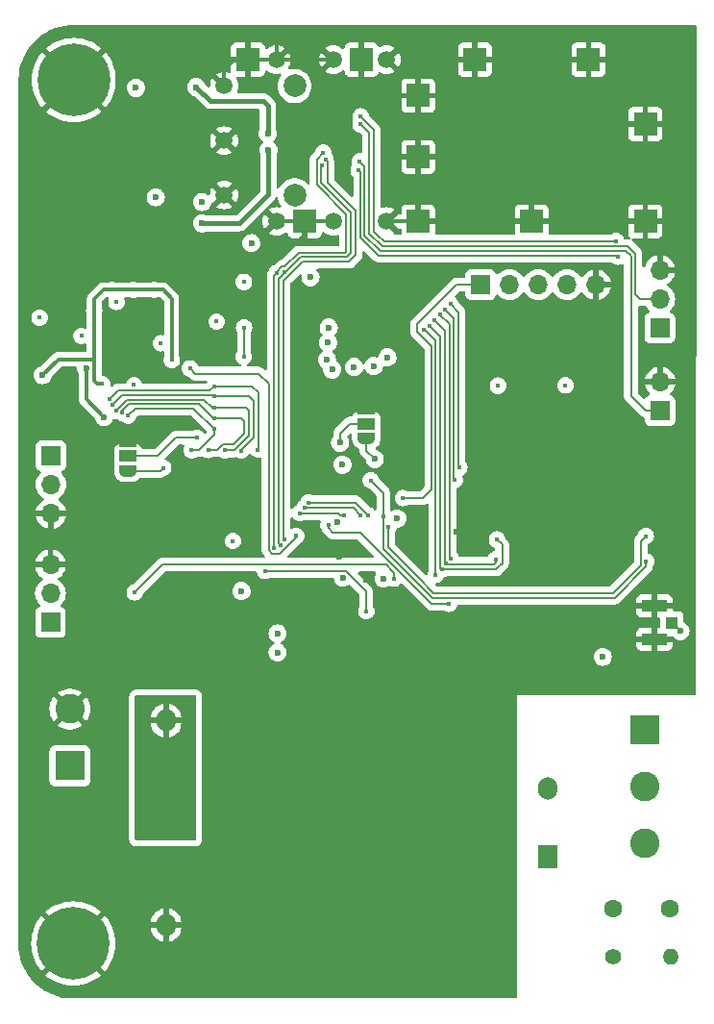
<source format=gbr>
%TF.GenerationSoftware,KiCad,Pcbnew,8.0.5*%
%TF.CreationDate,2025-11-10T20:55:43-03:00*%
%TF.ProjectId,sfp_moduloIC,7366705f-6d6f-4647-956c-6f49432e6b69,v2.0*%
%TF.SameCoordinates,Original*%
%TF.FileFunction,Copper,L4,Bot*%
%TF.FilePolarity,Positive*%
%FSLAX46Y46*%
G04 Gerber Fmt 4.6, Leading zero omitted, Abs format (unit mm)*
G04 Created by KiCad (PCBNEW 8.0.5) date 2025-11-10 20:55:43*
%MOMM*%
%LPD*%
G01*
G04 APERTURE LIST*
G04 Aperture macros list*
%AMFreePoly0*
4,1,19,0.550000,-0.750000,0.000000,-0.750000,0.000000,-0.744911,-0.071157,-0.744911,-0.207708,-0.704816,-0.327430,-0.627875,-0.420627,-0.520320,-0.479746,-0.390866,-0.500000,-0.250000,-0.500000,0.250000,-0.479746,0.390866,-0.420627,0.520320,-0.327430,0.627875,-0.207708,0.704816,-0.071157,0.744911,0.000000,0.744911,0.000000,0.750000,0.550000,0.750000,0.550000,-0.750000,0.550000,-0.750000,
$1*%
%AMFreePoly1*
4,1,19,0.000000,0.744911,0.071157,0.744911,0.207708,0.704816,0.327430,0.627875,0.420627,0.520320,0.479746,0.390866,0.500000,0.250000,0.500000,-0.250000,0.479746,-0.390866,0.420627,-0.520320,0.327430,-0.627875,0.207708,-0.704816,0.071157,-0.744911,0.000000,-0.744911,0.000000,-0.750000,-0.550000,-0.750000,-0.550000,0.750000,0.000000,0.750000,0.000000,0.744911,0.000000,0.744911,
$1*%
G04 Aperture macros list end*
%TA.AperFunction,SMDPad,CuDef*%
%ADD10R,1.050000X1.000000*%
%TD*%
%TA.AperFunction,SMDPad,CuDef*%
%ADD11R,2.200000X1.050000*%
%TD*%
%TA.AperFunction,SMDPad,CuDef*%
%ADD12FreePoly0,270.000000*%
%TD*%
%TA.AperFunction,SMDPad,CuDef*%
%ADD13R,1.500000X1.000000*%
%TD*%
%TA.AperFunction,SMDPad,CuDef*%
%ADD14FreePoly1,270.000000*%
%TD*%
%TA.AperFunction,ComponentPad*%
%ADD15R,2.600000X2.600000*%
%TD*%
%TA.AperFunction,ComponentPad*%
%ADD16C,2.600000*%
%TD*%
%TA.AperFunction,ComponentPad*%
%ADD17C,1.600000*%
%TD*%
%TA.AperFunction,ComponentPad*%
%ADD18C,1.400000*%
%TD*%
%TA.AperFunction,ComponentPad*%
%ADD19O,1.400000X1.400000*%
%TD*%
%TA.AperFunction,ComponentPad*%
%ADD20C,6.400000*%
%TD*%
%TA.AperFunction,ComponentPad*%
%ADD21R,1.700000X1.700000*%
%TD*%
%TA.AperFunction,ComponentPad*%
%ADD22O,1.700000X1.700000*%
%TD*%
%TA.AperFunction,WasherPad*%
%ADD23C,2.000000*%
%TD*%
%TA.AperFunction,ComponentPad*%
%ADD24R,2.000000X2.000000*%
%TD*%
%TA.AperFunction,ComponentPad*%
%ADD25C,1.500000*%
%TD*%
%TA.AperFunction,ComponentPad*%
%ADD26R,1.700000X2.000000*%
%TD*%
%TA.AperFunction,ComponentPad*%
%ADD27O,1.700000X2.000000*%
%TD*%
%TA.AperFunction,ViaPad*%
%ADD28C,0.600000*%
%TD*%
%TA.AperFunction,ViaPad*%
%ADD29C,0.450000*%
%TD*%
%TA.AperFunction,Conductor*%
%ADD30C,0.200000*%
%TD*%
%TA.AperFunction,Conductor*%
%ADD31C,0.300000*%
%TD*%
%TA.AperFunction,Conductor*%
%ADD32C,0.150000*%
%TD*%
%TA.AperFunction,Conductor*%
%ADD33C,0.400000*%
%TD*%
G04 APERTURE END LIST*
D10*
%TO.P,J11,1,In*%
%TO.N,/ANT*%
X173059536Y-103718266D03*
D11*
%TO.P,J11,2,Ext*%
%TO.N,GND*%
X171534536Y-105193266D03*
%TO.P,J11,3,arm*%
X171534536Y-102243266D03*
%TD*%
D12*
%TO.P,JP2,1,A*%
%TO.N,GND*%
X146139536Y-84898266D03*
D13*
%TO.P,JP2,2,C*%
%TO.N,/CONFIG*%
X146139536Y-86198266D03*
D14*
%TO.P,JP2,3,B*%
%TO.N,+3V3*%
X146139536Y-87498266D03*
%TD*%
%TO.P,JP1,3,B*%
%TO.N,+3V3*%
X125149536Y-90348266D03*
D13*
%TO.P,JP1,2,C*%
%TO.N,/DISAUTO*%
X125149536Y-89048266D03*
D12*
%TO.P,JP1,1,A*%
%TO.N,GND*%
X125149536Y-87748266D03*
%TD*%
D15*
%TO.P,J8,1,Pin_1*%
%TO.N,/IN*%
X120019536Y-116328266D03*
D16*
%TO.P,J8,2,Pin_2*%
%TO.N,GND*%
X120019536Y-111328266D03*
%TD*%
D17*
%TO.P,C11,1*%
%TO.N,/L*%
X167909536Y-128908266D03*
%TO.P,C11,2*%
%TO.N,/N*%
X172909536Y-128908266D03*
%TD*%
D18*
%TO.P,RV1,1*%
%TO.N,/L*%
X167869536Y-133158266D03*
D19*
%TO.P,RV1,2*%
%TO.N,/N*%
X172949536Y-133158266D03*
%TD*%
D20*
%TO.P,H1,1,1*%
%TO.N,GND*%
X120355536Y-55941266D03*
%TD*%
D21*
%TO.P,J1,1,Pin_1*%
%TO.N,/CS3*%
X156210001Y-73940000D03*
D22*
%TO.P,J1,2,Pin_2*%
%TO.N,/MOSI*%
X158750001Y-73940000D03*
%TO.P,J1,3,Pin_3*%
%TO.N,/MISO*%
X161290001Y-73940000D03*
%TO.P,J1,4,Pin_4*%
%TO.N,/SCK*%
X163830001Y-73940000D03*
%TO.P,J1,5,Pin_5*%
%TO.N,GND*%
X166370001Y-73940000D03*
%TD*%
D21*
%TO.P,J4,1,Pin_1*%
%TO.N,+3V3*%
X171990001Y-77775000D03*
D22*
%TO.P,J4,2,Pin_2*%
%TO.N,Net-(J4-Pin_2)*%
X171990001Y-75235000D03*
%TO.P,J4,3,Pin_3*%
%TO.N,GND*%
X171990001Y-72695000D03*
%TD*%
D23*
%TO.P,J6,*%
%TO.N,*%
X139815001Y-66070000D03*
X139815001Y-56470000D03*
D24*
%TO.P,J6,CAGE,CAGE*%
%TO.N,GND*%
X170715001Y-68395000D03*
X170715001Y-59820000D03*
X165715001Y-54145000D03*
X160715001Y-68395000D03*
X155715001Y-54145000D03*
X150715001Y-68395000D03*
X150715001Y-62720000D03*
X150715001Y-57320000D03*
D25*
X147915001Y-68395000D03*
X147915001Y-54145000D03*
D24*
X145715001Y-54145000D03*
D25*
X143215001Y-68395000D03*
X143215001Y-54145000D03*
D24*
X140715001Y-68395000D03*
D25*
X138215001Y-68395000D03*
X138215001Y-54145000D03*
D24*
X135715001Y-54145000D03*
D25*
X133615001Y-66070000D03*
X133615001Y-61270000D03*
X133615001Y-56470000D03*
%TD*%
D21*
%TO.P,J3,1,Pin_1*%
%TO.N,/SWCLK*%
X118305536Y-103696266D03*
D22*
%TO.P,J3,2,Pin_2*%
%TO.N,/SWDIO*%
X118305536Y-101156266D03*
%TO.P,J3,3,Pin_3*%
%TO.N,GND*%
X118305536Y-98616266D03*
%TD*%
D21*
%TO.P,J2,1,Pin_1*%
%TO.N,/TX1*%
X118350001Y-89026266D03*
D22*
%TO.P,J2,2,Pin_2*%
%TO.N,/RX1*%
X118350001Y-91566266D03*
%TO.P,J2,3,Pin_3*%
%TO.N,GND*%
X118350001Y-94106266D03*
%TD*%
D21*
%TO.P,J5,1,Pin_1*%
%TO.N,/CTRL*%
X172010001Y-85035000D03*
D22*
%TO.P,J5,2,Pin_2*%
%TO.N,GND*%
X172010001Y-82495000D03*
%TD*%
D20*
%TO.P,H2,1,1*%
%TO.N,GND*%
X120309535Y-131968234D03*
%TD*%
D26*
%TO.P,PS1,1,AC/L*%
%TO.N,/L*%
X162097036Y-124345766D03*
D27*
%TO.P,PS1,2,AC/N*%
%TO.N,/N*%
X162097036Y-118345766D03*
%TO.P,PS1,3,-Vout*%
%TO.N,GND*%
X128497036Y-130345766D03*
%TO.P,PS1,4,+Vout*%
%TO.N,+3V3*%
X128497036Y-112345766D03*
%TD*%
D15*
%TO.P,J7,1,Pin_1*%
%TO.N,/N*%
X170700536Y-113161600D03*
D16*
%TO.P,J7,2,Pin_2*%
%TO.N,unconnected-(J7-Pin_2-Pad2)*%
X170700536Y-118161600D03*
%TO.P,J7,3,Pin_3*%
%TO.N,/L*%
X170700536Y-123161600D03*
%TD*%
D28*
%TO.N,/ANT*%
X173809536Y-104468266D03*
%TO.N,GND*%
X131059536Y-127968266D03*
X131059536Y-129218266D03*
X131059536Y-130468266D03*
X131059536Y-131718266D03*
X127309536Y-132968266D03*
X131059536Y-132968266D03*
X129809536Y-132968266D03*
X128559536Y-132968266D03*
D29*
X119559536Y-106718266D03*
X118309536Y-106718266D03*
X117059536Y-106718266D03*
X123059536Y-105968266D03*
X123059536Y-104968266D03*
X123059536Y-103968266D03*
X123059536Y-102968266D03*
X123059536Y-101968266D03*
X120059536Y-62218266D03*
X123309536Y-63218266D03*
X124809536Y-66218266D03*
X117059536Y-73718266D03*
X126809536Y-57718266D03*
X129559536Y-57718266D03*
X128059536Y-57718266D03*
X131809536Y-65218266D03*
X125809536Y-65218266D03*
X121059536Y-65718266D03*
X124059536Y-67468266D03*
X124059536Y-68718266D03*
X124059536Y-69968266D03*
X124059536Y-71218266D03*
X125559536Y-60968266D03*
X124809536Y-61718266D03*
X124059536Y-62468266D03*
X131809536Y-60718266D03*
X130559536Y-60718266D03*
X129309536Y-60718266D03*
X123059536Y-59218266D03*
X122059536Y-60218266D03*
X121059536Y-61218266D03*
X162309536Y-107218266D03*
X160059536Y-107218266D03*
X157809536Y-107218266D03*
X151059536Y-107218266D03*
X149059536Y-107218266D03*
X147059536Y-107218266D03*
X168059536Y-87468266D03*
X165309536Y-87468266D03*
X162559536Y-87468266D03*
X159809536Y-87468266D03*
X157059536Y-87468266D03*
X132059536Y-72468266D03*
X129809536Y-72468266D03*
D28*
X141592801Y-84532000D03*
D29*
X130505536Y-82496266D03*
D28*
X123106536Y-77372266D03*
X141694401Y-60351200D03*
X156426401Y-78994800D03*
X138745536Y-70496266D03*
D29*
X119725536Y-79616266D03*
D28*
X116649536Y-122828266D03*
X143726401Y-97943200D03*
D29*
X118425536Y-77486266D03*
X136290001Y-96660000D03*
D28*
X154050001Y-95708000D03*
D29*
X165190001Y-75840000D03*
D28*
X136835536Y-76820000D03*
X126109536Y-80378266D03*
X145656801Y-77064400D03*
X127345536Y-69766266D03*
X126109536Y-77358266D03*
X167196001Y-81839600D03*
X125840001Y-55160000D03*
X123109536Y-80368266D03*
X132042401Y-80417200D03*
X146105536Y-99966266D03*
X147185536Y-78696266D03*
X126810001Y-86290000D03*
D29*
X141470001Y-74630000D03*
D28*
X121069601Y-74372000D03*
X139115536Y-51896266D03*
X145905536Y-79466266D03*
X161455601Y-81738000D03*
%TO.N,+3V3*%
X166955536Y-106741266D03*
X142659601Y-80569600D03*
X148850001Y-94560000D03*
X143116801Y-81433200D03*
X147993601Y-80366400D03*
X127435036Y-114786266D03*
X127435036Y-120882266D03*
X121460001Y-81320000D03*
X138319536Y-106348266D03*
D29*
X124125536Y-75476266D03*
D28*
X144082001Y-99766266D03*
X130737036Y-121898266D03*
X136004801Y-70308000D03*
X145060001Y-81210000D03*
X126419036Y-121898266D03*
X129721036Y-120882266D03*
X129721036Y-116818266D03*
X127580001Y-66262500D03*
X142820001Y-77740000D03*
X126419036Y-116818266D03*
X147665001Y-99835000D03*
D29*
X134380001Y-96530000D03*
X128240001Y-90100000D03*
D28*
X129721036Y-118850266D03*
D29*
X121015536Y-78486266D03*
D28*
X129721036Y-114786266D03*
X126419036Y-118850266D03*
X127435036Y-117834266D03*
X130737036Y-114786266D03*
X130737036Y-120882266D03*
X126419036Y-114786266D03*
D29*
X128030001Y-79115000D03*
D28*
X127435036Y-116818266D03*
D29*
X135350001Y-73720000D03*
D28*
X127435036Y-113770266D03*
X127435036Y-118850266D03*
X126419036Y-119866266D03*
X130737036Y-112754266D03*
X130737036Y-118850266D03*
X130737036Y-116818266D03*
X141209536Y-73318266D03*
X129721036Y-115802266D03*
X130737036Y-110722266D03*
X130737036Y-111738266D03*
D29*
X125662040Y-82805001D03*
D28*
X130737036Y-115802266D03*
X129721036Y-119866266D03*
X125840001Y-56630000D03*
X129721036Y-117834266D03*
X129721036Y-121898266D03*
X130737036Y-119866266D03*
D29*
X157735901Y-82855901D03*
X117350001Y-76870000D03*
D28*
%TO.N,/CONFIG*%
X143828001Y-87884800D03*
%TO.N,+3V3*%
X126419036Y-112754266D03*
X146876001Y-89307200D03*
X146790001Y-81120000D03*
X127435036Y-121898266D03*
X127435036Y-115802266D03*
X126419036Y-113770266D03*
X126419036Y-120882266D03*
X126419036Y-117834266D03*
X126419036Y-111738266D03*
X129721036Y-113770266D03*
X126419036Y-110722266D03*
X143550001Y-94860000D03*
X130737036Y-113770266D03*
X131660001Y-66682500D03*
X130737036Y-117834266D03*
X138315786Y-104678266D03*
X135141201Y-100940400D03*
X123040901Y-85610901D03*
D29*
X163685901Y-82835901D03*
D28*
X127435036Y-110722266D03*
X144031201Y-89815200D03*
X142770001Y-79070000D03*
X127435036Y-119866266D03*
X129721036Y-110722266D03*
X126419036Y-115802266D03*
D29*
X132935536Y-77206266D03*
%TO.N,/OUT*%
X148580001Y-99846266D03*
X125730001Y-101050000D03*
%TO.N,/RC*%
X135360001Y-77730000D03*
X135340001Y-80300000D03*
%TO.N,/RST3*%
X130610901Y-81340901D03*
X139952136Y-96082866D03*
%TO.N,+1V0*%
X125595536Y-74415000D03*
X122877096Y-82705001D03*
X128995001Y-80600000D03*
X127455536Y-74415000D03*
D28*
X117610001Y-81930000D03*
D29*
X122150001Y-76266266D03*
X123705536Y-74404999D03*
%TO.N,/RESET*%
X146130001Y-102716266D03*
X137205536Y-99166266D03*
%TO.N,/RST1*%
X153530901Y-75670901D03*
X154325001Y-90060000D03*
%TO.N,Net-(D6-K)*%
X123524636Y-84015366D03*
X136590001Y-88486266D03*
X132745536Y-82900000D03*
%TO.N,Net-(D7-K)*%
X123777950Y-84531563D03*
X135120001Y-88576266D03*
X132740902Y-83790900D03*
%TO.N,Net-(D8-K)*%
X133670001Y-88557500D03*
X124075536Y-85056266D03*
X132710901Y-84780901D03*
%TO.N,Net-(D9-K)*%
X124640001Y-85230000D03*
X132745536Y-85730000D03*
X132210001Y-88527500D03*
%TO.N,Net-(D10-K)*%
X130750001Y-88537500D03*
X132775536Y-86690000D03*
X125157283Y-85481093D03*
%TO.N,/TX1*%
X141025536Y-93135000D03*
X146305536Y-94296266D03*
%TO.N,/RX1*%
X145610001Y-94240000D03*
X140665536Y-93610000D03*
%TO.N,/SWDIO*%
X140255536Y-94085000D03*
X144190901Y-94310901D03*
%TO.N,/CTRL*%
X142545536Y-62936266D03*
X138950901Y-96420901D03*
X145550001Y-63080000D03*
%TO.N,/SDA*%
X142334635Y-62335365D03*
X138005536Y-97146266D03*
X138224635Y-72915365D03*
%TO.N,/SCL*%
X142235001Y-63420000D03*
X138557139Y-96884663D03*
X138899811Y-72866266D03*
%TO.N,/LOS*%
X168130001Y-70115000D03*
X145641753Y-59150000D03*
%TO.N,/FAULT*%
X168325901Y-71495901D03*
X145460001Y-63870000D03*
%TO.N,/INT1*%
X153060902Y-76170900D03*
X153925001Y-91130000D03*
%TO.N,/CS1*%
X152250001Y-99516266D03*
X151240001Y-77920000D03*
%TO.N,/CS2*%
X153425536Y-102060000D03*
X142790001Y-95090000D03*
%TO.N,/RST2*%
X170790001Y-98326266D03*
X146527702Y-91194100D03*
X147630001Y-94376266D03*
%TO.N,/MOSI*%
X152610901Y-76600901D03*
X153555901Y-98075901D03*
%TO.N,/SCK*%
X151715902Y-77565900D03*
X157645901Y-96395901D03*
X152765536Y-99035000D03*
%TO.N,/MISO*%
X157550001Y-98150000D03*
X153135902Y-98545900D03*
X152135901Y-77095901D03*
%TO.N,/INT2*%
X148082135Y-95322865D03*
X170759636Y-96100366D03*
D28*
%TO.N,/VccR*%
X131160001Y-56560000D03*
X137460001Y-60640000D03*
%TO.N,/VccT*%
X137510001Y-62120000D03*
X131650001Y-68560000D03*
D29*
%TO.N,/CS3*%
X149365536Y-92760000D03*
%TO.N,Net-(J4-Pin_2)*%
X145625536Y-59830000D03*
%TO.N,/DISAUTO*%
X131229536Y-87448266D03*
%TO.N,GND*%
X117059536Y-69718266D03*
X117059536Y-71718266D03*
X117059536Y-63718266D03*
X117059536Y-65718266D03*
X117059536Y-67718266D03*
X117059536Y-61718266D03*
%TD*%
D30*
%TO.N,/ANT*%
X173809536Y-104468266D02*
X173059536Y-103718266D01*
%TO.N,+3V3*%
X127991735Y-90348266D02*
X125149536Y-90348266D01*
X128240001Y-90100000D02*
X127991735Y-90348266D01*
%TO.N,/DISAUTO*%
X127719536Y-89048266D02*
X125149536Y-89048266D01*
X129319536Y-87448266D02*
X127719536Y-89048266D01*
X131229536Y-87448266D02*
X129319536Y-87448266D01*
%TO.N,+3V3*%
X146876001Y-89307200D02*
X146139536Y-88570735D01*
X146139536Y-88570735D02*
X146139536Y-87498266D01*
%TO.N,/CONFIG*%
X143828001Y-87059801D02*
X143828001Y-87884800D01*
X144689536Y-86198266D02*
X143828001Y-87059801D01*
X146139536Y-86198266D02*
X144689536Y-86198266D01*
D31*
%TO.N,GND*%
X140715001Y-68395000D02*
X140715001Y-69566801D01*
X139785536Y-70496266D02*
X138745536Y-70496266D01*
X140715001Y-68395000D02*
X138215001Y-68395000D01*
X138215001Y-54145000D02*
X143215001Y-54145000D01*
X140115536Y-70166266D02*
X139785536Y-70496266D01*
X138215001Y-52796801D02*
X139115536Y-51896266D01*
X140715001Y-68395000D02*
X143215001Y-68395000D01*
X140715001Y-69566801D02*
X140115536Y-70166266D01*
X147915001Y-68395000D02*
X150715001Y-68395000D01*
X138215001Y-54145000D02*
X135715001Y-54145000D01*
X133615001Y-55006801D02*
X134476802Y-54145000D01*
X134476802Y-54145000D02*
X135715001Y-54145000D01*
X138215001Y-54145000D02*
X138215001Y-52796801D01*
X133615001Y-56470000D02*
X133615001Y-55006801D01*
%TO.N,+3V3*%
X121460001Y-84030000D02*
X121460001Y-81320000D01*
X123040901Y-85610901D02*
X123040901Y-85610900D01*
X123040902Y-85610901D02*
X123040901Y-85610901D01*
X123065001Y-85635000D02*
X123040902Y-85610901D01*
X123040901Y-85610900D02*
X121460001Y-84030000D01*
D30*
%TO.N,/OUT*%
X147884315Y-98630000D02*
X147380001Y-98630000D01*
X147380001Y-98630000D02*
X128150001Y-98630000D01*
X148580001Y-99325686D02*
X148422158Y-99167843D01*
X128150001Y-98630000D02*
X125730001Y-101050000D01*
X148580001Y-99846266D02*
X148580001Y-99325686D01*
X148422158Y-99167843D02*
X147884315Y-98630000D01*
X148580001Y-99880000D02*
X148580001Y-99846266D01*
%TO.N,/RC*%
X135340001Y-77750000D02*
X135360001Y-77730000D01*
X135340001Y-80300000D02*
X135340001Y-77750000D01*
%TO.N,/RST3*%
X139950001Y-96211752D02*
X138515487Y-97646266D01*
X131060001Y-81790000D02*
X130610902Y-81340901D01*
X130610901Y-81340901D02*
X130610901Y-81340900D01*
X137835536Y-97646266D02*
X137525536Y-97336266D01*
X137525536Y-97336266D02*
X137525536Y-82685535D01*
X137525536Y-82685535D02*
X136630001Y-81790000D01*
X130610902Y-81340901D02*
X130610901Y-81340901D01*
X139950001Y-96085000D02*
X139950001Y-96211752D01*
X138515487Y-97646266D02*
X137835536Y-97646266D01*
X130610901Y-81340900D02*
X130610001Y-81340000D01*
X136630001Y-81790000D02*
X131060001Y-81790000D01*
D31*
%TO.N,+1V0*%
X123705536Y-74404999D02*
X123755101Y-74404999D01*
X128215001Y-74415000D02*
X128995001Y-75195000D01*
X122150001Y-80530000D02*
X122150001Y-82450000D01*
X122150001Y-76266266D02*
X122150001Y-75220000D01*
X125577696Y-74415000D02*
X125595536Y-74415000D01*
X123755101Y-74404999D02*
X125567695Y-74404999D01*
X128995001Y-75195000D02*
X128995001Y-80600000D01*
X122150001Y-75220000D02*
X122965002Y-74404999D01*
X125567695Y-74404999D02*
X125577696Y-74415000D01*
X127450001Y-74415000D02*
X127455536Y-74415000D01*
X125595536Y-74415000D02*
X127450001Y-74415000D01*
X127455536Y-74415000D02*
X128215001Y-74415000D01*
X119010001Y-80530000D02*
X122150001Y-80530000D01*
X122150001Y-82450000D02*
X122405002Y-82705001D01*
X122150001Y-80530000D02*
X122150001Y-76310000D01*
X122150001Y-76310000D02*
X122150001Y-76266266D01*
X122965002Y-74404999D02*
X123705536Y-74404999D01*
X122405002Y-82705001D02*
X122877096Y-82705001D01*
X117610001Y-81930000D02*
X119010001Y-80530000D01*
D30*
%TO.N,/RESET*%
X146130001Y-100990731D02*
X146130001Y-102716266D01*
X144305536Y-99166266D02*
X146130001Y-100990731D01*
X137205536Y-99166266D02*
X144305536Y-99166266D01*
%TO.N,/RST1*%
X154325001Y-90060000D02*
X154250001Y-89985000D01*
X154250001Y-89985000D02*
X154250001Y-76390000D01*
X154250001Y-76390000D02*
X153540001Y-75680000D01*
%TO.N,Net-(D6-K)*%
X136590001Y-88477500D02*
X136600001Y-88467500D01*
X136600001Y-83480000D02*
X136020001Y-82900000D01*
X132340000Y-83280001D02*
X132720001Y-82900000D01*
X124260001Y-83280001D02*
X132340000Y-83280001D01*
X123524636Y-84015366D02*
X124260001Y-83280001D01*
X136600001Y-88467500D02*
X136600001Y-83480000D01*
D32*
X132720001Y-82900000D02*
X132690001Y-82870000D01*
D30*
X136020001Y-82900000D02*
X132720001Y-82900000D01*
%TO.N,Net-(D7-K)*%
X124629512Y-83680001D02*
X132630002Y-83680001D01*
X123777950Y-84531563D02*
X124629512Y-83680001D01*
X132630002Y-83680001D02*
X132730001Y-83780000D01*
X132730001Y-83780000D02*
X135800001Y-83780000D01*
X135800001Y-83780000D02*
X136200001Y-84180000D01*
X136200001Y-84180000D02*
X136200001Y-87401434D01*
X135120001Y-88587500D02*
X135120001Y-88576266D01*
X135120001Y-88481434D02*
X135120001Y-88576266D01*
X136200001Y-87401434D02*
X135120001Y-88481434D01*
D32*
%TO.N,Net-(D8-K)*%
X132710901Y-84780900D02*
X132660001Y-84730000D01*
D30*
X132545687Y-84790000D02*
X132720001Y-84790000D01*
X131835688Y-84080001D02*
X132545687Y-84790000D01*
X135800001Y-85050000D02*
X135540001Y-84790000D01*
X124075536Y-85056266D02*
X125051801Y-84080001D01*
X135540001Y-84790000D02*
X132720001Y-84790000D01*
X135800001Y-87235748D02*
X135800001Y-85050000D01*
D32*
X132710902Y-84780901D02*
X132710901Y-84780901D01*
D30*
X133670001Y-88557500D02*
X134478249Y-88557500D01*
D32*
X132710901Y-84780901D02*
X132710901Y-84780900D01*
D30*
X134478249Y-88557500D02*
X135800001Y-87235748D01*
D32*
X132720001Y-84790000D02*
X132710902Y-84780901D01*
D30*
X125051801Y-84080001D02*
X131835688Y-84080001D01*
%TO.N,Net-(D9-K)*%
X135400001Y-87070062D02*
X135400001Y-86000000D01*
X133535718Y-88020031D02*
X134450032Y-88020031D01*
X132745536Y-85730000D02*
X132620001Y-85730000D01*
X135400001Y-86000000D02*
X135130001Y-85730000D01*
X124640001Y-85020000D02*
X125180000Y-84480001D01*
X134450032Y-88020031D02*
X135400001Y-87070062D01*
X132620001Y-85730000D02*
X132730001Y-85730000D01*
X135130001Y-85730000D02*
X132745536Y-85730000D01*
X124640001Y-85230000D02*
X124640001Y-85020000D01*
X131370002Y-84480001D02*
X132620001Y-85730000D01*
X132210001Y-88527500D02*
X133028249Y-88527500D01*
X133028249Y-88527500D02*
X133535718Y-88020031D01*
X125180000Y-84480001D02*
X131370002Y-84480001D01*
%TO.N,Net-(D10-K)*%
X130920002Y-84880001D02*
X132720001Y-86680000D01*
X132750001Y-87190000D02*
X131402501Y-88537500D01*
X125758375Y-84880001D02*
X130920002Y-84880001D01*
X125157283Y-85481093D02*
X125758375Y-84880001D01*
X132720001Y-86680000D02*
X132750001Y-86680000D01*
X132750001Y-86680000D02*
X132750001Y-87190000D01*
X131402501Y-88537500D02*
X130750001Y-88537500D01*
%TO.N,/TX1*%
X146305536Y-94296266D02*
X146305536Y-94263783D01*
X146305536Y-94263783D02*
X145176753Y-93135000D01*
X145176753Y-93135000D02*
X141039392Y-93135000D01*
%TO.N,/RX1*%
X145610001Y-94240000D02*
X144980001Y-93610000D01*
X144980001Y-93610000D02*
X140675065Y-93610000D01*
%TO.N,/SWDIO*%
X144200001Y-94320000D02*
X143858530Y-94320000D01*
X143858530Y-94320000D02*
X143623530Y-94085000D01*
X143623530Y-94085000D02*
X140280001Y-94085000D01*
%TO.N,/CTRL*%
X142710001Y-64978629D02*
X142710001Y-63130000D01*
X172010001Y-85035000D02*
X170735001Y-85035000D01*
X144611373Y-71940000D02*
X145180001Y-71371372D01*
X138840001Y-73591372D02*
X140491373Y-71940000D01*
X169020001Y-70990000D02*
X147350001Y-70990000D01*
X138840001Y-96310000D02*
X138840001Y-73591372D01*
X145180001Y-67448629D02*
X142710001Y-64978629D01*
X169450001Y-83750000D02*
X169450001Y-71420000D01*
X145980001Y-69620000D02*
X145980001Y-63510000D01*
X169450001Y-71420000D02*
X169020001Y-70990000D01*
X139010001Y-96480000D02*
X138840001Y-96310000D01*
X142710001Y-63130000D02*
X142530001Y-62950000D01*
X140491373Y-71940000D02*
X144611373Y-71940000D01*
X147350001Y-70990000D02*
X145980001Y-69620000D01*
X170735001Y-85035000D02*
X169450001Y-83750000D01*
X145980001Y-63510000D02*
X145550001Y-63080000D01*
X145180001Y-71371372D02*
X145180001Y-67448629D01*
%TO.N,/SDA*%
X138240001Y-72900000D02*
X138240001Y-72847868D01*
X138703059Y-72384810D02*
X138915191Y-72384810D01*
X142334636Y-62335365D02*
X142340001Y-62330000D01*
X137965536Y-73174464D02*
X138224635Y-72915365D01*
X144280001Y-71140000D02*
X144380001Y-71040000D01*
X137965536Y-97126266D02*
X137965536Y-73174464D01*
X138240001Y-72847868D02*
X138703059Y-72384810D01*
X138224636Y-72915365D02*
X138240001Y-72900000D01*
X142334635Y-62335365D02*
X142334636Y-62335365D01*
X141760001Y-62910000D02*
X142334635Y-62335366D01*
X141760001Y-65160000D02*
X141760001Y-62910000D01*
X140160001Y-71140000D02*
X144280001Y-71140000D01*
X138224635Y-72915365D02*
X138224636Y-72915365D01*
X144380001Y-67780000D02*
X141760001Y-65160000D01*
X144380001Y-71040000D02*
X144380001Y-67780000D01*
X142334635Y-62335366D02*
X142334635Y-62335365D01*
X138915191Y-72384810D02*
X140160001Y-71140000D01*
%TO.N,/SCL*%
X138557139Y-96884663D02*
X138557139Y-96884662D01*
X144780001Y-71205686D02*
X144780001Y-67614315D01*
X138558221Y-96885744D02*
X138557140Y-96884663D01*
X144445687Y-71540000D02*
X144780001Y-71205686D01*
X142160001Y-64994315D02*
X142160001Y-63495000D01*
X142160001Y-63495000D02*
X142235001Y-63420000D01*
X138899811Y-72859810D02*
X139005877Y-72859810D01*
X138899811Y-72965876D02*
X138899811Y-72866266D01*
X144780001Y-67614315D02*
X142160001Y-64994315D01*
X140325687Y-71540000D02*
X144445687Y-71540000D01*
X138440001Y-73425686D02*
X138899811Y-72965876D01*
X138557139Y-96884662D02*
X138440001Y-96767524D01*
X138557140Y-96884663D02*
X138557139Y-96884663D01*
X138440001Y-96767524D02*
X138440001Y-73425686D01*
X139005877Y-72859810D02*
X140325687Y-71540000D01*
X138899811Y-72866266D02*
X138899811Y-72859810D01*
%TO.N,/LOS*%
X146780001Y-69280000D02*
X147145001Y-69645000D01*
X168055001Y-70190000D02*
X168130001Y-70115000D01*
X146780001Y-60288248D02*
X146780001Y-69280000D01*
X145641753Y-59150000D02*
X146780001Y-60288248D01*
X147145001Y-69645000D02*
X147690001Y-70190000D01*
X147690001Y-70190000D02*
X150230001Y-70190000D01*
X150230001Y-70190000D02*
X154170001Y-70190000D01*
X145640001Y-59150000D02*
X145641753Y-59150000D01*
X154170001Y-70190000D02*
X168055001Y-70190000D01*
%TO.N,/FAULT*%
X145580001Y-69785686D02*
X147184315Y-71390000D01*
X145580001Y-63990000D02*
X145580001Y-69785686D01*
X168220001Y-71390000D02*
X168320001Y-71490000D01*
X167850001Y-71390000D02*
X168220001Y-71390000D01*
X147184315Y-71390000D02*
X167850001Y-71390000D01*
X145460001Y-63870000D02*
X145580001Y-63990000D01*
%TO.N,/INT1*%
X153060901Y-76170900D02*
X153060902Y-76170900D01*
X153850001Y-91055000D02*
X153925001Y-91130000D01*
X153050001Y-76160000D02*
X153060901Y-76170900D01*
X153850001Y-76960000D02*
X153850001Y-90820000D01*
X153060902Y-76170900D02*
X153060902Y-76170901D01*
X153850001Y-90820000D02*
X153850001Y-91055000D01*
X153060902Y-76170901D02*
X153850001Y-76960000D01*
%TO.N,/CS1*%
X152250001Y-78860000D02*
X152250001Y-99470000D01*
X152250001Y-99490000D02*
X152250001Y-99516266D01*
X151240001Y-77920000D02*
X151310001Y-77920000D01*
X152250001Y-99516266D02*
X152250001Y-99535000D01*
X151310001Y-77920000D02*
X152250001Y-78860000D01*
X152240001Y-99480000D02*
X152250001Y-99490000D01*
X152250001Y-99470000D02*
X152240001Y-99480000D01*
%TO.N,/CS2*%
X153440001Y-102060000D02*
X153425536Y-102060000D01*
X153425536Y-102060000D02*
X151880001Y-102060000D01*
X142790001Y-95370000D02*
X142790001Y-95090000D01*
X145590001Y-95770000D02*
X143190001Y-95770000D01*
X151880001Y-102060000D02*
X147190001Y-97370000D01*
X147190001Y-97370000D02*
X145590001Y-95770000D01*
X143190001Y-95770000D02*
X142790001Y-95370000D01*
%TO.N,/RST2*%
X147630001Y-94370000D02*
X147630001Y-94376266D01*
X147630001Y-94376266D02*
X147630001Y-97244314D01*
X146527702Y-91194101D02*
X147630001Y-92296400D01*
X168010001Y-101530000D02*
X170790001Y-98750000D01*
X153588910Y-101537157D02*
X153596067Y-101530000D01*
X146520401Y-91186800D02*
X146527701Y-91194100D01*
X170790001Y-98750000D02*
X170790001Y-98326266D01*
X170790001Y-98326266D02*
X170790001Y-98310000D01*
X146527702Y-91194100D02*
X146527702Y-91194101D01*
X151922844Y-101537157D02*
X153588910Y-101537157D01*
X146527701Y-91194100D02*
X146527702Y-91194100D01*
X147630001Y-92296400D02*
X147630001Y-94370000D01*
X153596067Y-101530000D02*
X168010001Y-101530000D01*
X147630001Y-97244314D02*
X151922844Y-101537157D01*
%TO.N,/MOSI*%
X153450001Y-97970000D02*
X153450001Y-77440000D01*
X153450001Y-77440000D02*
X152590001Y-76580000D01*
X153560001Y-98080000D02*
X153450001Y-97970000D01*
%TO.N,/SCK*%
X157645902Y-96395901D02*
X157645901Y-96395901D01*
X158100001Y-96850000D02*
X157645902Y-96395901D01*
X158100001Y-96990000D02*
X158100001Y-96850000D01*
X157565001Y-99035000D02*
X157920001Y-98680000D01*
X152765536Y-99035000D02*
X157565001Y-99035000D01*
X152650001Y-98960000D02*
X152725001Y-99035000D01*
X157645901Y-96395900D02*
X157640001Y-96390000D01*
X158100001Y-98500000D02*
X158100001Y-96990000D01*
X157645901Y-96395901D02*
X157645901Y-96395900D01*
X152650001Y-78500000D02*
X152650001Y-98820000D01*
X152725001Y-99035000D02*
X152765536Y-99035000D01*
X151710001Y-77560000D02*
X152650001Y-78500000D01*
X152650001Y-98820000D02*
X152650001Y-98960000D01*
X157920001Y-98680000D02*
X158100001Y-98500000D01*
%TO.N,/MISO*%
X153135902Y-98545901D02*
X153145001Y-98555000D01*
X153125001Y-98535000D02*
X153050001Y-98460000D01*
X153135901Y-98545900D02*
X153135902Y-98545900D01*
X153050001Y-78010000D02*
X152150001Y-77110000D01*
X153050001Y-98460000D02*
X153050001Y-78010000D01*
X153145001Y-98555000D02*
X157395001Y-98555000D01*
X153135902Y-98545900D02*
X153135902Y-98545901D01*
X157395001Y-98555000D02*
X157550001Y-98400000D01*
X157550001Y-98400000D02*
X157550001Y-98150000D01*
X153125001Y-98535000D02*
X153135901Y-98545900D01*
%TO.N,/INT2*%
X148082135Y-95322865D02*
X148082136Y-95322865D01*
X170315001Y-98659314D02*
X167844315Y-101130000D01*
X148060001Y-95860000D02*
X148060001Y-95345000D01*
X152081373Y-101130000D02*
X150671373Y-99720000D01*
X148082136Y-95322865D02*
X148105001Y-95300000D01*
X148060001Y-95345000D02*
X148082135Y-95322866D01*
X167844315Y-101130000D02*
X159380001Y-101130000D01*
X170750001Y-96110000D02*
X170315001Y-96545000D01*
X148082135Y-95322866D02*
X148082135Y-95322865D01*
X170315001Y-98440000D02*
X170315001Y-98659314D01*
X170315001Y-96545000D02*
X170315001Y-98440000D01*
X159380001Y-101130000D02*
X152081373Y-101130000D01*
X148060001Y-97108628D02*
X148060001Y-95860000D01*
X150671373Y-99720000D02*
X148060001Y-97108628D01*
D33*
%TO.N,/VccR*%
X137070001Y-57790000D02*
X137460001Y-58180000D01*
X131160001Y-56560000D02*
X132390001Y-57790000D01*
X132390001Y-57790000D02*
X137070001Y-57790000D01*
X137460001Y-58180000D02*
X137460001Y-60640000D01*
%TO.N,/VccT*%
X137510001Y-62120000D02*
X137510001Y-65958000D01*
X134908001Y-68560000D02*
X131650001Y-68560000D01*
X137510001Y-65958000D02*
X134908001Y-68560000D01*
D30*
%TO.N,/CS3*%
X151850001Y-79360000D02*
X150600001Y-78110000D01*
X154100001Y-73940000D02*
X156210001Y-73940000D01*
X151090001Y-92760000D02*
X151850001Y-92000000D01*
X150600001Y-77440000D02*
X154100001Y-73940000D01*
X149330001Y-92760000D02*
X149365536Y-92760000D01*
X151850001Y-92000000D02*
X151850001Y-79360000D01*
X149365536Y-92760000D02*
X151090001Y-92760000D01*
X150600001Y-78110000D02*
X150600001Y-77440000D01*
%TO.N,Net-(J4-Pin_2)*%
X146380001Y-69454314D02*
X146380001Y-60560000D01*
X169850001Y-71254314D02*
X169185687Y-70590000D01*
X169185687Y-70590000D02*
X147515687Y-70590000D01*
X170285001Y-75235000D02*
X169850001Y-74800000D01*
X169850001Y-74800000D02*
X169850001Y-71254314D01*
X171990001Y-75235000D02*
X170285001Y-75235000D01*
X147515687Y-70590000D02*
X146380001Y-69454314D01*
X146380001Y-60560000D02*
X145650001Y-59830000D01*
%TD*%
%TA.AperFunction,Conductor*%
%TO.N,+3V3*%
G36*
X131115075Y-110132951D02*
G01*
X131160830Y-110185755D01*
X131172036Y-110237266D01*
X131172036Y-122789266D01*
X131152351Y-122856305D01*
X131099547Y-122902060D01*
X131048036Y-122913266D01*
X125871036Y-122913266D01*
X125803997Y-122893581D01*
X125758242Y-122840777D01*
X125747036Y-122789266D01*
X125747036Y-112089519D01*
X127147036Y-112089519D01*
X127147036Y-112095766D01*
X128064024Y-112095766D01*
X128031111Y-112152773D01*
X127997036Y-112279940D01*
X127997036Y-112411592D01*
X128031111Y-112538759D01*
X128064024Y-112595766D01*
X127147036Y-112595766D01*
X127147036Y-112602012D01*
X127180278Y-112811893D01*
X127180278Y-112811896D01*
X127245940Y-113013983D01*
X127342415Y-113203323D01*
X127467308Y-113375225D01*
X127467312Y-113375230D01*
X127617571Y-113525489D01*
X127617576Y-113525493D01*
X127789478Y-113650386D01*
X127978818Y-113746861D01*
X128180907Y-113812523D01*
X128247036Y-113822997D01*
X128247036Y-112778778D01*
X128304043Y-112811691D01*
X128431210Y-112845766D01*
X128562862Y-112845766D01*
X128690029Y-112811691D01*
X128747036Y-112778778D01*
X128747036Y-113822996D01*
X128813162Y-113812523D01*
X128813165Y-113812523D01*
X129015253Y-113746861D01*
X129204593Y-113650386D01*
X129376495Y-113525493D01*
X129376500Y-113525489D01*
X129526759Y-113375230D01*
X129526763Y-113375225D01*
X129651656Y-113203323D01*
X129748131Y-113013983D01*
X129813793Y-112811896D01*
X129813793Y-112811893D01*
X129847036Y-112602012D01*
X129847036Y-112595766D01*
X128930048Y-112595766D01*
X128962961Y-112538759D01*
X128997036Y-112411592D01*
X128997036Y-112279940D01*
X128962961Y-112152773D01*
X128930048Y-112095766D01*
X129847036Y-112095766D01*
X129847036Y-112089519D01*
X129813793Y-111879638D01*
X129813793Y-111879635D01*
X129748131Y-111677548D01*
X129651656Y-111488208D01*
X129526763Y-111316306D01*
X129526759Y-111316301D01*
X129376500Y-111166042D01*
X129376495Y-111166038D01*
X129204593Y-111041145D01*
X129015251Y-110944669D01*
X128813160Y-110879007D01*
X128747036Y-110868534D01*
X128747036Y-111912754D01*
X128690029Y-111879841D01*
X128562862Y-111845766D01*
X128431210Y-111845766D01*
X128304043Y-111879841D01*
X128247036Y-111912754D01*
X128247036Y-110868534D01*
X128247035Y-110868534D01*
X128180911Y-110879007D01*
X127978820Y-110944669D01*
X127789478Y-111041145D01*
X127617576Y-111166038D01*
X127617571Y-111166042D01*
X127467312Y-111316301D01*
X127467308Y-111316306D01*
X127342415Y-111488208D01*
X127245940Y-111677548D01*
X127180278Y-111879635D01*
X127180278Y-111879638D01*
X127147036Y-112089519D01*
X125747036Y-112089519D01*
X125747036Y-110237266D01*
X125766721Y-110170227D01*
X125819525Y-110124472D01*
X125871036Y-110113266D01*
X131048036Y-110113266D01*
X131115075Y-110132951D01*
G37*
%TD.AperFunction*%
%TD*%
%TA.AperFunction,Conductor*%
%TO.N,GND*%
G36*
X139645704Y-94488219D02*
G01*
X139669495Y-94515961D01*
X139684725Y-94540201D01*
X139684728Y-94540204D01*
X139800332Y-94655808D01*
X139938761Y-94742789D01*
X140093075Y-94796786D01*
X140093078Y-94796786D01*
X140093080Y-94796787D01*
X140255532Y-94815091D01*
X140255536Y-94815091D01*
X140255540Y-94815091D01*
X140417991Y-94796787D01*
X140417992Y-94796786D01*
X140417997Y-94796786D01*
X140572311Y-94742789D01*
X140633238Y-94704505D01*
X140699210Y-94685500D01*
X141988146Y-94685500D01*
X142055185Y-94705185D01*
X142100940Y-94757989D01*
X142110884Y-94827147D01*
X142105188Y-94850454D01*
X142078213Y-94927544D01*
X142059910Y-95089996D01*
X142059910Y-95090003D01*
X142078213Y-95252455D01*
X142132211Y-95406774D01*
X142202397Y-95518474D01*
X142217177Y-95552351D01*
X142230421Y-95601779D01*
X142230423Y-95601782D01*
X142230424Y-95601785D01*
X142252280Y-95639640D01*
X142307792Y-95735791D01*
X142309480Y-95738714D01*
X142309482Y-95738717D01*
X142428350Y-95857585D01*
X142428356Y-95857590D01*
X142705140Y-96134374D01*
X142705150Y-96134385D01*
X142709480Y-96138715D01*
X142709481Y-96138716D01*
X142821285Y-96250520D01*
X142821287Y-96250521D01*
X142821291Y-96250524D01*
X142929873Y-96313213D01*
X142958217Y-96329577D01*
X143070020Y-96359534D01*
X143110943Y-96370500D01*
X143110944Y-96370500D01*
X145289904Y-96370500D01*
X145356943Y-96390185D01*
X145377585Y-96406819D01*
X146788584Y-97817819D01*
X146822069Y-97879142D01*
X146817085Y-97948834D01*
X146775213Y-98004767D01*
X146709749Y-98029184D01*
X146700903Y-98029500D01*
X139280849Y-98029500D01*
X139213810Y-98009815D01*
X139168055Y-97957011D01*
X139158111Y-97887853D01*
X139187136Y-97824297D01*
X139193168Y-97817819D01*
X139725357Y-97285630D01*
X140262859Y-96748127D01*
X140284565Y-96730818D01*
X140407337Y-96653676D01*
X140407337Y-96653675D01*
X140407340Y-96653674D01*
X140522944Y-96538070D01*
X140609925Y-96399641D01*
X140663922Y-96245327D01*
X140665261Y-96233445D01*
X140682227Y-96082869D01*
X140682227Y-96082862D01*
X140663923Y-95920410D01*
X140663922Y-95920408D01*
X140663922Y-95920405D01*
X140609925Y-95766091D01*
X140522944Y-95627662D01*
X140407340Y-95512058D01*
X140364798Y-95485327D01*
X140268910Y-95425076D01*
X140114591Y-95371078D01*
X139952140Y-95352775D01*
X139952132Y-95352775D01*
X139789680Y-95371078D01*
X139635360Y-95425076D01*
X139630473Y-95428148D01*
X139563236Y-95447148D01*
X139496401Y-95426780D01*
X139451187Y-95373512D01*
X139440501Y-95323154D01*
X139440501Y-94581932D01*
X139460186Y-94514893D01*
X139512990Y-94469138D01*
X139582148Y-94459194D01*
X139645704Y-94488219D01*
G37*
%TD.AperFunction*%
%TA.AperFunction,Conductor*%
G36*
X148958125Y-69084570D02*
G01*
X148989427Y-69039869D01*
X149044004Y-68996245D01*
X149113503Y-68989053D01*
X149175857Y-69020576D01*
X149211270Y-69080806D01*
X149215001Y-69110994D01*
X149215001Y-69442834D01*
X149216013Y-69452240D01*
X149203610Y-69521000D01*
X149156002Y-69572139D01*
X149092724Y-69589500D01*
X148726651Y-69589500D01*
X148659612Y-69569815D01*
X148613857Y-69517011D01*
X148603123Y-69454694D01*
X148604572Y-69438125D01*
X148023997Y-68857550D01*
X148098344Y-68837630D01*
X148206658Y-68775095D01*
X148295096Y-68686657D01*
X148357631Y-68578343D01*
X148377551Y-68503997D01*
X148958125Y-69084570D01*
G37*
%TD.AperFunction*%
%TA.AperFunction,Conductor*%
G36*
X175162334Y-51111451D02*
G01*
X175208089Y-51164255D01*
X175219295Y-51215859D01*
X175175448Y-109974359D01*
X175155713Y-110041383D01*
X175102875Y-110087099D01*
X175051448Y-110098266D01*
X159409536Y-110098266D01*
X159409536Y-136693766D01*
X159389851Y-136760805D01*
X159337047Y-136806560D01*
X159285536Y-136817766D01*
X120312240Y-136817766D01*
X120306832Y-136817648D01*
X120168647Y-136811615D01*
X119892277Y-136799550D01*
X119881502Y-136798608D01*
X119667931Y-136770492D01*
X119472797Y-136744803D01*
X119462144Y-136742925D01*
X119059671Y-136653702D01*
X119049222Y-136650902D01*
X118885864Y-136599396D01*
X118656062Y-136526940D01*
X118645899Y-136523241D01*
X118265045Y-136365488D01*
X118255240Y-136360916D01*
X117889585Y-136170569D01*
X117880217Y-136165161D01*
X117532530Y-135943661D01*
X117523669Y-135937456D01*
X117196619Y-135686503D01*
X117188332Y-135679549D01*
X116884401Y-135401048D01*
X116876752Y-135393399D01*
X116598252Y-135089469D01*
X116591298Y-135081182D01*
X116340344Y-134754132D01*
X116334139Y-134745271D01*
X116112639Y-134397584D01*
X116107231Y-134388216D01*
X115916884Y-134022561D01*
X115912318Y-134012770D01*
X115754549Y-133631880D01*
X115750863Y-133621752D01*
X115626893Y-133228562D01*
X115624102Y-133218147D01*
X115534871Y-132815640D01*
X115532999Y-132805021D01*
X115479189Y-132396278D01*
X115478249Y-132385544D01*
X115460154Y-131971026D01*
X115460094Y-131968233D01*
X116604457Y-131968233D01*
X116604457Y-131968234D01*
X116624754Y-132355521D01*
X116685421Y-132738557D01*
X116685422Y-132738564D01*
X116785797Y-133113170D01*
X116924779Y-133475228D01*
X117100845Y-133820777D01*
X117312066Y-134146027D01*
X117520630Y-134403584D01*
X117520631Y-134403584D01*
X119015283Y-132908932D01*
X119089123Y-133010564D01*
X119267205Y-133188646D01*
X119368835Y-133262485D01*
X117874183Y-134757137D01*
X117874184Y-134757138D01*
X118131741Y-134965702D01*
X118456991Y-135176923D01*
X118802540Y-135352989D01*
X119164598Y-135491971D01*
X119539204Y-135592346D01*
X119539211Y-135592347D01*
X119922247Y-135653014D01*
X120309534Y-135673312D01*
X120309536Y-135673312D01*
X120696822Y-135653014D01*
X121079858Y-135592347D01*
X121079865Y-135592346D01*
X121454471Y-135491971D01*
X121816529Y-135352989D01*
X122162078Y-135176923D01*
X122487318Y-134965710D01*
X122487320Y-134965709D01*
X122744884Y-134757136D01*
X121250233Y-133262485D01*
X121351865Y-133188646D01*
X121529947Y-133010564D01*
X121603786Y-132908932D01*
X123098437Y-134403583D01*
X123307010Y-134146019D01*
X123307011Y-134146017D01*
X123518224Y-133820777D01*
X123694290Y-133475228D01*
X123833272Y-133113170D01*
X123933647Y-132738564D01*
X123933648Y-132738557D01*
X123994315Y-132355521D01*
X124014613Y-131968234D01*
X124014613Y-131968233D01*
X123994315Y-131580946D01*
X123933648Y-131197910D01*
X123933647Y-131197903D01*
X123833272Y-130823297D01*
X123694290Y-130461239D01*
X123518224Y-130115690D01*
X123501228Y-130089519D01*
X127147036Y-130089519D01*
X127147036Y-130095766D01*
X128064024Y-130095766D01*
X128031111Y-130152773D01*
X127997036Y-130279940D01*
X127997036Y-130411592D01*
X128031111Y-130538759D01*
X128064024Y-130595766D01*
X127147036Y-130595766D01*
X127147036Y-130602012D01*
X127180278Y-130811893D01*
X127180278Y-130811896D01*
X127245940Y-131013983D01*
X127342415Y-131203323D01*
X127467308Y-131375225D01*
X127467312Y-131375230D01*
X127617571Y-131525489D01*
X127617576Y-131525493D01*
X127789478Y-131650386D01*
X127978818Y-131746861D01*
X128180907Y-131812523D01*
X128247036Y-131822997D01*
X128247036Y-130778778D01*
X128304043Y-130811691D01*
X128431210Y-130845766D01*
X128562862Y-130845766D01*
X128690029Y-130811691D01*
X128747036Y-130778778D01*
X128747036Y-131822996D01*
X128813162Y-131812523D01*
X128813165Y-131812523D01*
X129015253Y-131746861D01*
X129204593Y-131650386D01*
X129376495Y-131525493D01*
X129376500Y-131525489D01*
X129526759Y-131375230D01*
X129526763Y-131375225D01*
X129651656Y-131203323D01*
X129748131Y-131013983D01*
X129813793Y-130811896D01*
X129813793Y-130811893D01*
X129847036Y-130602012D01*
X129847036Y-130595766D01*
X128930048Y-130595766D01*
X128962961Y-130538759D01*
X128997036Y-130411592D01*
X128997036Y-130279940D01*
X128962961Y-130152773D01*
X128930048Y-130095766D01*
X129847036Y-130095766D01*
X129847036Y-130089519D01*
X129813793Y-129879638D01*
X129813793Y-129879635D01*
X129748131Y-129677548D01*
X129651656Y-129488208D01*
X129526763Y-129316306D01*
X129526759Y-129316301D01*
X129376500Y-129166042D01*
X129376495Y-129166038D01*
X129204593Y-129041145D01*
X129015251Y-128944669D01*
X128813160Y-128879007D01*
X128747036Y-128868534D01*
X128747036Y-129912754D01*
X128690029Y-129879841D01*
X128562862Y-129845766D01*
X128431210Y-129845766D01*
X128304043Y-129879841D01*
X128247036Y-129912754D01*
X128247036Y-128868534D01*
X128247035Y-128868534D01*
X128180911Y-128879007D01*
X127978820Y-128944669D01*
X127789478Y-129041145D01*
X127617576Y-129166038D01*
X127617571Y-129166042D01*
X127467312Y-129316301D01*
X127467308Y-129316306D01*
X127342415Y-129488208D01*
X127245940Y-129677548D01*
X127180278Y-129879635D01*
X127180278Y-129879638D01*
X127147036Y-130089519D01*
X123501228Y-130089519D01*
X123307003Y-129790440D01*
X123098439Y-129532883D01*
X123098438Y-129532882D01*
X121603786Y-131027534D01*
X121529947Y-130925904D01*
X121351865Y-130747822D01*
X121250233Y-130673982D01*
X122744885Y-129179330D01*
X122744885Y-129179329D01*
X122487328Y-128970765D01*
X122162078Y-128759544D01*
X121816529Y-128583478D01*
X121454471Y-128444496D01*
X121079865Y-128344121D01*
X121079858Y-128344120D01*
X120696822Y-128283453D01*
X120309536Y-128263156D01*
X120309534Y-128263156D01*
X119922247Y-128283453D01*
X119539211Y-128344120D01*
X119539204Y-128344121D01*
X119164598Y-128444496D01*
X118802540Y-128583478D01*
X118456991Y-128759544D01*
X118131741Y-128970765D01*
X117874183Y-129179329D01*
X117874183Y-129179330D01*
X119368836Y-130673982D01*
X119267205Y-130747822D01*
X119089123Y-130925904D01*
X119015283Y-131027534D01*
X117520631Y-129532882D01*
X117520630Y-129532882D01*
X117312066Y-129790440D01*
X117100845Y-130115690D01*
X116924779Y-130461239D01*
X116785797Y-130823297D01*
X116685422Y-131197903D01*
X116685421Y-131197910D01*
X116624754Y-131580946D01*
X116604457Y-131968233D01*
X115460094Y-131968233D01*
X115460037Y-131965602D01*
X115470313Y-114980401D01*
X118219036Y-114980401D01*
X118219036Y-117676136D01*
X118219037Y-117676142D01*
X118225444Y-117735749D01*
X118275738Y-117870594D01*
X118275742Y-117870601D01*
X118361988Y-117985810D01*
X118361991Y-117985813D01*
X118477200Y-118072059D01*
X118477207Y-118072063D01*
X118612053Y-118122357D01*
X118612052Y-118122357D01*
X118618980Y-118123101D01*
X118671663Y-118128766D01*
X121367408Y-118128765D01*
X121427019Y-118122357D01*
X121561867Y-118072062D01*
X121677082Y-117985812D01*
X121763332Y-117870597D01*
X121813627Y-117735749D01*
X121820036Y-117676139D01*
X121820035Y-114980394D01*
X121813627Y-114920783D01*
X121763332Y-114785935D01*
X121763331Y-114785934D01*
X121763329Y-114785930D01*
X121677083Y-114670721D01*
X121677080Y-114670718D01*
X121561871Y-114584472D01*
X121561864Y-114584468D01*
X121427018Y-114534174D01*
X121427019Y-114534174D01*
X121367419Y-114527767D01*
X121367417Y-114527766D01*
X121367409Y-114527766D01*
X121367400Y-114527766D01*
X118671665Y-114527766D01*
X118671659Y-114527767D01*
X118612052Y-114534174D01*
X118477207Y-114584468D01*
X118477200Y-114584472D01*
X118361991Y-114670718D01*
X118361988Y-114670721D01*
X118275742Y-114785930D01*
X118275738Y-114785937D01*
X118225444Y-114920783D01*
X118219037Y-114980382D01*
X118219037Y-114980389D01*
X118219036Y-114980401D01*
X115470313Y-114980401D01*
X115472523Y-111328261D01*
X118214489Y-111328261D01*
X118214489Y-111328270D01*
X118234649Y-111597292D01*
X118234649Y-111597294D01*
X118294678Y-111860299D01*
X118294684Y-111860318D01*
X118393245Y-112111447D01*
X118393244Y-112111447D01*
X118528138Y-112345088D01*
X118581830Y-112412417D01*
X119418493Y-111575753D01*
X119443514Y-111636156D01*
X119514648Y-111742617D01*
X119605185Y-111833154D01*
X119711646Y-111904288D01*
X119772046Y-111929307D01*
X118934384Y-112766968D01*
X119117019Y-112891486D01*
X119117021Y-112891487D01*
X119360075Y-113008535D01*
X119360073Y-113008535D01*
X119617873Y-113088056D01*
X119617879Y-113088058D01*
X119884637Y-113128265D01*
X119884646Y-113128266D01*
X120154426Y-113128266D01*
X120154434Y-113128265D01*
X120421192Y-113088058D01*
X120421198Y-113088056D01*
X120678997Y-113008535D01*
X120922057Y-112891484D01*
X121104686Y-112766968D01*
X120267024Y-111929307D01*
X120327426Y-111904288D01*
X120433887Y-111833154D01*
X120524424Y-111742617D01*
X120595558Y-111636156D01*
X120620577Y-111575754D01*
X121457239Y-112412417D01*
X121457240Y-112412416D01*
X121510929Y-112345094D01*
X121510936Y-112345083D01*
X121645826Y-112111447D01*
X121744387Y-111860318D01*
X121744393Y-111860299D01*
X121804422Y-111597294D01*
X121804422Y-111597292D01*
X121824583Y-111328270D01*
X121824583Y-111328261D01*
X121804422Y-111059239D01*
X121804422Y-111059237D01*
X121744393Y-110796232D01*
X121744387Y-110796213D01*
X121645826Y-110545084D01*
X121645827Y-110545084D01*
X121510933Y-110311443D01*
X121457240Y-110244113D01*
X120620577Y-111080776D01*
X120595558Y-111020376D01*
X120524424Y-110913915D01*
X120433887Y-110823378D01*
X120327426Y-110752244D01*
X120267024Y-110727224D01*
X120756982Y-110237266D01*
X125241536Y-110237266D01*
X125241536Y-122789266D01*
X125241537Y-122789275D01*
X125253088Y-122896716D01*
X125253090Y-122896728D01*
X125264296Y-122948238D01*
X125298419Y-123050763D01*
X125298422Y-123050769D01*
X125376207Y-123171803D01*
X125376215Y-123171814D01*
X125421959Y-123224606D01*
X125421962Y-123224609D01*
X125421966Y-123224613D01*
X125530700Y-123318833D01*
X125530703Y-123318834D01*
X125530704Y-123318835D01*
X125624961Y-123361882D01*
X125661577Y-123378604D01*
X125728616Y-123398289D01*
X125728620Y-123398290D01*
X125871036Y-123418766D01*
X125871039Y-123418766D01*
X131048026Y-123418766D01*
X131048036Y-123418766D01*
X131155492Y-123407213D01*
X131207003Y-123396007D01*
X131241233Y-123384613D01*
X131309533Y-123361882D01*
X131309537Y-123361879D01*
X131309540Y-123361879D01*
X131430579Y-123284091D01*
X131483383Y-123238336D01*
X131577603Y-123129602D01*
X131637374Y-122998725D01*
X131657059Y-122931686D01*
X131657060Y-122931682D01*
X131677536Y-122789266D01*
X131677536Y-110237266D01*
X131665983Y-110129810D01*
X131654777Y-110078299D01*
X131642490Y-110041383D01*
X131620652Y-109975768D01*
X131620649Y-109975762D01*
X131542864Y-109854728D01*
X131542861Y-109854723D01*
X131542856Y-109854717D01*
X131497112Y-109801925D01*
X131497108Y-109801922D01*
X131497106Y-109801919D01*
X131388372Y-109707699D01*
X131388369Y-109707697D01*
X131388367Y-109707696D01*
X131257501Y-109647930D01*
X131257496Y-109647928D01*
X131257495Y-109647928D01*
X131190456Y-109628243D01*
X131190458Y-109628243D01*
X131190453Y-109628242D01*
X131128383Y-109619318D01*
X131048036Y-109607766D01*
X125871036Y-109607766D01*
X125871027Y-109607766D01*
X125871026Y-109607767D01*
X125763585Y-109619318D01*
X125763573Y-109619320D01*
X125712063Y-109630526D01*
X125609538Y-109664649D01*
X125609532Y-109664652D01*
X125488498Y-109742437D01*
X125488487Y-109742445D01*
X125435695Y-109788189D01*
X125341469Y-109896930D01*
X125341466Y-109896934D01*
X125281700Y-110027800D01*
X125262012Y-110094848D01*
X125256985Y-110129815D01*
X125241536Y-110237266D01*
X120756982Y-110237266D01*
X121104686Y-109889562D01*
X120922053Y-109765045D01*
X120922052Y-109765044D01*
X120678996Y-109647996D01*
X120678998Y-109647996D01*
X120421198Y-109568475D01*
X120421192Y-109568473D01*
X120154434Y-109528266D01*
X119884637Y-109528266D01*
X119617879Y-109568473D01*
X119617873Y-109568475D01*
X119360074Y-109647996D01*
X119117021Y-109765044D01*
X119117012Y-109765049D01*
X118934384Y-109889562D01*
X119772047Y-110727224D01*
X119711646Y-110752244D01*
X119605185Y-110823378D01*
X119514648Y-110913915D01*
X119443514Y-111020376D01*
X119418494Y-111080777D01*
X118581831Y-110244114D01*
X118528136Y-110311446D01*
X118393245Y-110545084D01*
X118294684Y-110796213D01*
X118294678Y-110796232D01*
X118234649Y-111059237D01*
X118234649Y-111059239D01*
X118214489Y-111328261D01*
X115472523Y-111328261D01*
X115478678Y-101156265D01*
X116949877Y-101156265D01*
X116949877Y-101156266D01*
X116970472Y-101391669D01*
X116970474Y-101391679D01*
X117031630Y-101619921D01*
X117031632Y-101619925D01*
X117031633Y-101619929D01*
X117055178Y-101670421D01*
X117131501Y-101834096D01*
X117131503Y-101834100D01*
X117176746Y-101898713D01*
X117267037Y-102027662D01*
X117267042Y-102027668D01*
X117388966Y-102149592D01*
X117422451Y-102210915D01*
X117417467Y-102280607D01*
X117375595Y-102336540D01*
X117344619Y-102353455D01*
X117213205Y-102402469D01*
X117213200Y-102402472D01*
X117097991Y-102488718D01*
X117097988Y-102488721D01*
X117011742Y-102603930D01*
X117011738Y-102603937D01*
X116961444Y-102738783D01*
X116955037Y-102798382D01*
X116955037Y-102798389D01*
X116955036Y-102798401D01*
X116955036Y-104594136D01*
X116955037Y-104594142D01*
X116961444Y-104653749D01*
X117011738Y-104788594D01*
X117011742Y-104788601D01*
X117097988Y-104903810D01*
X117097991Y-104903813D01*
X117213200Y-104990059D01*
X117213207Y-104990063D01*
X117348053Y-105040357D01*
X117348052Y-105040357D01*
X117354980Y-105041101D01*
X117407663Y-105046766D01*
X119203408Y-105046765D01*
X119263019Y-105040357D01*
X119397867Y-104990062D01*
X119513082Y-104903812D01*
X119599332Y-104788597D01*
X119640484Y-104678262D01*
X137510221Y-104678262D01*
X137510221Y-104678269D01*
X137530416Y-104857515D01*
X137530417Y-104857520D01*
X137589997Y-105027789D01*
X137685970Y-105180528D01*
X137813524Y-105308082D01*
X137902106Y-105363742D01*
X137972160Y-105407760D01*
X137970964Y-105409662D01*
X138014887Y-105449311D01*
X138033207Y-105516736D01*
X138012167Y-105583363D01*
X137975206Y-105619213D01*
X137817275Y-105718448D01*
X137689720Y-105846003D01*
X137593747Y-105998742D01*
X137534167Y-106169011D01*
X137534166Y-106169016D01*
X137513971Y-106348262D01*
X137513971Y-106348269D01*
X137534166Y-106527515D01*
X137534167Y-106527520D01*
X137593747Y-106697789D01*
X137621066Y-106741266D01*
X137689720Y-106850528D01*
X137817274Y-106978082D01*
X137970014Y-107074055D01*
X138140281Y-107133634D01*
X138140286Y-107133635D01*
X138319532Y-107153831D01*
X138319536Y-107153831D01*
X138319540Y-107153831D01*
X138498785Y-107133635D01*
X138498788Y-107133634D01*
X138498791Y-107133634D01*
X138669058Y-107074055D01*
X138821798Y-106978082D01*
X138949352Y-106850528D01*
X139018008Y-106741262D01*
X166149971Y-106741262D01*
X166149971Y-106741269D01*
X166170166Y-106920515D01*
X166170167Y-106920520D01*
X166229747Y-107090789D01*
X166325720Y-107243528D01*
X166453274Y-107371082D01*
X166606014Y-107467055D01*
X166776281Y-107526634D01*
X166776286Y-107526635D01*
X166955532Y-107546831D01*
X166955536Y-107546831D01*
X166955540Y-107546831D01*
X167134785Y-107526635D01*
X167134788Y-107526634D01*
X167134791Y-107526634D01*
X167305058Y-107467055D01*
X167457798Y-107371082D01*
X167585352Y-107243528D01*
X167681325Y-107090788D01*
X167740904Y-106920521D01*
X167740905Y-106920515D01*
X167761101Y-106741269D01*
X167761101Y-106741262D01*
X167740905Y-106562016D01*
X167740904Y-106562011D01*
X167681324Y-106391742D01*
X167585351Y-106239003D01*
X167457798Y-106111450D01*
X167305059Y-106015477D01*
X167134790Y-105955897D01*
X167134785Y-105955896D01*
X166955540Y-105935701D01*
X166955532Y-105935701D01*
X166776286Y-105955896D01*
X166776281Y-105955897D01*
X166606012Y-106015477D01*
X166453273Y-106111450D01*
X166325720Y-106239003D01*
X166229747Y-106391742D01*
X166170167Y-106562011D01*
X166170166Y-106562016D01*
X166149971Y-106741262D01*
X139018008Y-106741262D01*
X139045325Y-106697788D01*
X139104904Y-106527521D01*
X139104905Y-106527515D01*
X139125101Y-106348269D01*
X139125101Y-106348262D01*
X139104905Y-106169016D01*
X139104904Y-106169011D01*
X139102316Y-106161616D01*
X139045325Y-105998744D01*
X138949352Y-105846004D01*
X138869458Y-105766110D01*
X169934536Y-105766110D01*
X169940937Y-105825638D01*
X169940939Y-105825645D01*
X169991181Y-105960352D01*
X169991185Y-105960359D01*
X170077345Y-106075453D01*
X170077348Y-106075456D01*
X170192442Y-106161616D01*
X170192449Y-106161620D01*
X170327156Y-106211862D01*
X170327163Y-106211864D01*
X170386691Y-106218265D01*
X170386708Y-106218266D01*
X171284536Y-106218266D01*
X171784536Y-106218266D01*
X172682364Y-106218266D01*
X172682380Y-106218265D01*
X172741908Y-106211864D01*
X172741915Y-106211862D01*
X172876622Y-106161620D01*
X172876629Y-106161616D01*
X172991723Y-106075456D01*
X172991726Y-106075453D01*
X173077886Y-105960359D01*
X173077890Y-105960352D01*
X173128132Y-105825645D01*
X173128134Y-105825638D01*
X173134535Y-105766110D01*
X173134536Y-105766093D01*
X173134536Y-105443266D01*
X171784536Y-105443266D01*
X171784536Y-106218266D01*
X171284536Y-106218266D01*
X171284536Y-105443266D01*
X169934536Y-105443266D01*
X169934536Y-105766110D01*
X138869458Y-105766110D01*
X138821798Y-105718450D01*
X138669058Y-105622477D01*
X138669059Y-105622477D01*
X138663162Y-105618772D01*
X138664356Y-105616871D01*
X138620425Y-105577205D01*
X138602114Y-105509777D01*
X138623164Y-105443154D01*
X138660116Y-105407317D01*
X138665306Y-105404055D01*
X138665308Y-105404055D01*
X138818048Y-105308082D01*
X138945602Y-105180528D01*
X139041575Y-105027788D01*
X139101154Y-104857521D01*
X139105631Y-104817788D01*
X139121351Y-104678269D01*
X139121351Y-104678262D01*
X139114834Y-104620421D01*
X169934536Y-104620421D01*
X169934536Y-104943266D01*
X171284536Y-104943266D01*
X171284536Y-104168266D01*
X170386691Y-104168266D01*
X170327163Y-104174667D01*
X170327156Y-104174669D01*
X170192449Y-104224911D01*
X170192442Y-104224915D01*
X170077348Y-104311075D01*
X170077345Y-104311078D01*
X169991185Y-104426172D01*
X169991181Y-104426179D01*
X169940939Y-104560886D01*
X169940937Y-104560893D01*
X169934536Y-104620421D01*
X139114834Y-104620421D01*
X139101155Y-104499016D01*
X139101154Y-104499011D01*
X139075669Y-104426179D01*
X139041575Y-104328744D01*
X138945602Y-104176004D01*
X138818048Y-104048450D01*
X138811389Y-104044266D01*
X138665309Y-103952477D01*
X138495040Y-103892897D01*
X138495035Y-103892896D01*
X138315790Y-103872701D01*
X138315782Y-103872701D01*
X138136536Y-103892896D01*
X138136531Y-103892897D01*
X137966262Y-103952477D01*
X137813523Y-104048450D01*
X137685970Y-104176003D01*
X137589997Y-104328742D01*
X137530417Y-104499011D01*
X137530416Y-104499016D01*
X137510221Y-104678262D01*
X119640484Y-104678262D01*
X119649627Y-104653749D01*
X119656036Y-104594139D01*
X119656035Y-102798394D01*
X119649627Y-102738783D01*
X119644178Y-102724174D01*
X119599333Y-102603937D01*
X119599329Y-102603930D01*
X119513083Y-102488721D01*
X119513080Y-102488718D01*
X119397871Y-102402472D01*
X119397864Y-102402468D01*
X119266453Y-102353455D01*
X119210519Y-102311584D01*
X119186102Y-102246119D01*
X119200954Y-102177846D01*
X119222099Y-102149598D01*
X119344031Y-102027667D01*
X119479571Y-101834096D01*
X119579439Y-101619929D01*
X119640599Y-101391674D01*
X119661195Y-101156266D01*
X119640599Y-100920858D01*
X119594162Y-100747551D01*
X119579441Y-100692610D01*
X119579440Y-100692609D01*
X119579439Y-100692603D01*
X119479571Y-100478437D01*
X119458952Y-100448989D01*
X119344030Y-100284863D01*
X119176938Y-100117772D01*
X119176937Y-100117771D01*
X118990941Y-99987535D01*
X118947317Y-99932958D01*
X118940124Y-99863459D01*
X118971646Y-99801105D01*
X118990941Y-99784385D01*
X119176618Y-99654371D01*
X119343641Y-99487348D01*
X119479136Y-99293844D01*
X119578965Y-99079758D01*
X119578968Y-99079752D01*
X119636172Y-98866266D01*
X118738548Y-98866266D01*
X118771461Y-98809259D01*
X118805536Y-98682092D01*
X118805536Y-98550440D01*
X118771461Y-98423273D01*
X118738548Y-98366266D01*
X119636172Y-98366266D01*
X119636171Y-98366265D01*
X119578968Y-98152779D01*
X119578965Y-98152773D01*
X119479136Y-97938688D01*
X119479135Y-97938686D01*
X119343649Y-97745192D01*
X119343644Y-97745186D01*
X119176618Y-97578160D01*
X118983114Y-97442665D01*
X118769028Y-97342836D01*
X118769022Y-97342833D01*
X118555536Y-97285630D01*
X118555536Y-98183254D01*
X118498529Y-98150341D01*
X118371362Y-98116266D01*
X118239710Y-98116266D01*
X118112543Y-98150341D01*
X118055536Y-98183254D01*
X118055536Y-97285630D01*
X118055535Y-97285630D01*
X117842049Y-97342833D01*
X117842043Y-97342836D01*
X117627958Y-97442665D01*
X117627956Y-97442666D01*
X117434462Y-97578152D01*
X117434456Y-97578157D01*
X117267427Y-97745186D01*
X117267422Y-97745192D01*
X117131936Y-97938686D01*
X117131935Y-97938688D01*
X117032106Y-98152773D01*
X117032103Y-98152779D01*
X116974900Y-98366265D01*
X116974900Y-98366266D01*
X117872524Y-98366266D01*
X117839611Y-98423273D01*
X117805536Y-98550440D01*
X117805536Y-98682092D01*
X117839611Y-98809259D01*
X117872524Y-98866266D01*
X116974900Y-98866266D01*
X117032103Y-99079752D01*
X117032106Y-99079758D01*
X117131935Y-99293844D01*
X117267430Y-99487348D01*
X117434453Y-99654371D01*
X117620131Y-99784385D01*
X117663755Y-99838962D01*
X117670948Y-99908461D01*
X117639426Y-99970815D01*
X117620131Y-99987535D01*
X117434130Y-100117774D01*
X117267041Y-100284863D01*
X117131501Y-100478435D01*
X117131500Y-100478437D01*
X117031634Y-100692601D01*
X117031630Y-100692610D01*
X116970474Y-100920852D01*
X116970472Y-100920862D01*
X116949877Y-101156265D01*
X115478678Y-101156265D01*
X115481477Y-96529996D01*
X133649910Y-96529996D01*
X133649910Y-96530003D01*
X133668213Y-96692455D01*
X133722211Y-96846774D01*
X133773913Y-96929057D01*
X133809193Y-96985204D01*
X133924797Y-97100808D01*
X134063226Y-97187789D01*
X134217540Y-97241786D01*
X134217543Y-97241786D01*
X134217545Y-97241787D01*
X134379997Y-97260091D01*
X134380001Y-97260091D01*
X134380005Y-97260091D01*
X134542456Y-97241787D01*
X134542457Y-97241786D01*
X134542462Y-97241786D01*
X134696776Y-97187789D01*
X134835205Y-97100808D01*
X134950809Y-96985204D01*
X135037790Y-96846775D01*
X135091787Y-96692461D01*
X135091788Y-96692455D01*
X135110092Y-96530003D01*
X135110092Y-96529996D01*
X135091788Y-96367544D01*
X135091787Y-96367542D01*
X135091787Y-96367539D01*
X135037790Y-96213225D01*
X134950809Y-96074796D01*
X134835205Y-95959192D01*
X134810800Y-95943857D01*
X134696775Y-95872210D01*
X134542456Y-95818212D01*
X134380005Y-95799909D01*
X134379997Y-95799909D01*
X134217545Y-95818212D01*
X134063226Y-95872210D01*
X133924796Y-95959192D01*
X133809193Y-96074795D01*
X133722211Y-96213225D01*
X133668213Y-96367544D01*
X133649910Y-96529996D01*
X115481477Y-96529996D01*
X115484481Y-91566265D01*
X116994342Y-91566265D01*
X116994342Y-91566266D01*
X117014937Y-91801669D01*
X117014939Y-91801679D01*
X117076095Y-92029921D01*
X117076097Y-92029925D01*
X117076098Y-92029929D01*
X117135197Y-92156666D01*
X117175966Y-92244096D01*
X117175968Y-92244100D01*
X117284282Y-92398787D01*
X117301384Y-92423212D01*
X117311502Y-92437661D01*
X117311507Y-92437668D01*
X117478598Y-92604759D01*
X117478604Y-92604764D01*
X117664595Y-92734996D01*
X117708220Y-92789573D01*
X117715414Y-92859071D01*
X117683891Y-92921426D01*
X117664596Y-92938146D01*
X117478923Y-93068156D01*
X117478921Y-93068157D01*
X117311892Y-93235186D01*
X117311887Y-93235192D01*
X117176401Y-93428686D01*
X117176400Y-93428688D01*
X117076571Y-93642773D01*
X117076568Y-93642779D01*
X117019365Y-93856265D01*
X117019365Y-93856266D01*
X117916989Y-93856266D01*
X117884076Y-93913273D01*
X117850001Y-94040440D01*
X117850001Y-94172092D01*
X117884076Y-94299259D01*
X117916989Y-94356266D01*
X117019365Y-94356266D01*
X117076568Y-94569752D01*
X117076571Y-94569758D01*
X117176400Y-94783844D01*
X117311895Y-94977348D01*
X117478918Y-95144371D01*
X117672422Y-95279866D01*
X117886508Y-95379695D01*
X117886517Y-95379699D01*
X118100001Y-95436900D01*
X118100001Y-94539278D01*
X118157008Y-94572191D01*
X118284175Y-94606266D01*
X118415827Y-94606266D01*
X118542994Y-94572191D01*
X118600001Y-94539278D01*
X118600001Y-95436899D01*
X118813484Y-95379699D01*
X118813493Y-95379695D01*
X119027579Y-95279866D01*
X119221083Y-95144371D01*
X119388106Y-94977348D01*
X119523601Y-94783844D01*
X119623430Y-94569758D01*
X119623433Y-94569752D01*
X119680637Y-94356266D01*
X118783013Y-94356266D01*
X118815926Y-94299259D01*
X118850001Y-94172092D01*
X118850001Y-94040440D01*
X118815926Y-93913273D01*
X118783013Y-93856266D01*
X119680637Y-93856266D01*
X119680636Y-93856265D01*
X119623433Y-93642779D01*
X119623430Y-93642773D01*
X119523601Y-93428688D01*
X119523600Y-93428686D01*
X119388114Y-93235192D01*
X119388109Y-93235186D01*
X119221079Y-93068156D01*
X119035406Y-92938145D01*
X118991781Y-92883568D01*
X118984589Y-92814070D01*
X119016111Y-92751715D01*
X119035407Y-92734996D01*
X119114242Y-92679795D01*
X119221402Y-92604761D01*
X119388496Y-92437667D01*
X119524036Y-92244096D01*
X119623904Y-92029929D01*
X119685064Y-91801674D01*
X119705660Y-91566266D01*
X119685064Y-91330858D01*
X119623904Y-91102603D01*
X119524036Y-90888437D01*
X119516255Y-90877325D01*
X119388497Y-90694866D01*
X119364438Y-90670807D01*
X119266568Y-90572937D01*
X119233085Y-90511617D01*
X119238069Y-90441925D01*
X119279940Y-90385991D01*
X119310916Y-90369076D01*
X119442332Y-90320062D01*
X119557547Y-90233812D01*
X119643797Y-90118597D01*
X119694092Y-89983749D01*
X119700501Y-89924139D01*
X119700500Y-88128394D01*
X119694092Y-88068783D01*
X119693968Y-88068451D01*
X119643798Y-87933937D01*
X119643794Y-87933930D01*
X119557548Y-87818721D01*
X119557545Y-87818718D01*
X119442336Y-87732472D01*
X119442329Y-87732468D01*
X119307483Y-87682174D01*
X119307484Y-87682174D01*
X119247884Y-87675767D01*
X119247882Y-87675766D01*
X119247874Y-87675766D01*
X119247865Y-87675766D01*
X117452130Y-87675766D01*
X117452124Y-87675767D01*
X117392517Y-87682174D01*
X117257672Y-87732468D01*
X117257665Y-87732472D01*
X117142456Y-87818718D01*
X117142453Y-87818721D01*
X117056207Y-87933930D01*
X117056203Y-87933937D01*
X117005909Y-88068783D01*
X117000268Y-88121255D01*
X116999502Y-88128389D01*
X116999501Y-88128401D01*
X116999501Y-89924136D01*
X116999502Y-89924142D01*
X117005909Y-89983749D01*
X117056203Y-90118594D01*
X117056207Y-90118601D01*
X117142453Y-90233810D01*
X117142456Y-90233813D01*
X117257665Y-90320059D01*
X117257672Y-90320063D01*
X117389082Y-90369076D01*
X117445016Y-90410947D01*
X117469433Y-90476411D01*
X117454581Y-90544684D01*
X117433431Y-90572939D01*
X117311504Y-90694866D01*
X117175966Y-90888435D01*
X117175965Y-90888437D01*
X117076099Y-91102601D01*
X117076095Y-91102610D01*
X117014939Y-91330852D01*
X117014937Y-91330862D01*
X116994342Y-91566265D01*
X115484481Y-91566265D01*
X115490311Y-81929996D01*
X116804436Y-81929996D01*
X116804436Y-81930003D01*
X116824631Y-82109249D01*
X116824632Y-82109254D01*
X116884212Y-82279523D01*
X116978245Y-82429174D01*
X116980185Y-82432262D01*
X117107739Y-82559816D01*
X117260479Y-82655789D01*
X117401119Y-82705001D01*
X117430746Y-82715368D01*
X117430751Y-82715369D01*
X117609997Y-82735565D01*
X117610001Y-82735565D01*
X117610005Y-82735565D01*
X117789250Y-82715369D01*
X117789253Y-82715368D01*
X117789256Y-82715368D01*
X117959523Y-82655789D01*
X118112263Y-82559816D01*
X118239817Y-82432262D01*
X118335790Y-82279522D01*
X118395369Y-82109255D01*
X118396183Y-82102025D01*
X118423246Y-82037611D01*
X118431713Y-82028232D01*
X119243128Y-81216819D01*
X119304451Y-81183334D01*
X119330809Y-81180500D01*
X120531398Y-81180500D01*
X120598437Y-81200185D01*
X120644192Y-81252989D01*
X120653765Y-81313036D01*
X120654436Y-81313036D01*
X120654436Y-81317245D01*
X120654618Y-81318387D01*
X120654436Y-81320001D01*
X120654436Y-81320003D01*
X120674631Y-81499249D01*
X120674632Y-81499254D01*
X120734212Y-81669524D01*
X120790494Y-81759094D01*
X120809501Y-81825067D01*
X120809501Y-84094071D01*
X120826162Y-84177827D01*
X120826162Y-84177828D01*
X120834498Y-84219736D01*
X120834500Y-84219744D01*
X120883535Y-84338125D01*
X120954727Y-84444673D01*
X120954728Y-84444674D01*
X122219178Y-85709122D01*
X122252663Y-85770445D01*
X122254717Y-85782913D01*
X122255533Y-85790154D01*
X122255533Y-85790156D01*
X122315111Y-85960422D01*
X122372591Y-86051900D01*
X122411085Y-86113163D01*
X122538639Y-86240717D01*
X122628981Y-86297483D01*
X122685221Y-86332821D01*
X122691379Y-86336690D01*
X122772419Y-86365047D01*
X122861646Y-86396269D01*
X122861651Y-86396270D01*
X123040897Y-86416466D01*
X123040901Y-86416466D01*
X123040905Y-86416466D01*
X123220150Y-86396270D01*
X123220153Y-86396269D01*
X123220156Y-86396269D01*
X123390423Y-86336690D01*
X123543163Y-86240717D01*
X123670717Y-86113163D01*
X123766690Y-85960423D01*
X123804342Y-85852818D01*
X123845064Y-85796043D01*
X123910016Y-85770295D01*
X123935268Y-85770553D01*
X124075533Y-85786357D01*
X124075534Y-85786357D01*
X124075534Y-85786356D01*
X124075536Y-85786357D01*
X124105564Y-85782973D01*
X124174383Y-85795026D01*
X124185421Y-85801200D01*
X124323227Y-85887790D01*
X124477532Y-85941784D01*
X124477538Y-85941785D01*
X124477540Y-85941786D01*
X124477541Y-85941786D01*
X124477545Y-85941787D01*
X124563375Y-85951457D01*
X124627789Y-85978523D01*
X124637174Y-85986996D01*
X124702079Y-86051901D01*
X124840508Y-86138882D01*
X124994822Y-86192879D01*
X124994825Y-86192879D01*
X124994827Y-86192880D01*
X125157279Y-86211184D01*
X125157283Y-86211184D01*
X125157287Y-86211184D01*
X125319738Y-86192880D01*
X125319739Y-86192879D01*
X125319744Y-86192879D01*
X125474058Y-86138882D01*
X125612487Y-86051901D01*
X125728091Y-85936297D01*
X125815072Y-85797868D01*
X125820305Y-85782913D01*
X125871370Y-85636981D01*
X125873148Y-85637603D01*
X125901726Y-85585883D01*
X125970793Y-85516818D01*
X126032117Y-85483334D01*
X126058473Y-85480501D01*
X130619905Y-85480501D01*
X130686944Y-85500186D01*
X130707586Y-85516820D01*
X132053084Y-86862318D01*
X132086569Y-86923641D01*
X132081585Y-86993333D01*
X132053084Y-87037680D01*
X132025037Y-87065727D01*
X131963714Y-87099212D01*
X131894022Y-87094228D01*
X131838089Y-87052356D01*
X131832363Y-87044019D01*
X131800345Y-86993063D01*
X131684740Y-86877458D01*
X131546310Y-86790476D01*
X131391991Y-86736478D01*
X131229540Y-86718175D01*
X131229532Y-86718175D01*
X131067080Y-86736478D01*
X130912761Y-86790476D01*
X130851834Y-86828760D01*
X130785862Y-86847766D01*
X129406206Y-86847766D01*
X129406190Y-86847765D01*
X129398594Y-86847765D01*
X129240479Y-86847765D01*
X129186168Y-86862318D01*
X129087750Y-86888689D01*
X129087745Y-86888692D01*
X128950826Y-86967741D01*
X128950818Y-86967747D01*
X127507120Y-88411447D01*
X127445797Y-88444932D01*
X127419439Y-88447766D01*
X126482327Y-88447766D01*
X126415288Y-88428081D01*
X126369533Y-88375277D01*
X126366145Y-88367099D01*
X126343333Y-88305937D01*
X126343329Y-88305930D01*
X126257083Y-88190721D01*
X126257080Y-88190718D01*
X126141871Y-88104472D01*
X126141864Y-88104468D01*
X126007018Y-88054174D01*
X126007019Y-88054174D01*
X125947419Y-88047767D01*
X125947417Y-88047766D01*
X125947409Y-88047766D01*
X125947400Y-88047766D01*
X124351665Y-88047766D01*
X124351659Y-88047767D01*
X124292052Y-88054174D01*
X124157207Y-88104468D01*
X124157200Y-88104472D01*
X124041991Y-88190718D01*
X124041988Y-88190721D01*
X123955742Y-88305930D01*
X123955738Y-88305937D01*
X123905444Y-88440783D01*
X123899037Y-88500382D01*
X123899036Y-88500401D01*
X123899036Y-89596136D01*
X123899037Y-89596140D01*
X123905445Y-89655756D01*
X123905683Y-89656760D01*
X123905774Y-89658816D01*
X123906274Y-89663460D01*
X123905983Y-89663491D01*
X123907744Y-89702918D01*
X123894036Y-89798265D01*
X123894036Y-90420155D01*
X123914510Y-90562562D01*
X123914513Y-90562574D01*
X123917557Y-90572940D01*
X123955019Y-90700525D01*
X123978486Y-90751910D01*
X124014788Y-90831402D01*
X124014789Y-90831404D01*
X124088912Y-90946742D01*
X124089732Y-90948183D01*
X124092524Y-90952364D01*
X124186743Y-91061096D01*
X124186746Y-91061099D01*
X124295400Y-91155247D01*
X124295403Y-91155250D01*
X124295405Y-91155251D01*
X124295406Y-91155252D01*
X124416442Y-91233036D01*
X124416450Y-91233040D01*
X124416459Y-91233045D01*
X124541178Y-91290002D01*
X124545477Y-91292251D01*
X124547228Y-91292765D01*
X124685280Y-91333301D01*
X124685281Y-91333301D01*
X124685284Y-91333302D01*
X124727719Y-91339402D01*
X124827595Y-91353763D01*
X124883935Y-91353763D01*
X124883945Y-91353766D01*
X124935300Y-91353766D01*
X125415109Y-91353766D01*
X125415137Y-91353763D01*
X125471476Y-91353763D01*
X125471477Y-91353763D01*
X125605015Y-91334563D01*
X125605017Y-91334563D01*
X125611148Y-91333681D01*
X125613792Y-91333301D01*
X125613793Y-91333301D01*
X125751845Y-91292764D01*
X125882630Y-91233036D01*
X126003666Y-91155252D01*
X126112327Y-91061098D01*
X126112330Y-91061095D01*
X126140207Y-91028922D01*
X126172579Y-90991564D01*
X126231357Y-90953789D01*
X126266292Y-90948766D01*
X127905066Y-90948766D01*
X127905082Y-90948767D01*
X127912678Y-90948767D01*
X128070789Y-90948767D01*
X128070792Y-90948767D01*
X128223520Y-90907843D01*
X128276378Y-90877325D01*
X128360451Y-90828786D01*
X128360452Y-90828784D01*
X128365494Y-90825874D01*
X128399914Y-90812367D01*
X128402451Y-90811787D01*
X128402462Y-90811786D01*
X128556776Y-90757789D01*
X128695205Y-90670808D01*
X128810809Y-90555204D01*
X128897790Y-90416775D01*
X128951787Y-90262461D01*
X128955015Y-90233812D01*
X128970092Y-90100003D01*
X128970092Y-90099996D01*
X128951788Y-89937544D01*
X128951787Y-89937542D01*
X128951787Y-89937539D01*
X128897790Y-89783225D01*
X128810809Y-89644796D01*
X128695205Y-89529192D01*
X128556776Y-89442211D01*
X128460100Y-89408382D01*
X128403325Y-89367661D01*
X128377578Y-89302708D01*
X128391034Y-89234147D01*
X128413371Y-89203664D01*
X129531953Y-88085085D01*
X129593276Y-88051600D01*
X129619634Y-88048766D01*
X129977678Y-88048766D01*
X130044717Y-88068451D01*
X130090472Y-88121255D01*
X130100416Y-88190413D01*
X130093300Y-88213727D01*
X130094512Y-88214151D01*
X130038213Y-88375044D01*
X130019910Y-88537496D01*
X130019910Y-88537503D01*
X130038213Y-88699955D01*
X130092211Y-88854274D01*
X130147000Y-88941470D01*
X130179193Y-88992704D01*
X130294797Y-89108308D01*
X130433226Y-89195289D01*
X130587540Y-89249286D01*
X130587543Y-89249286D01*
X130587545Y-89249287D01*
X130749997Y-89267591D01*
X130750001Y-89267591D01*
X130750005Y-89267591D01*
X130912456Y-89249287D01*
X130912457Y-89249286D01*
X130912462Y-89249286D01*
X131066776Y-89195289D01*
X131127703Y-89157005D01*
X131193675Y-89138000D01*
X131315832Y-89138000D01*
X131315848Y-89138001D01*
X131323444Y-89138001D01*
X131481555Y-89138001D01*
X131481558Y-89138001D01*
X131634286Y-89097077D01*
X131634288Y-89097076D01*
X131641797Y-89093966D01*
X131642651Y-89096029D01*
X131699245Y-89082292D01*
X131759333Y-89101158D01*
X131837392Y-89150206D01*
X131880043Y-89177006D01*
X131893226Y-89185289D01*
X132047540Y-89239286D01*
X132047543Y-89239286D01*
X132047545Y-89239287D01*
X132209997Y-89257591D01*
X132210001Y-89257591D01*
X132210005Y-89257591D01*
X132372456Y-89239287D01*
X132372457Y-89239286D01*
X132372462Y-89239286D01*
X132526776Y-89185289D01*
X132587703Y-89147005D01*
X132653675Y-89128000D01*
X132941580Y-89128000D01*
X132941596Y-89128001D01*
X132949192Y-89128001D01*
X133107305Y-89128001D01*
X133107306Y-89128001D01*
X133130060Y-89121904D01*
X133199910Y-89123565D01*
X133228127Y-89136684D01*
X133292299Y-89177006D01*
X133353226Y-89215289D01*
X133507540Y-89269286D01*
X133507543Y-89269286D01*
X133507545Y-89269287D01*
X133669997Y-89287591D01*
X133670001Y-89287591D01*
X133670005Y-89287591D01*
X133832456Y-89269287D01*
X133832457Y-89269286D01*
X133832462Y-89269286D01*
X133986776Y-89215289D01*
X134047703Y-89177005D01*
X134113675Y-89158000D01*
X134391580Y-89158000D01*
X134391596Y-89158001D01*
X134399192Y-89158001D01*
X134557304Y-89158001D01*
X134557306Y-89158001D01*
X134592595Y-89148545D01*
X134662444Y-89150206D01*
X134690662Y-89163326D01*
X134791275Y-89226546D01*
X134803226Y-89234055D01*
X134957540Y-89288052D01*
X134957543Y-89288052D01*
X134957545Y-89288053D01*
X135119997Y-89306357D01*
X135120001Y-89306357D01*
X135120005Y-89306357D01*
X135282456Y-89288053D01*
X135282457Y-89288052D01*
X135282462Y-89288052D01*
X135436776Y-89234055D01*
X135575205Y-89147074D01*
X135690809Y-89031470D01*
X135777790Y-88893041D01*
X135777790Y-88893038D01*
X135778282Y-88892257D01*
X135830617Y-88845966D01*
X135899670Y-88835318D01*
X135963519Y-88863693D01*
X135988269Y-88892256D01*
X136017923Y-88939449D01*
X136019193Y-88941470D01*
X136134797Y-89057074D01*
X136273226Y-89144055D01*
X136427540Y-89198052D01*
X136427543Y-89198052D01*
X136427545Y-89198053D01*
X136589997Y-89216357D01*
X136590001Y-89216357D01*
X136590005Y-89216357D01*
X136752454Y-89198053D01*
X136752454Y-89198052D01*
X136752462Y-89198052D01*
X136760078Y-89195386D01*
X136829853Y-89191821D01*
X136890482Y-89226546D01*
X136922713Y-89288537D01*
X136925036Y-89312426D01*
X136925036Y-97249596D01*
X136925035Y-97249614D01*
X136925035Y-97415320D01*
X136925034Y-97415320D01*
X136965959Y-97568051D01*
X136971795Y-97578160D01*
X136991928Y-97613030D01*
X137023940Y-97668477D01*
X137045015Y-97704980D01*
X137045017Y-97704983D01*
X137157853Y-97817819D01*
X137191338Y-97879142D01*
X137186354Y-97948834D01*
X137144482Y-98004767D01*
X137079018Y-98029184D01*
X137070172Y-98029500D01*
X128236670Y-98029500D01*
X128236654Y-98029499D01*
X128229058Y-98029499D01*
X128070944Y-98029499D01*
X127918216Y-98070423D01*
X127883103Y-98090696D01*
X127838814Y-98116266D01*
X127781285Y-98149479D01*
X127781283Y-98149481D01*
X127669479Y-98261286D01*
X125625208Y-100305556D01*
X125573491Y-100334143D01*
X125574111Y-100335915D01*
X125567541Y-100338213D01*
X125567540Y-100338214D01*
X125547704Y-100345155D01*
X125413226Y-100392210D01*
X125274796Y-100479192D01*
X125159193Y-100594795D01*
X125072211Y-100733225D01*
X125018213Y-100887544D01*
X124999910Y-101049996D01*
X124999910Y-101050003D01*
X125018213Y-101212455D01*
X125072211Y-101366774D01*
X125072212Y-101366775D01*
X125159193Y-101505204D01*
X125274797Y-101620808D01*
X125413226Y-101707789D01*
X125567540Y-101761786D01*
X125567543Y-101761786D01*
X125567545Y-101761787D01*
X125729997Y-101780091D01*
X125730001Y-101780091D01*
X125730005Y-101780091D01*
X125892456Y-101761787D01*
X125892457Y-101761786D01*
X125892462Y-101761786D01*
X126046776Y-101707789D01*
X126185205Y-101620808D01*
X126300809Y-101505204D01*
X126387790Y-101366775D01*
X126390460Y-101359143D01*
X126444088Y-101205888D01*
X126445861Y-101206508D01*
X126474446Y-101154789D01*
X126688839Y-100940396D01*
X134335636Y-100940396D01*
X134335636Y-100940403D01*
X134355831Y-101119649D01*
X134355832Y-101119654D01*
X134415412Y-101289923D01*
X134415981Y-101290828D01*
X134511385Y-101442662D01*
X134638939Y-101570216D01*
X134791679Y-101666189D01*
X134910565Y-101707789D01*
X134961946Y-101725768D01*
X134961951Y-101725769D01*
X135141197Y-101745965D01*
X135141201Y-101745965D01*
X135141205Y-101745965D01*
X135320450Y-101725769D01*
X135320453Y-101725768D01*
X135320456Y-101725768D01*
X135490723Y-101666189D01*
X135643463Y-101570216D01*
X135771017Y-101442662D01*
X135866990Y-101289922D01*
X135926569Y-101119655D01*
X135946766Y-100940400D01*
X135944564Y-100920858D01*
X135926570Y-100761150D01*
X135926569Y-100761145D01*
X135908261Y-100708823D01*
X135866990Y-100590878D01*
X135771017Y-100438138D01*
X135643463Y-100310584D01*
X135628958Y-100301470D01*
X135490724Y-100214611D01*
X135320455Y-100155031D01*
X135320450Y-100155030D01*
X135141205Y-100134835D01*
X135141197Y-100134835D01*
X134961951Y-100155030D01*
X134961946Y-100155031D01*
X134791677Y-100214611D01*
X134638938Y-100310584D01*
X134511385Y-100438137D01*
X134415412Y-100590876D01*
X134355832Y-100761145D01*
X134355831Y-100761150D01*
X134335636Y-100940396D01*
X126688839Y-100940396D01*
X128362417Y-99266819D01*
X128423740Y-99233334D01*
X128450098Y-99230500D01*
X136372443Y-99230500D01*
X136439482Y-99250185D01*
X136485237Y-99302989D01*
X136493331Y-99326893D01*
X136493748Y-99328720D01*
X136493749Y-99328725D01*
X136493750Y-99328727D01*
X136515819Y-99391797D01*
X136547746Y-99483040D01*
X136568877Y-99516669D01*
X136634728Y-99621470D01*
X136750332Y-99737074D01*
X136888761Y-99824055D01*
X137043075Y-99878052D01*
X137043078Y-99878052D01*
X137043080Y-99878053D01*
X137205532Y-99896357D01*
X137205536Y-99896357D01*
X137205540Y-99896357D01*
X137367991Y-99878053D01*
X137367992Y-99878052D01*
X137367997Y-99878052D01*
X137522311Y-99824055D01*
X137583238Y-99785771D01*
X137649210Y-99766766D01*
X143165679Y-99766766D01*
X143232718Y-99786451D01*
X143278473Y-99839255D01*
X143288899Y-99876883D01*
X143296631Y-99945515D01*
X143356211Y-100115787D01*
X143399400Y-100184522D01*
X143452185Y-100268528D01*
X143579739Y-100396082D01*
X143646669Y-100438137D01*
X143712007Y-100479192D01*
X143732479Y-100492055D01*
X143784366Y-100510211D01*
X143902746Y-100551634D01*
X143902751Y-100551635D01*
X144081997Y-100571831D01*
X144082001Y-100571831D01*
X144082005Y-100571831D01*
X144261250Y-100551635D01*
X144261253Y-100551634D01*
X144261256Y-100551634D01*
X144431523Y-100492055D01*
X144451995Y-100479192D01*
X144517333Y-100438137D01*
X144563083Y-100409389D01*
X144630320Y-100390389D01*
X144697155Y-100410756D01*
X144716737Y-100426702D01*
X145493182Y-101203147D01*
X145526667Y-101264470D01*
X145529501Y-101290828D01*
X145529501Y-102272591D01*
X145510495Y-102338563D01*
X145472211Y-102399490D01*
X145418213Y-102553810D01*
X145399910Y-102716262D01*
X145399910Y-102716269D01*
X145418213Y-102878721D01*
X145472211Y-103033040D01*
X145530280Y-103125456D01*
X145559193Y-103171470D01*
X145674797Y-103287074D01*
X145813226Y-103374055D01*
X145967540Y-103428052D01*
X145967543Y-103428052D01*
X145967545Y-103428053D01*
X146129997Y-103446357D01*
X146130001Y-103446357D01*
X146130005Y-103446357D01*
X146292456Y-103428053D01*
X146292457Y-103428052D01*
X146292462Y-103428052D01*
X146446776Y-103374055D01*
X146585205Y-103287074D01*
X146700809Y-103171470D01*
X146787790Y-103033041D01*
X146841787Y-102878727D01*
X146841788Y-102878721D01*
X146848843Y-102816110D01*
X169934536Y-102816110D01*
X169940937Y-102875638D01*
X169940939Y-102875645D01*
X169991181Y-103010352D01*
X169991185Y-103010359D01*
X170077345Y-103125453D01*
X170077348Y-103125456D01*
X170192442Y-103211616D01*
X170192449Y-103211620D01*
X170327156Y-103261862D01*
X170327163Y-103261864D01*
X170386691Y-103268265D01*
X170386708Y-103268266D01*
X171284536Y-103268266D01*
X171784536Y-103268266D01*
X171910036Y-103268266D01*
X171977075Y-103287951D01*
X172022830Y-103340755D01*
X172034036Y-103392266D01*
X172034037Y-104044266D01*
X172014353Y-104111305D01*
X171961549Y-104157060D01*
X171910037Y-104168266D01*
X171784536Y-104168266D01*
X171784536Y-104943266D01*
X173101096Y-104943266D01*
X173168135Y-104962951D01*
X173188777Y-104979585D01*
X173307274Y-105098082D01*
X173460014Y-105194055D01*
X173630281Y-105253634D01*
X173630286Y-105253635D01*
X173809532Y-105273831D01*
X173809536Y-105273831D01*
X173809540Y-105273831D01*
X173988785Y-105253635D01*
X173988788Y-105253634D01*
X173988791Y-105253634D01*
X174159058Y-105194055D01*
X174311798Y-105098082D01*
X174439352Y-104970528D01*
X174535325Y-104817788D01*
X174594904Y-104647521D01*
X174594905Y-104647515D01*
X174615101Y-104468269D01*
X174615101Y-104468262D01*
X174594905Y-104289016D01*
X174594904Y-104289011D01*
X174535324Y-104118742D01*
X174439351Y-103966003D01*
X174311798Y-103838450D01*
X174159059Y-103742477D01*
X174155237Y-103740637D01*
X174153192Y-103738791D01*
X174153162Y-103738772D01*
X174153165Y-103738766D01*
X174103376Y-103693816D01*
X174085035Y-103628915D01*
X174085035Y-103170395D01*
X174085034Y-103170389D01*
X174078627Y-103110782D01*
X174028333Y-102975937D01*
X174028329Y-102975930D01*
X173942083Y-102860721D01*
X173942080Y-102860718D01*
X173826871Y-102774472D01*
X173826864Y-102774468D01*
X173692018Y-102724174D01*
X173692019Y-102724174D01*
X173632419Y-102717767D01*
X173632417Y-102717766D01*
X173632409Y-102717766D01*
X173632401Y-102717766D01*
X173258536Y-102717766D01*
X173191497Y-102698081D01*
X173145742Y-102645277D01*
X173134536Y-102593766D01*
X173134536Y-102493266D01*
X171784536Y-102493266D01*
X171784536Y-103268266D01*
X171284536Y-103268266D01*
X171284536Y-102493266D01*
X169934536Y-102493266D01*
X169934536Y-102816110D01*
X146848843Y-102816110D01*
X146860092Y-102716269D01*
X146860092Y-102716262D01*
X146841788Y-102553810D01*
X146841787Y-102553808D01*
X146841787Y-102553805D01*
X146788833Y-102402472D01*
X146787790Y-102399490D01*
X146749507Y-102338563D01*
X146730501Y-102272591D01*
X146730501Y-100911676D01*
X146730501Y-100911674D01*
X146698225Y-100791221D01*
X146689578Y-100758946D01*
X146689578Y-100758945D01*
X146660640Y-100708826D01*
X146660638Y-100708823D01*
X146651274Y-100692603D01*
X146610521Y-100622015D01*
X146498717Y-100510211D01*
X146498716Y-100510210D01*
X146494386Y-100505880D01*
X146494375Y-100505870D01*
X145430686Y-99442181D01*
X145397201Y-99380858D01*
X145402185Y-99311166D01*
X145444057Y-99255233D01*
X145509521Y-99230816D01*
X145518367Y-99230500D01*
X146875064Y-99230500D01*
X146942103Y-99250185D01*
X146987858Y-99302989D01*
X146997802Y-99372147D01*
X146980058Y-99420472D01*
X146939212Y-99485477D01*
X146879632Y-99655745D01*
X146879631Y-99655750D01*
X146859436Y-99834996D01*
X146859436Y-99835003D01*
X146879631Y-100014249D01*
X146879632Y-100014254D01*
X146939212Y-100184523D01*
X147033225Y-100334143D01*
X147035185Y-100337262D01*
X147162739Y-100464816D01*
X147234985Y-100510211D01*
X147311124Y-100558053D01*
X147315479Y-100560789D01*
X147485746Y-100620368D01*
X147485751Y-100620369D01*
X147664997Y-100640565D01*
X147665001Y-100640565D01*
X147665005Y-100640565D01*
X147844250Y-100620369D01*
X147844253Y-100620368D01*
X147844256Y-100620368D01*
X148014523Y-100560789D01*
X148018878Y-100558053D01*
X148033798Y-100548677D01*
X148118049Y-100495739D01*
X148185282Y-100476739D01*
X148249992Y-100495740D01*
X148263224Y-100504054D01*
X148263226Y-100504055D01*
X148417540Y-100558052D01*
X148417543Y-100558052D01*
X148417545Y-100558053D01*
X148579997Y-100576357D01*
X148580001Y-100576357D01*
X148580005Y-100576357D01*
X148742456Y-100558053D01*
X148742457Y-100558052D01*
X148742462Y-100558052D01*
X148896776Y-100504055D01*
X149035205Y-100417074D01*
X149123841Y-100328438D01*
X149185164Y-100294953D01*
X149254856Y-100299937D01*
X149299203Y-100328438D01*
X151511285Y-102540520D01*
X151511287Y-102540521D01*
X151511291Y-102540524D01*
X151621115Y-102603930D01*
X151648217Y-102619577D01*
X151800944Y-102660501D01*
X151800946Y-102660501D01*
X151966655Y-102660501D01*
X151966671Y-102660500D01*
X152981862Y-102660500D01*
X153047833Y-102679505D01*
X153108761Y-102717789D01*
X153263075Y-102771786D01*
X153263078Y-102771786D01*
X153263080Y-102771787D01*
X153425532Y-102790091D01*
X153425536Y-102790091D01*
X153425540Y-102790091D01*
X153587991Y-102771787D01*
X153587992Y-102771786D01*
X153587997Y-102771786D01*
X153742311Y-102717789D01*
X153880740Y-102630808D01*
X153996344Y-102515204D01*
X154083325Y-102376775D01*
X154137322Y-102222461D01*
X154137322Y-102222458D01*
X154139621Y-102215889D01*
X154142001Y-102216721D01*
X154170424Y-102165921D01*
X154232088Y-102133069D01*
X154257198Y-102130500D01*
X167923332Y-102130500D01*
X167923348Y-102130501D01*
X167930944Y-102130501D01*
X168089055Y-102130501D01*
X168089058Y-102130501D01*
X168241786Y-102089577D01*
X168322636Y-102042898D01*
X168378717Y-102010520D01*
X168490521Y-101898716D01*
X168490521Y-101898714D01*
X168500725Y-101888511D01*
X168500728Y-101888506D01*
X168718813Y-101670421D01*
X169934536Y-101670421D01*
X169934536Y-101993266D01*
X171284536Y-101993266D01*
X171784536Y-101993266D01*
X173134536Y-101993266D01*
X173134536Y-101670438D01*
X173134535Y-101670421D01*
X173128134Y-101610893D01*
X173128132Y-101610886D01*
X173077890Y-101476179D01*
X173077886Y-101476172D01*
X172991726Y-101361078D01*
X172991723Y-101361075D01*
X172876629Y-101274915D01*
X172876622Y-101274911D01*
X172741915Y-101224669D01*
X172741908Y-101224667D01*
X172682380Y-101218266D01*
X171784536Y-101218266D01*
X171784536Y-101993266D01*
X171284536Y-101993266D01*
X171284536Y-101218266D01*
X170386691Y-101218266D01*
X170327163Y-101224667D01*
X170327156Y-101224669D01*
X170192449Y-101274911D01*
X170192442Y-101274915D01*
X170077348Y-101361075D01*
X170077345Y-101361078D01*
X169991185Y-101476172D01*
X169991181Y-101476179D01*
X169940939Y-101610886D01*
X169940937Y-101610893D01*
X169934536Y-101670421D01*
X168718813Y-101670421D01*
X171270521Y-99118716D01*
X171349578Y-98981784D01*
X171390502Y-98829057D01*
X171390502Y-98769938D01*
X171409509Y-98703965D01*
X171447789Y-98643042D01*
X171447790Y-98643041D01*
X171501787Y-98488727D01*
X171509162Y-98423273D01*
X171520092Y-98326269D01*
X171520092Y-98326262D01*
X171501788Y-98163810D01*
X171501787Y-98163808D01*
X171501787Y-98163805D01*
X171447790Y-98009491D01*
X171360809Y-97871062D01*
X171245205Y-97755458D01*
X171164875Y-97704983D01*
X171106775Y-97668476D01*
X170998547Y-97630606D01*
X170941771Y-97589884D01*
X170916023Y-97524931D01*
X170915501Y-97513564D01*
X170915501Y-96902443D01*
X170935186Y-96835404D01*
X170987990Y-96789649D01*
X170998547Y-96785401D01*
X171039865Y-96770943D01*
X171076411Y-96758155D01*
X171214840Y-96671174D01*
X171330444Y-96555570D01*
X171417425Y-96417141D01*
X171471422Y-96262827D01*
X171471423Y-96262821D01*
X171489727Y-96100369D01*
X171489727Y-96100362D01*
X171471423Y-95937910D01*
X171471422Y-95937908D01*
X171471422Y-95937905D01*
X171417425Y-95783591D01*
X171330444Y-95645162D01*
X171214840Y-95529558D01*
X171144447Y-95485327D01*
X171076410Y-95442576D01*
X170922091Y-95388578D01*
X170759640Y-95370275D01*
X170759632Y-95370275D01*
X170597180Y-95388578D01*
X170442861Y-95442576D01*
X170304431Y-95529558D01*
X170188828Y-95645161D01*
X170101846Y-95783591D01*
X170070838Y-95872210D01*
X170047850Y-95937905D01*
X170047849Y-95937907D01*
X170045551Y-95944477D01*
X170043781Y-95943857D01*
X170015193Y-95995572D01*
X169946287Y-96064478D01*
X169834482Y-96176282D01*
X169834481Y-96176284D01*
X169792952Y-96248215D01*
X169755424Y-96313215D01*
X169714500Y-96465943D01*
X169714500Y-96465945D01*
X169714500Y-96634046D01*
X169714501Y-96634059D01*
X169714501Y-98359216D01*
X169694816Y-98426255D01*
X169678182Y-98446897D01*
X167631899Y-100493181D01*
X167570576Y-100526666D01*
X167544218Y-100529500D01*
X152381470Y-100529500D01*
X152314431Y-100509815D01*
X152293789Y-100493181D01*
X152249597Y-100448989D01*
X152216112Y-100387666D01*
X152221096Y-100317974D01*
X152262968Y-100262041D01*
X152323395Y-100238088D01*
X152412456Y-100228053D01*
X152412457Y-100228052D01*
X152412462Y-100228052D01*
X152566776Y-100174055D01*
X152705205Y-100087074D01*
X152820809Y-99971470D01*
X152907790Y-99833041D01*
X152919640Y-99799175D01*
X152960360Y-99742398D01*
X152995726Y-99723085D01*
X153082311Y-99692789D01*
X153143238Y-99654505D01*
X153209210Y-99635500D01*
X157478332Y-99635500D01*
X157478348Y-99635501D01*
X157485944Y-99635501D01*
X157644055Y-99635501D01*
X157644058Y-99635501D01*
X157796786Y-99594577D01*
X157846905Y-99565639D01*
X157933717Y-99515520D01*
X158045521Y-99403716D01*
X158045522Y-99403713D01*
X158400520Y-99048716D01*
X158458507Y-98990728D01*
X158458510Y-98990726D01*
X158468715Y-98980520D01*
X158468717Y-98980520D01*
X158580521Y-98868716D01*
X158659578Y-98731784D01*
X158691123Y-98614057D01*
X158700501Y-98579058D01*
X158700501Y-98420943D01*
X158700501Y-96939059D01*
X158700502Y-96939046D01*
X158700502Y-96770945D01*
X158700502Y-96770943D01*
X158659578Y-96618215D01*
X158625423Y-96559057D01*
X158580521Y-96481284D01*
X158468717Y-96369480D01*
X158468716Y-96369479D01*
X158464386Y-96365149D01*
X158464375Y-96365139D01*
X158390345Y-96291109D01*
X158361763Y-96239392D01*
X158359987Y-96240014D01*
X158340261Y-96183640D01*
X158303690Y-96079126D01*
X158216709Y-95940697D01*
X158101105Y-95825093D01*
X158030841Y-95780943D01*
X157962675Y-95738111D01*
X157808356Y-95684113D01*
X157645905Y-95665810D01*
X157645897Y-95665810D01*
X157483445Y-95684113D01*
X157329126Y-95738111D01*
X157190696Y-95825093D01*
X157075093Y-95940696D01*
X156988111Y-96079126D01*
X156934113Y-96233445D01*
X156915810Y-96395897D01*
X156915810Y-96395904D01*
X156934113Y-96558356D01*
X156988111Y-96712675D01*
X157048341Y-96808530D01*
X157075093Y-96851105D01*
X157190697Y-96966709D01*
X157329126Y-97053690D01*
X157416456Y-97084248D01*
X157473232Y-97124970D01*
X157498979Y-97189923D01*
X157499501Y-97201290D01*
X157499501Y-97314786D01*
X157479816Y-97381825D01*
X157427012Y-97427580D01*
X157394322Y-97436639D01*
X157394328Y-97436665D01*
X157393766Y-97436793D01*
X157389392Y-97438005D01*
X157387540Y-97438214D01*
X157233226Y-97492210D01*
X157094796Y-97579192D01*
X156979193Y-97694795D01*
X156892211Y-97833225D01*
X156878835Y-97871454D01*
X156838113Y-97928230D01*
X156773161Y-97953978D01*
X156761793Y-97954500D01*
X154370038Y-97954500D01*
X154302999Y-97934815D01*
X154257244Y-97882011D01*
X154252997Y-97871455D01*
X154213691Y-97759128D01*
X154211385Y-97755458D01*
X154126709Y-97620697D01*
X154086820Y-97580808D01*
X154053335Y-97519485D01*
X154050501Y-97493127D01*
X154050501Y-91942702D01*
X154070186Y-91875663D01*
X154122990Y-91829908D01*
X154133547Y-91825660D01*
X154241776Y-91787789D01*
X154380205Y-91700808D01*
X154495809Y-91585204D01*
X154582790Y-91446775D01*
X154636787Y-91292461D01*
X154643483Y-91233034D01*
X154655092Y-91130003D01*
X154655092Y-91129996D01*
X154636788Y-90967544D01*
X154636787Y-90967542D01*
X154636787Y-90967539D01*
X154598706Y-90858710D01*
X154595145Y-90788931D01*
X154629874Y-90728304D01*
X154649776Y-90712762D01*
X154669251Y-90700525D01*
X154780205Y-90630808D01*
X154895809Y-90515204D01*
X154982790Y-90376775D01*
X155036787Y-90222461D01*
X155043293Y-90164722D01*
X155055092Y-90060003D01*
X155055092Y-90059996D01*
X155036788Y-89897544D01*
X155036787Y-89897542D01*
X155036787Y-89897539D01*
X154982790Y-89743225D01*
X154895809Y-89604796D01*
X154886820Y-89595807D01*
X154853335Y-89534484D01*
X154850501Y-89508126D01*
X154850501Y-82855897D01*
X157005810Y-82855897D01*
X157005810Y-82855904D01*
X157024113Y-83018356D01*
X157078111Y-83172675D01*
X157078112Y-83172676D01*
X157165093Y-83311105D01*
X157280697Y-83426709D01*
X157419126Y-83513690D01*
X157573440Y-83567687D01*
X157573443Y-83567687D01*
X157573445Y-83567688D01*
X157735897Y-83585992D01*
X157735901Y-83585992D01*
X157735905Y-83585992D01*
X157898356Y-83567688D01*
X157898357Y-83567687D01*
X157898362Y-83567687D01*
X158052676Y-83513690D01*
X158191105Y-83426709D01*
X158306709Y-83311105D01*
X158393690Y-83172676D01*
X158447687Y-83018362D01*
X158447688Y-83018356D01*
X158465992Y-82855904D01*
X158465992Y-82855897D01*
X158463739Y-82835897D01*
X162955810Y-82835897D01*
X162955810Y-82835904D01*
X162974113Y-82998356D01*
X163028111Y-83152675D01*
X163040617Y-83172578D01*
X163115093Y-83291105D01*
X163230697Y-83406709D01*
X163369126Y-83493690D01*
X163523440Y-83547687D01*
X163523443Y-83547687D01*
X163523445Y-83547688D01*
X163685897Y-83565992D01*
X163685901Y-83565992D01*
X163685905Y-83565992D01*
X163848356Y-83547688D01*
X163848357Y-83547687D01*
X163848362Y-83547687D01*
X164002676Y-83493690D01*
X164141105Y-83406709D01*
X164256709Y-83291105D01*
X164343690Y-83152676D01*
X164397687Y-82998362D01*
X164401905Y-82960925D01*
X164415992Y-82835904D01*
X164415992Y-82835897D01*
X164397688Y-82673445D01*
X164397687Y-82673443D01*
X164397687Y-82673440D01*
X164343690Y-82519126D01*
X164256709Y-82380697D01*
X164141105Y-82265093D01*
X164109126Y-82244999D01*
X164002675Y-82178111D01*
X163848356Y-82124113D01*
X163685905Y-82105810D01*
X163685897Y-82105810D01*
X163523445Y-82124113D01*
X163369126Y-82178111D01*
X163230696Y-82265093D01*
X163115093Y-82380696D01*
X163028111Y-82519126D01*
X162974113Y-82673445D01*
X162955810Y-82835897D01*
X158463739Y-82835897D01*
X158447688Y-82693445D01*
X158447687Y-82693443D01*
X158447687Y-82693440D01*
X158393690Y-82539126D01*
X158306709Y-82400697D01*
X158191105Y-82285093D01*
X158134932Y-82249797D01*
X158052675Y-82198111D01*
X157898356Y-82144113D01*
X157735905Y-82125810D01*
X157735897Y-82125810D01*
X157573445Y-82144113D01*
X157419126Y-82198111D01*
X157280696Y-82285093D01*
X157165093Y-82400696D01*
X157078111Y-82539126D01*
X157024113Y-82693445D01*
X157005810Y-82855897D01*
X154850501Y-82855897D01*
X154850501Y-76479060D01*
X154850502Y-76479047D01*
X154850502Y-76310944D01*
X154844796Y-76289649D01*
X154809578Y-76158216D01*
X154795629Y-76134055D01*
X154730525Y-76021290D01*
X154730519Y-76021282D01*
X154275345Y-75566108D01*
X154246762Y-75514392D01*
X154244987Y-75515014D01*
X154236042Y-75489450D01*
X154188690Y-75354126D01*
X154101709Y-75215697D01*
X153986105Y-75100093D01*
X153986101Y-75100090D01*
X153985007Y-75099218D01*
X153984482Y-75098470D01*
X153981181Y-75095169D01*
X153981759Y-75094590D01*
X153944869Y-75042028D01*
X153942021Y-74972217D01*
X153974639Y-74914596D01*
X154312419Y-74576816D01*
X154373740Y-74543334D01*
X154400098Y-74540500D01*
X154735502Y-74540500D01*
X154802541Y-74560185D01*
X154848296Y-74612989D01*
X154859502Y-74664500D01*
X154859502Y-74837876D01*
X154865909Y-74897483D01*
X154916203Y-75032328D01*
X154916207Y-75032335D01*
X155002453Y-75147544D01*
X155002456Y-75147547D01*
X155117665Y-75233793D01*
X155117672Y-75233797D01*
X155252518Y-75284091D01*
X155252517Y-75284091D01*
X155259445Y-75284835D01*
X155312128Y-75290500D01*
X157107873Y-75290499D01*
X157167484Y-75284091D01*
X157302332Y-75233796D01*
X157417547Y-75147546D01*
X157503797Y-75032331D01*
X157552811Y-74900916D01*
X157594682Y-74844984D01*
X157660146Y-74820566D01*
X157728419Y-74835417D01*
X157756674Y-74856569D01*
X157878600Y-74978495D01*
X157969334Y-75042028D01*
X158072166Y-75114032D01*
X158072168Y-75114033D01*
X158072171Y-75114035D01*
X158286338Y-75213903D01*
X158286344Y-75213904D01*
X158286345Y-75213905D01*
X158293033Y-75215697D01*
X158514593Y-75275063D01*
X158691035Y-75290500D01*
X158750000Y-75295659D01*
X158750001Y-75295659D01*
X158750002Y-75295659D01*
X158808967Y-75290500D01*
X158985409Y-75275063D01*
X159213664Y-75213903D01*
X159427831Y-75114035D01*
X159621402Y-74978495D01*
X159788496Y-74811401D01*
X159918426Y-74625842D01*
X159973003Y-74582217D01*
X160042501Y-74575023D01*
X160104856Y-74606546D01*
X160121576Y-74625842D01*
X160251282Y-74811082D01*
X160251506Y-74811401D01*
X160418600Y-74978495D01*
X160509334Y-75042028D01*
X160612166Y-75114032D01*
X160612168Y-75114033D01*
X160612171Y-75114035D01*
X160826338Y-75213903D01*
X160826344Y-75213904D01*
X160826345Y-75213905D01*
X160833033Y-75215697D01*
X161054593Y-75275063D01*
X161231035Y-75290500D01*
X161290000Y-75295659D01*
X161290001Y-75295659D01*
X161290002Y-75295659D01*
X161348967Y-75290500D01*
X161525409Y-75275063D01*
X161753664Y-75213903D01*
X161967831Y-75114035D01*
X162161402Y-74978495D01*
X162328496Y-74811401D01*
X162458426Y-74625842D01*
X162513003Y-74582217D01*
X162582501Y-74575023D01*
X162644856Y-74606546D01*
X162661576Y-74625842D01*
X162791282Y-74811082D01*
X162791506Y-74811401D01*
X162958600Y-74978495D01*
X163049334Y-75042028D01*
X163152166Y-75114032D01*
X163152168Y-75114033D01*
X163152171Y-75114035D01*
X163366338Y-75213903D01*
X163366344Y-75213904D01*
X163366345Y-75213905D01*
X163373033Y-75215697D01*
X163594593Y-75275063D01*
X163771035Y-75290500D01*
X163830000Y-75295659D01*
X163830001Y-75295659D01*
X163830002Y-75295659D01*
X163888967Y-75290500D01*
X164065409Y-75275063D01*
X164293664Y-75213903D01*
X164507831Y-75114035D01*
X164701402Y-74978495D01*
X164868496Y-74811401D01*
X164998731Y-74625405D01*
X165053308Y-74581781D01*
X165122806Y-74574587D01*
X165185161Y-74606110D01*
X165201880Y-74625405D01*
X165331891Y-74811078D01*
X165498918Y-74978105D01*
X165692422Y-75113600D01*
X165906508Y-75213429D01*
X165906517Y-75213433D01*
X166120001Y-75270634D01*
X166120001Y-74373012D01*
X166177008Y-74405925D01*
X166304175Y-74440000D01*
X166435827Y-74440000D01*
X166562994Y-74405925D01*
X166620001Y-74373012D01*
X166620001Y-75270633D01*
X166833484Y-75213433D01*
X166833493Y-75213429D01*
X167047579Y-75113600D01*
X167241083Y-74978105D01*
X167408106Y-74811082D01*
X167543601Y-74617578D01*
X167643430Y-74403492D01*
X167643433Y-74403486D01*
X167700637Y-74190000D01*
X166803013Y-74190000D01*
X166835926Y-74132993D01*
X166870001Y-74005826D01*
X166870001Y-73874174D01*
X166835926Y-73747007D01*
X166803013Y-73690000D01*
X167700637Y-73690000D01*
X167700636Y-73689999D01*
X167643433Y-73476513D01*
X167643430Y-73476507D01*
X167543601Y-73262422D01*
X167543600Y-73262420D01*
X167408114Y-73068926D01*
X167408109Y-73068920D01*
X167241083Y-72901894D01*
X167047579Y-72766399D01*
X166833493Y-72666570D01*
X166833487Y-72666567D01*
X166620001Y-72609364D01*
X166620001Y-73506988D01*
X166562994Y-73474075D01*
X166435827Y-73440000D01*
X166304175Y-73440000D01*
X166177008Y-73474075D01*
X166120001Y-73506988D01*
X166120001Y-72609364D01*
X166120000Y-72609364D01*
X165906514Y-72666567D01*
X165906508Y-72666570D01*
X165692423Y-72766399D01*
X165692421Y-72766400D01*
X165498927Y-72901886D01*
X165498921Y-72901891D01*
X165331892Y-73068920D01*
X165331891Y-73068922D01*
X165201881Y-73254595D01*
X165147304Y-73298219D01*
X165077805Y-73305412D01*
X165015451Y-73273890D01*
X164998731Y-73254594D01*
X164868495Y-73068597D01*
X164701403Y-72901506D01*
X164701396Y-72901501D01*
X164507835Y-72765967D01*
X164507831Y-72765965D01*
X164478271Y-72752181D01*
X164293664Y-72666097D01*
X164293660Y-72666096D01*
X164293656Y-72666094D01*
X164065414Y-72604938D01*
X164065404Y-72604936D01*
X163830002Y-72584341D01*
X163830000Y-72584341D01*
X163594597Y-72604936D01*
X163594587Y-72604938D01*
X163366345Y-72666094D01*
X163366336Y-72666098D01*
X163152172Y-72765964D01*
X163152170Y-72765965D01*
X162958598Y-72901505D01*
X162791506Y-73068597D01*
X162661576Y-73254158D01*
X162606999Y-73297783D01*
X162537501Y-73304977D01*
X162475146Y-73273454D01*
X162458426Y-73254158D01*
X162328495Y-73068597D01*
X162161403Y-72901506D01*
X162161396Y-72901501D01*
X161967835Y-72765967D01*
X161967831Y-72765965D01*
X161938271Y-72752181D01*
X161753664Y-72666097D01*
X161753660Y-72666096D01*
X161753656Y-72666094D01*
X161525414Y-72604938D01*
X161525404Y-72604936D01*
X161290002Y-72584341D01*
X161290000Y-72584341D01*
X161054597Y-72604936D01*
X161054587Y-72604938D01*
X160826345Y-72666094D01*
X160826336Y-72666098D01*
X160612172Y-72765964D01*
X160612170Y-72765965D01*
X160418598Y-72901505D01*
X160251506Y-73068597D01*
X160121576Y-73254158D01*
X160066999Y-73297783D01*
X159997501Y-73304977D01*
X159935146Y-73273454D01*
X159918426Y-73254158D01*
X159788495Y-73068597D01*
X159621403Y-72901506D01*
X159621396Y-72901501D01*
X159427835Y-72765967D01*
X159427831Y-72765965D01*
X159398271Y-72752181D01*
X159213664Y-72666097D01*
X159213660Y-72666096D01*
X159213656Y-72666094D01*
X158985414Y-72604938D01*
X158985404Y-72604936D01*
X158750002Y-72584341D01*
X158750000Y-72584341D01*
X158514597Y-72604936D01*
X158514587Y-72604938D01*
X158286345Y-72666094D01*
X158286336Y-72666098D01*
X158072172Y-72765964D01*
X158072170Y-72765965D01*
X157878601Y-72901503D01*
X157756674Y-73023430D01*
X157695351Y-73056914D01*
X157625659Y-73051930D01*
X157569726Y-73010058D01*
X157552811Y-72979081D01*
X157503798Y-72847671D01*
X157503794Y-72847664D01*
X157417548Y-72732455D01*
X157417545Y-72732452D01*
X157302336Y-72646206D01*
X157302329Y-72646202D01*
X157167483Y-72595908D01*
X157167484Y-72595908D01*
X157107884Y-72589501D01*
X157107882Y-72589500D01*
X157107874Y-72589500D01*
X157107865Y-72589500D01*
X155312130Y-72589500D01*
X155312124Y-72589501D01*
X155252517Y-72595908D01*
X155117672Y-72646202D01*
X155117665Y-72646206D01*
X155002456Y-72732452D01*
X155002453Y-72732455D01*
X154916207Y-72847664D01*
X154916203Y-72847671D01*
X154865909Y-72982517D01*
X154859502Y-73042116D01*
X154859501Y-73042135D01*
X154859501Y-73215500D01*
X154839816Y-73282539D01*
X154787012Y-73328294D01*
X154735501Y-73339500D01*
X154020942Y-73339500D01*
X153994337Y-73346628D01*
X153994338Y-73346629D01*
X153868215Y-73380423D01*
X153868210Y-73380426D01*
X153731291Y-73459475D01*
X153731283Y-73459481D01*
X150119482Y-77071282D01*
X150119480Y-77071285D01*
X150099591Y-77105734D01*
X150079702Y-77140184D01*
X150048725Y-77193836D01*
X150041548Y-77206269D01*
X150040424Y-77208215D01*
X149999500Y-77360943D01*
X149999500Y-77360945D01*
X149999500Y-77529046D01*
X149999501Y-77529059D01*
X149999501Y-78023330D01*
X149999500Y-78023348D01*
X149999500Y-78189054D01*
X149999499Y-78189054D01*
X150040424Y-78341786D01*
X150040425Y-78341787D01*
X150056608Y-78369816D01*
X150062776Y-78380500D01*
X150119481Y-78478716D01*
X150119483Y-78478718D01*
X150238350Y-78597585D01*
X150238356Y-78597590D01*
X151213182Y-79572416D01*
X151246667Y-79633739D01*
X151249501Y-79660097D01*
X151249501Y-91699903D01*
X151229816Y-91766942D01*
X151213182Y-91787584D01*
X150877585Y-92123181D01*
X150816262Y-92156666D01*
X150789904Y-92159500D01*
X149809210Y-92159500D01*
X149743238Y-92140494D01*
X149682310Y-92102210D01*
X149527991Y-92048212D01*
X149365540Y-92029909D01*
X149365532Y-92029909D01*
X149203080Y-92048212D01*
X149048761Y-92102210D01*
X148910331Y-92189192D01*
X148794728Y-92304795D01*
X148707746Y-92443225D01*
X148653748Y-92597544D01*
X148635445Y-92759996D01*
X148635445Y-92760003D01*
X148653748Y-92922455D01*
X148707746Y-93076774D01*
X148707747Y-93076775D01*
X148794728Y-93215204D01*
X148910332Y-93330808D01*
X149048761Y-93417789D01*
X149203075Y-93471786D01*
X149203078Y-93471786D01*
X149203080Y-93471787D01*
X149365532Y-93490091D01*
X149365536Y-93490091D01*
X149365540Y-93490091D01*
X149527991Y-93471787D01*
X149527992Y-93471786D01*
X149527997Y-93471786D01*
X149682311Y-93417789D01*
X149743238Y-93379505D01*
X149809210Y-93360500D01*
X151003332Y-93360500D01*
X151003348Y-93360501D01*
X151010944Y-93360501D01*
X151169055Y-93360501D01*
X151169058Y-93360501D01*
X151321786Y-93319577D01*
X151371905Y-93290639D01*
X151458717Y-93240520D01*
X151458720Y-93240516D01*
X151463502Y-93237756D01*
X151531402Y-93221285D01*
X151597429Y-93244137D01*
X151640619Y-93299059D01*
X151649501Y-93345144D01*
X151649501Y-99072591D01*
X151630495Y-99138563D01*
X151592211Y-99199490D01*
X151538213Y-99353810D01*
X151528178Y-99442873D01*
X151501111Y-99507286D01*
X151443516Y-99546841D01*
X151373679Y-99548978D01*
X151317277Y-99516669D01*
X151158963Y-99358355D01*
X151158961Y-99358352D01*
X148696820Y-96896211D01*
X148663335Y-96834888D01*
X148660501Y-96808530D01*
X148660501Y-95801764D01*
X148679508Y-95735791D01*
X148739923Y-95639642D01*
X148739923Y-95639641D01*
X148739924Y-95639640D01*
X148776785Y-95534298D01*
X148793919Y-95485333D01*
X148793919Y-95485330D01*
X148793921Y-95485326D01*
X148795795Y-95468692D01*
X148822858Y-95404280D01*
X148880451Y-95364722D01*
X148905129Y-95359353D01*
X148954246Y-95353819D01*
X149029251Y-95345369D01*
X149029254Y-95345368D01*
X149029256Y-95345368D01*
X149199523Y-95285789D01*
X149352263Y-95189816D01*
X149479817Y-95062262D01*
X149575790Y-94909522D01*
X149635369Y-94739255D01*
X149639208Y-94705185D01*
X149655566Y-94560003D01*
X149655566Y-94559996D01*
X149635370Y-94380750D01*
X149635369Y-94380745D01*
X149575789Y-94210476D01*
X149479816Y-94057737D01*
X149352263Y-93930184D01*
X149199524Y-93834211D01*
X149029255Y-93774631D01*
X149029250Y-93774630D01*
X148850005Y-93754435D01*
X148849997Y-93754435D01*
X148670751Y-93774630D01*
X148670746Y-93774631D01*
X148500477Y-93834211D01*
X148420473Y-93884482D01*
X148353236Y-93903482D01*
X148286401Y-93883114D01*
X148241187Y-93829846D01*
X148230501Y-93779488D01*
X148230501Y-92217345D01*
X148230500Y-92217338D01*
X148228742Y-92210777D01*
X148225968Y-92200423D01*
X148189578Y-92064615D01*
X148160640Y-92014495D01*
X148110521Y-91927684D01*
X147998717Y-91815880D01*
X147998716Y-91815879D01*
X147994386Y-91811549D01*
X147994375Y-91811539D01*
X147272147Y-91089311D01*
X147243562Y-91037591D01*
X147241789Y-91038212D01*
X147185492Y-90877327D01*
X147156636Y-90831403D01*
X147098510Y-90738896D01*
X146982906Y-90623292D01*
X146902770Y-90572939D01*
X146844476Y-90536310D01*
X146690157Y-90482312D01*
X146527706Y-90464009D01*
X146527698Y-90464009D01*
X146365246Y-90482312D01*
X146210927Y-90536310D01*
X146072497Y-90623292D01*
X145956894Y-90738895D01*
X145869913Y-90877324D01*
X145815914Y-91031644D01*
X145797611Y-91194096D01*
X145797611Y-91194103D01*
X145815914Y-91356555D01*
X145869912Y-91510874D01*
X145916617Y-91585204D01*
X145956894Y-91649304D01*
X146072498Y-91764908D01*
X146210927Y-91851889D01*
X146365241Y-91905886D01*
X146365242Y-91905886D01*
X146371815Y-91908186D01*
X146371193Y-91909962D01*
X146422910Y-91938544D01*
X146993182Y-92508816D01*
X147026667Y-92570139D01*
X147029501Y-92596497D01*
X147029501Y-93694857D01*
X147009816Y-93761896D01*
X146957012Y-93807651D01*
X146887854Y-93817595D01*
X146824298Y-93788570D01*
X146817820Y-93782538D01*
X146760740Y-93725458D01*
X146622313Y-93638478D01*
X146622309Y-93638476D01*
X146506202Y-93597848D01*
X146459476Y-93568488D01*
X145664343Y-92773355D01*
X145664341Y-92773352D01*
X145545470Y-92654481D01*
X145545469Y-92654480D01*
X145451972Y-92600500D01*
X145408538Y-92575423D01*
X145255810Y-92534499D01*
X145097696Y-92534499D01*
X145090100Y-92534499D01*
X145090084Y-92534500D01*
X141469210Y-92534500D01*
X141403238Y-92515494D01*
X141342310Y-92477210D01*
X141187991Y-92423212D01*
X141025540Y-92404909D01*
X141025532Y-92404909D01*
X140863080Y-92423212D01*
X140708761Y-92477210D01*
X140570331Y-92564192D01*
X140454728Y-92679795D01*
X140367745Y-92818227D01*
X140327330Y-92933726D01*
X140286609Y-92990502D01*
X140276262Y-92997764D01*
X140210335Y-93039189D01*
X140210333Y-93039190D01*
X140094728Y-93154795D01*
X140007748Y-93293222D01*
X139981421Y-93368457D01*
X139940698Y-93425232D01*
X139930353Y-93432493D01*
X139800333Y-93514190D01*
X139684728Y-93629795D01*
X139684726Y-93629798D01*
X139669494Y-93654040D01*
X139617159Y-93700331D01*
X139548106Y-93710978D01*
X139484257Y-93682603D01*
X139445886Y-93624212D01*
X139440501Y-93588067D01*
X139440501Y-89815196D01*
X143225636Y-89815196D01*
X143225636Y-89815203D01*
X143245831Y-89994449D01*
X143245832Y-89994454D01*
X143305412Y-90164723D01*
X143401385Y-90317462D01*
X143528939Y-90445016D01*
X143619281Y-90501782D01*
X143660642Y-90527771D01*
X143681679Y-90540989D01*
X143772987Y-90572939D01*
X143851946Y-90600568D01*
X143851951Y-90600569D01*
X144031197Y-90620765D01*
X144031201Y-90620765D01*
X144031205Y-90620765D01*
X144210450Y-90600569D01*
X144210453Y-90600568D01*
X144210456Y-90600568D01*
X144380723Y-90540989D01*
X144533463Y-90445016D01*
X144661017Y-90317462D01*
X144756990Y-90164722D01*
X144816569Y-89994455D01*
X144816570Y-89994449D01*
X144836766Y-89815203D01*
X144836766Y-89815196D01*
X144816570Y-89635950D01*
X144816569Y-89635945D01*
X144802524Y-89595807D01*
X144756990Y-89465678D01*
X144661017Y-89312938D01*
X144533463Y-89185384D01*
X144498358Y-89163326D01*
X144380724Y-89089411D01*
X144210455Y-89029831D01*
X144210450Y-89029830D01*
X144031205Y-89009635D01*
X144031197Y-89009635D01*
X143851951Y-89029830D01*
X143851946Y-89029831D01*
X143681677Y-89089411D01*
X143528938Y-89185384D01*
X143401385Y-89312937D01*
X143305412Y-89465676D01*
X143245832Y-89635945D01*
X143245831Y-89635950D01*
X143225636Y-89815196D01*
X139440501Y-89815196D01*
X139440501Y-87884796D01*
X143022436Y-87884796D01*
X143022436Y-87884803D01*
X143042631Y-88064049D01*
X143042632Y-88064054D01*
X143102212Y-88234323D01*
X143148527Y-88308032D01*
X143198185Y-88387062D01*
X143325739Y-88514616D01*
X143416081Y-88571382D01*
X143467459Y-88603665D01*
X143478479Y-88610589D01*
X143587471Y-88648727D01*
X143648746Y-88670168D01*
X143648751Y-88670169D01*
X143827997Y-88690365D01*
X143828001Y-88690365D01*
X143828005Y-88690365D01*
X144007250Y-88670169D01*
X144007253Y-88670168D01*
X144007256Y-88670168D01*
X144177523Y-88610589D01*
X144330263Y-88514616D01*
X144457817Y-88387062D01*
X144553790Y-88234322D01*
X144613369Y-88064055D01*
X144613370Y-88064049D01*
X144633566Y-87884803D01*
X144633566Y-87884796D01*
X144613370Y-87705550D01*
X144613369Y-87705545D01*
X144553789Y-87535276D01*
X144481061Y-87419530D01*
X144470558Y-87402816D01*
X144451559Y-87335581D01*
X144471927Y-87268745D01*
X144487868Y-87249168D01*
X144672356Y-87064680D01*
X144733678Y-87031196D01*
X144803370Y-87036180D01*
X144859303Y-87078052D01*
X144883720Y-87143516D01*
X144884036Y-87152362D01*
X144884036Y-87570155D01*
X144904510Y-87712562D01*
X144904513Y-87712574D01*
X144945019Y-87850524D01*
X145004788Y-87981402D01*
X145004789Y-87981404D01*
X145078912Y-88096742D01*
X145079732Y-88098183D01*
X145082524Y-88102364D01*
X145176743Y-88211096D01*
X145176746Y-88211099D01*
X145285400Y-88305247D01*
X145285403Y-88305250D01*
X145285405Y-88305251D01*
X145285406Y-88305252D01*
X145406442Y-88383036D01*
X145466547Y-88410485D01*
X145519350Y-88456239D01*
X145539035Y-88523278D01*
X145539035Y-88649789D01*
X145539034Y-88649789D01*
X145539035Y-88649792D01*
X145579959Y-88802520D01*
X145605043Y-88845966D01*
X145608894Y-88852635D01*
X145608895Y-88852639D01*
X145608896Y-88852639D01*
X145631768Y-88892256D01*
X145659015Y-88939449D01*
X145659017Y-88939452D01*
X145777885Y-89058320D01*
X145777891Y-89058325D01*
X146045299Y-89325733D01*
X146078784Y-89387056D01*
X146080838Y-89399530D01*
X146090631Y-89486449D01*
X146150211Y-89656721D01*
X146154465Y-89663491D01*
X146246185Y-89809462D01*
X146373739Y-89937016D01*
X146526479Y-90032989D01*
X146603661Y-90059996D01*
X146696746Y-90092568D01*
X146696751Y-90092569D01*
X146875997Y-90112765D01*
X146876001Y-90112765D01*
X146876005Y-90112765D01*
X147055250Y-90092569D01*
X147055253Y-90092568D01*
X147055256Y-90092568D01*
X147225523Y-90032989D01*
X147378263Y-89937016D01*
X147505817Y-89809462D01*
X147601790Y-89656722D01*
X147661369Y-89486455D01*
X147663710Y-89465678D01*
X147681566Y-89307203D01*
X147681566Y-89307196D01*
X147661370Y-89127950D01*
X147661369Y-89127945D01*
X147636570Y-89057073D01*
X147601790Y-88957678D01*
X147505817Y-88804938D01*
X147378263Y-88677384D01*
X147332656Y-88648727D01*
X147225522Y-88581410D01*
X147055247Y-88521829D01*
X147048460Y-88520280D01*
X147049079Y-88517567D01*
X146996265Y-88495370D01*
X146956714Y-88437772D01*
X146954582Y-88367935D01*
X146990545Y-88308032D01*
X146993368Y-88305509D01*
X146993660Y-88305255D01*
X146993666Y-88305252D01*
X147102327Y-88211098D01*
X147102330Y-88211095D01*
X147196551Y-88102357D01*
X147274283Y-87981403D01*
X147334053Y-87850525D01*
X147374560Y-87712570D01*
X147395036Y-87570155D01*
X147395036Y-86948266D01*
X147389891Y-86876326D01*
X147386428Y-86864535D01*
X147385075Y-86813707D01*
X147382797Y-86813463D01*
X147383625Y-86805751D01*
X147383627Y-86805749D01*
X147390036Y-86746139D01*
X147390035Y-85650394D01*
X147383627Y-85590783D01*
X147355557Y-85515524D01*
X147333333Y-85455937D01*
X147333329Y-85455930D01*
X147247083Y-85340721D01*
X147247080Y-85340718D01*
X147131871Y-85254472D01*
X147131864Y-85254468D01*
X146997018Y-85204174D01*
X146997019Y-85204174D01*
X146937419Y-85197767D01*
X146937417Y-85197766D01*
X146937409Y-85197766D01*
X146937400Y-85197766D01*
X145341665Y-85197766D01*
X145341659Y-85197767D01*
X145282052Y-85204174D01*
X145147207Y-85254468D01*
X145147200Y-85254472D01*
X145031991Y-85340718D01*
X145031988Y-85340721D01*
X144945742Y-85455930D01*
X144945738Y-85455937D01*
X144922927Y-85517099D01*
X144881056Y-85573033D01*
X144815592Y-85597450D01*
X144806745Y-85597766D01*
X144610476Y-85597766D01*
X144569555Y-85608730D01*
X144569555Y-85608731D01*
X144544797Y-85615365D01*
X144457750Y-85638689D01*
X144457745Y-85638692D01*
X144320826Y-85717741D01*
X144320818Y-85717747D01*
X143347482Y-86691083D01*
X143347480Y-86691086D01*
X143308940Y-86757841D01*
X143308939Y-86757843D01*
X143268424Y-86828015D01*
X143255479Y-86876326D01*
X143227500Y-86980744D01*
X143227500Y-86980746D01*
X143227500Y-87148847D01*
X143227501Y-87148860D01*
X143227501Y-87302387D01*
X143207816Y-87369426D01*
X143200451Y-87379696D01*
X143198187Y-87382534D01*
X143102212Y-87535276D01*
X143042632Y-87705545D01*
X143042631Y-87705550D01*
X143022436Y-87884796D01*
X139440501Y-87884796D01*
X139440501Y-80569596D01*
X141854036Y-80569596D01*
X141854036Y-80569603D01*
X141874231Y-80748849D01*
X141874232Y-80748854D01*
X141933812Y-80919123D01*
X142014699Y-81047853D01*
X142029785Y-81071862D01*
X142157339Y-81199416D01*
X142250239Y-81257789D01*
X142259688Y-81263726D01*
X142305979Y-81316061D01*
X142316936Y-81382602D01*
X142311236Y-81433195D01*
X142311236Y-81433203D01*
X142331431Y-81612449D01*
X142331432Y-81612454D01*
X142391012Y-81782723D01*
X142436720Y-81855466D01*
X142486985Y-81935462D01*
X142614539Y-82063016D01*
X142665284Y-82094901D01*
X142766844Y-82158716D01*
X142767279Y-82158989D01*
X142879086Y-82198112D01*
X142937546Y-82218568D01*
X142937551Y-82218569D01*
X143116797Y-82238765D01*
X143116801Y-82238765D01*
X143116805Y-82238765D01*
X143296050Y-82218569D01*
X143296053Y-82218568D01*
X143296056Y-82218568D01*
X143466323Y-82158989D01*
X143619063Y-82063016D01*
X143746617Y-81935462D01*
X143842590Y-81782722D01*
X143902169Y-81612455D01*
X143908133Y-81559522D01*
X143922366Y-81433203D01*
X143922366Y-81433196D01*
X143902170Y-81253950D01*
X143902169Y-81253945D01*
X143886791Y-81209996D01*
X144254436Y-81209996D01*
X144254436Y-81210003D01*
X144274631Y-81389249D01*
X144274632Y-81389254D01*
X144334212Y-81559523D01*
X144403331Y-81669524D01*
X144430185Y-81712262D01*
X144557739Y-81839816D01*
X144567245Y-81845789D01*
X144709958Y-81935462D01*
X144710479Y-81935789D01*
X144833072Y-81978686D01*
X144880746Y-81995368D01*
X144880751Y-81995369D01*
X145059997Y-82015565D01*
X145060001Y-82015565D01*
X145060005Y-82015565D01*
X145239250Y-81995369D01*
X145239253Y-81995368D01*
X145239256Y-81995368D01*
X145409523Y-81935789D01*
X145562263Y-81839816D01*
X145689817Y-81712262D01*
X145785790Y-81559522D01*
X145823705Y-81451166D01*
X145864427Y-81394391D01*
X145929379Y-81368643D01*
X145997941Y-81382099D01*
X146048344Y-81430486D01*
X146057789Y-81451167D01*
X146064211Y-81469521D01*
X146085471Y-81503356D01*
X146160185Y-81622262D01*
X146287739Y-81749816D01*
X146440479Y-81845789D01*
X146578327Y-81894024D01*
X146610746Y-81905368D01*
X146610751Y-81905369D01*
X146789997Y-81925565D01*
X146790001Y-81925565D01*
X146790005Y-81925565D01*
X146969250Y-81905369D01*
X146969253Y-81905368D01*
X146969256Y-81905368D01*
X147139523Y-81845789D01*
X147292263Y-81749816D01*
X147419817Y-81622262D01*
X147515790Y-81469522D01*
X147575369Y-81299255D01*
X147583011Y-81231422D01*
X147610076Y-81167013D01*
X147667671Y-81127457D01*
X147737507Y-81125318D01*
X147747187Y-81128268D01*
X147814341Y-81151767D01*
X147814351Y-81151769D01*
X147993597Y-81171965D01*
X147993601Y-81171965D01*
X147993605Y-81171965D01*
X148172850Y-81151769D01*
X148172853Y-81151768D01*
X148172856Y-81151768D01*
X148343123Y-81092189D01*
X148495863Y-80996216D01*
X148623417Y-80868662D01*
X148719390Y-80715922D01*
X148778969Y-80545655D01*
X148788343Y-80462461D01*
X148799166Y-80366403D01*
X148799166Y-80366396D01*
X148778970Y-80187150D01*
X148778969Y-80187145D01*
X148719389Y-80016876D01*
X148659961Y-79922297D01*
X148623417Y-79864138D01*
X148495863Y-79736584D01*
X148343124Y-79640611D01*
X148172855Y-79581031D01*
X148172850Y-79581030D01*
X147993605Y-79560835D01*
X147993597Y-79560835D01*
X147814351Y-79581030D01*
X147814346Y-79581031D01*
X147644077Y-79640611D01*
X147491338Y-79736584D01*
X147363785Y-79864137D01*
X147267812Y-80016876D01*
X147208232Y-80187145D01*
X147208231Y-80187149D01*
X147200590Y-80254973D01*
X147173523Y-80319387D01*
X147115929Y-80358942D01*
X147046092Y-80361079D01*
X147036417Y-80358131D01*
X146969261Y-80334633D01*
X146969250Y-80334630D01*
X146790005Y-80314435D01*
X146789997Y-80314435D01*
X146610751Y-80334630D01*
X146610746Y-80334631D01*
X146440477Y-80394211D01*
X146287738Y-80490184D01*
X146160185Y-80617737D01*
X146064209Y-80770480D01*
X146026295Y-80878833D01*
X145985573Y-80935609D01*
X145920620Y-80961356D01*
X145852059Y-80947899D01*
X145801656Y-80899512D01*
X145792213Y-80878836D01*
X145785790Y-80860478D01*
X145689817Y-80707738D01*
X145562263Y-80580184D01*
X145409524Y-80484211D01*
X145239255Y-80424631D01*
X145239250Y-80424630D01*
X145060005Y-80404435D01*
X145059997Y-80404435D01*
X144880751Y-80424630D01*
X144880746Y-80424631D01*
X144710477Y-80484211D01*
X144557738Y-80580184D01*
X144430185Y-80707737D01*
X144334212Y-80860476D01*
X144274632Y-81030745D01*
X144274631Y-81030750D01*
X144254436Y-81209996D01*
X143886791Y-81209996D01*
X143884766Y-81204210D01*
X143842590Y-81083678D01*
X143746617Y-80930938D01*
X143619063Y-80803384D01*
X143566697Y-80770480D01*
X143516713Y-80739073D01*
X143470422Y-80686738D01*
X143459465Y-80620194D01*
X143459851Y-80616775D01*
X143465166Y-80569600D01*
X143462468Y-80545655D01*
X143444970Y-80390350D01*
X143444969Y-80390345D01*
X143433697Y-80358131D01*
X143385390Y-80220078D01*
X143289417Y-80067338D01*
X143167043Y-79944964D01*
X143133558Y-79883641D01*
X143138542Y-79813949D01*
X143180414Y-79758016D01*
X143188743Y-79752294D01*
X143272263Y-79699816D01*
X143399817Y-79572262D01*
X143495790Y-79419522D01*
X143555369Y-79249255D01*
X143567222Y-79144055D01*
X143575566Y-79070003D01*
X143575566Y-79069996D01*
X143555370Y-78890750D01*
X143555369Y-78890745D01*
X143522995Y-78798225D01*
X143495790Y-78720478D01*
X143399817Y-78567738D01*
X143349760Y-78517681D01*
X143316275Y-78456358D01*
X143321259Y-78386666D01*
X143349760Y-78342319D01*
X143399760Y-78292319D01*
X143449817Y-78242262D01*
X143545790Y-78089522D01*
X143605369Y-77919255D01*
X143605370Y-77919249D01*
X143625566Y-77740003D01*
X143625566Y-77739996D01*
X143605370Y-77560750D01*
X143605369Y-77560745D01*
X143563401Y-77440807D01*
X143545790Y-77390478D01*
X143449817Y-77237738D01*
X143322263Y-77110184D01*
X143169524Y-77014211D01*
X142999255Y-76954631D01*
X142999250Y-76954630D01*
X142820005Y-76934435D01*
X142819997Y-76934435D01*
X142640751Y-76954630D01*
X142640746Y-76954631D01*
X142470477Y-77014211D01*
X142317738Y-77110184D01*
X142190185Y-77237737D01*
X142094212Y-77390476D01*
X142034632Y-77560745D01*
X142034631Y-77560750D01*
X142014436Y-77739996D01*
X142014436Y-77740003D01*
X142034631Y-77919249D01*
X142034632Y-77919254D01*
X142094212Y-78089523D01*
X142190185Y-78242262D01*
X142240242Y-78292319D01*
X142273727Y-78353642D01*
X142268743Y-78423334D01*
X142240242Y-78467681D01*
X142140185Y-78567737D01*
X142044212Y-78720476D01*
X141984632Y-78890745D01*
X141984631Y-78890750D01*
X141964436Y-79069996D01*
X141964436Y-79070003D01*
X141984631Y-79249249D01*
X141984632Y-79249254D01*
X142044212Y-79419523D01*
X142140185Y-79572262D01*
X142262558Y-79694635D01*
X142296043Y-79755958D01*
X142291059Y-79825650D01*
X142249187Y-79881583D01*
X142240850Y-79887309D01*
X142157341Y-79939782D01*
X142157338Y-79939784D01*
X142029785Y-80067337D01*
X141933812Y-80220076D01*
X141874232Y-80390345D01*
X141874231Y-80390350D01*
X141854036Y-80569596D01*
X139440501Y-80569596D01*
X139440501Y-73891469D01*
X139460186Y-73824430D01*
X139476820Y-73803788D01*
X140085608Y-73195000D01*
X140209471Y-73071137D01*
X140270793Y-73037653D01*
X140340485Y-73042637D01*
X140396418Y-73084509D01*
X140420835Y-73149973D01*
X140420371Y-73172702D01*
X140403971Y-73318262D01*
X140403971Y-73318269D01*
X140424166Y-73497515D01*
X140424167Y-73497520D01*
X140483747Y-73667789D01*
X140579720Y-73820528D01*
X140707274Y-73948082D01*
X140860014Y-74044055D01*
X141030281Y-74103634D01*
X141030286Y-74103635D01*
X141209532Y-74123831D01*
X141209536Y-74123831D01*
X141209540Y-74123831D01*
X141388785Y-74103635D01*
X141388788Y-74103634D01*
X141388791Y-74103634D01*
X141559058Y-74044055D01*
X141711798Y-73948082D01*
X141839352Y-73820528D01*
X141935325Y-73667788D01*
X141994904Y-73497521D01*
X142005529Y-73403225D01*
X142015101Y-73318269D01*
X142015101Y-73318262D01*
X141994905Y-73139016D01*
X141994904Y-73139011D01*
X141935325Y-72968744D01*
X141839352Y-72816004D01*
X141775529Y-72752181D01*
X141742044Y-72690858D01*
X141747028Y-72621166D01*
X141788900Y-72565233D01*
X141854364Y-72540816D01*
X141863210Y-72540500D01*
X144524704Y-72540500D01*
X144524720Y-72540501D01*
X144532316Y-72540501D01*
X144690427Y-72540501D01*
X144690430Y-72540501D01*
X144843158Y-72499577D01*
X144911428Y-72460161D01*
X144980089Y-72420520D01*
X145091893Y-72308716D01*
X145091893Y-72308714D01*
X145102097Y-72298511D01*
X145102101Y-72298506D01*
X145538507Y-71862100D01*
X145538512Y-71862096D01*
X145548715Y-71851892D01*
X145548717Y-71851892D01*
X145660521Y-71740088D01*
X145739578Y-71603156D01*
X145775118Y-71470520D01*
X145780501Y-71450430D01*
X145780501Y-71292315D01*
X145780501Y-71134783D01*
X145800186Y-71067744D01*
X145852990Y-71021989D01*
X145922148Y-71012045D01*
X145985704Y-71041070D01*
X145992179Y-71047099D01*
X146815599Y-71870520D01*
X146815601Y-71870521D01*
X146815605Y-71870524D01*
X146952524Y-71949573D01*
X146952531Y-71949577D01*
X147105258Y-71990501D01*
X147105260Y-71990501D01*
X147270969Y-71990501D01*
X147270985Y-71990500D01*
X167743126Y-71990500D01*
X167810165Y-72010185D01*
X167830807Y-72026819D01*
X167870697Y-72066709D01*
X168009126Y-72153690D01*
X168163440Y-72207687D01*
X168163443Y-72207687D01*
X168163445Y-72207688D01*
X168325897Y-72225992D01*
X168325901Y-72225992D01*
X168325905Y-72225992D01*
X168488356Y-72207688D01*
X168488357Y-72207687D01*
X168488362Y-72207687D01*
X168642676Y-72153690D01*
X168659527Y-72143101D01*
X168726762Y-72124100D01*
X168793598Y-72144466D01*
X168838814Y-72197733D01*
X168849501Y-72248094D01*
X168849501Y-83663330D01*
X168849500Y-83663348D01*
X168849500Y-83829054D01*
X168849499Y-83829054D01*
X168890424Y-83981785D01*
X168901486Y-84000944D01*
X168901487Y-84000947D01*
X168969476Y-84118709D01*
X168969482Y-84118717D01*
X169088350Y-84237585D01*
X169088356Y-84237590D01*
X170250140Y-85399374D01*
X170250150Y-85399385D01*
X170254480Y-85403715D01*
X170254481Y-85403716D01*
X170366285Y-85515520D01*
X170366287Y-85515521D01*
X170366291Y-85515524D01*
X170503210Y-85594573D01*
X170503217Y-85594577D01*
X170567596Y-85611827D01*
X170627255Y-85648190D01*
X170657785Y-85711037D01*
X170659502Y-85731601D01*
X170659502Y-85932876D01*
X170665909Y-85992483D01*
X170716203Y-86127328D01*
X170716207Y-86127335D01*
X170802453Y-86242544D01*
X170802456Y-86242547D01*
X170917665Y-86328793D01*
X170917672Y-86328797D01*
X171052518Y-86379091D01*
X171052517Y-86379091D01*
X171059445Y-86379835D01*
X171112128Y-86385500D01*
X172907873Y-86385499D01*
X172967484Y-86379091D01*
X173102332Y-86328796D01*
X173217547Y-86242546D01*
X173303797Y-86127331D01*
X173354092Y-85992483D01*
X173360501Y-85932873D01*
X173360500Y-84137128D01*
X173354092Y-84077517D01*
X173330912Y-84015369D01*
X173303798Y-83942671D01*
X173303794Y-83942664D01*
X173217548Y-83827455D01*
X173217545Y-83827452D01*
X173102336Y-83741206D01*
X173102329Y-83741202D01*
X172970402Y-83691997D01*
X172914468Y-83650126D01*
X172890051Y-83584662D01*
X172904903Y-83516389D01*
X172926054Y-83488133D01*
X173048109Y-83366078D01*
X173183601Y-83172578D01*
X173283430Y-82958492D01*
X173283433Y-82958486D01*
X173340637Y-82745000D01*
X172443013Y-82745000D01*
X172475926Y-82687993D01*
X172510001Y-82560826D01*
X172510001Y-82429174D01*
X172475926Y-82302007D01*
X172443013Y-82245000D01*
X173340637Y-82245000D01*
X173340636Y-82244999D01*
X173283433Y-82031513D01*
X173283430Y-82031507D01*
X173183601Y-81817422D01*
X173183600Y-81817420D01*
X173048114Y-81623926D01*
X173048109Y-81623920D01*
X172881083Y-81456894D01*
X172687579Y-81321399D01*
X172473493Y-81221570D01*
X172473487Y-81221567D01*
X172260001Y-81164364D01*
X172260001Y-82061988D01*
X172202994Y-82029075D01*
X172075827Y-81995000D01*
X171944175Y-81995000D01*
X171817008Y-82029075D01*
X171760001Y-82061988D01*
X171760001Y-81164364D01*
X171760000Y-81164364D01*
X171546514Y-81221567D01*
X171546508Y-81221570D01*
X171332423Y-81321399D01*
X171332421Y-81321400D01*
X171138927Y-81456886D01*
X171138921Y-81456891D01*
X170971892Y-81623920D01*
X170971887Y-81623926D01*
X170836401Y-81817420D01*
X170836400Y-81817422D01*
X170736571Y-82031507D01*
X170736568Y-82031513D01*
X170679365Y-82244999D01*
X170679365Y-82245000D01*
X171576989Y-82245000D01*
X171544076Y-82302007D01*
X171510001Y-82429174D01*
X171510001Y-82560826D01*
X171544076Y-82687993D01*
X171576989Y-82745000D01*
X170679365Y-82745000D01*
X170736568Y-82958486D01*
X170736571Y-82958492D01*
X170836400Y-83172578D01*
X170971895Y-83366082D01*
X171093947Y-83488134D01*
X171127432Y-83549457D01*
X171122448Y-83619149D01*
X171080576Y-83675082D01*
X171049599Y-83691997D01*
X170917672Y-83741202D01*
X170917665Y-83741206D01*
X170802456Y-83827452D01*
X170802453Y-83827455D01*
X170710889Y-83949769D01*
X170709791Y-83948947D01*
X170666952Y-83991778D01*
X170598677Y-84006622D01*
X170533216Y-83982198D01*
X170519856Y-83970620D01*
X170086820Y-83537584D01*
X170053335Y-83476261D01*
X170050501Y-83449903D01*
X170050501Y-75955449D01*
X170070186Y-75888410D01*
X170122990Y-75842655D01*
X170192148Y-75832711D01*
X170205392Y-75835428D01*
X170205942Y-75835500D01*
X170205944Y-75835501D01*
X170205946Y-75835501D01*
X170371654Y-75835501D01*
X170371670Y-75835500D01*
X170700910Y-75835500D01*
X170767949Y-75855185D01*
X170813293Y-75907097D01*
X170815966Y-75912830D01*
X170951502Y-76106396D01*
X170951507Y-76106402D01*
X171073431Y-76228326D01*
X171106916Y-76289649D01*
X171101932Y-76359341D01*
X171060060Y-76415274D01*
X171029084Y-76432189D01*
X170897670Y-76481203D01*
X170897665Y-76481206D01*
X170782456Y-76567452D01*
X170782453Y-76567455D01*
X170696207Y-76682664D01*
X170696203Y-76682671D01*
X170645909Y-76817517D01*
X170640267Y-76870000D01*
X170639502Y-76877123D01*
X170639501Y-76877135D01*
X170639501Y-78672870D01*
X170639502Y-78672876D01*
X170645909Y-78732483D01*
X170696203Y-78867328D01*
X170696207Y-78867335D01*
X170782453Y-78982544D01*
X170782456Y-78982547D01*
X170897665Y-79068793D01*
X170897672Y-79068797D01*
X171032518Y-79119091D01*
X171032517Y-79119091D01*
X171039445Y-79119835D01*
X171092128Y-79125500D01*
X172887873Y-79125499D01*
X172947484Y-79119091D01*
X173082332Y-79068796D01*
X173197547Y-78982546D01*
X173283797Y-78867331D01*
X173334092Y-78732483D01*
X173340501Y-78672873D01*
X173340500Y-76877128D01*
X173334092Y-76817517D01*
X173283797Y-76682669D01*
X173283796Y-76682668D01*
X173283794Y-76682664D01*
X173197548Y-76567455D01*
X173197545Y-76567452D01*
X173082336Y-76481206D01*
X173082329Y-76481202D01*
X172950918Y-76432189D01*
X172894984Y-76390318D01*
X172870567Y-76324853D01*
X172885419Y-76256580D01*
X172906564Y-76228332D01*
X173028496Y-76106401D01*
X173164036Y-75912830D01*
X173263904Y-75698663D01*
X173325064Y-75470408D01*
X173345660Y-75235000D01*
X173325064Y-74999592D01*
X173263904Y-74771337D01*
X173164036Y-74557171D01*
X173164035Y-74557169D01*
X173028495Y-74363597D01*
X172861403Y-74196506D01*
X172861402Y-74196505D01*
X172675406Y-74066269D01*
X172631782Y-74011692D01*
X172624589Y-73942193D01*
X172656111Y-73879839D01*
X172675406Y-73863119D01*
X172861083Y-73733105D01*
X173028106Y-73566082D01*
X173163601Y-73372578D01*
X173263430Y-73158492D01*
X173263433Y-73158486D01*
X173320637Y-72945000D01*
X172423013Y-72945000D01*
X172455926Y-72887993D01*
X172490001Y-72760826D01*
X172490001Y-72629174D01*
X172455926Y-72502007D01*
X172423013Y-72445000D01*
X173320637Y-72445000D01*
X173320636Y-72444999D01*
X173263433Y-72231513D01*
X173263430Y-72231507D01*
X173163601Y-72017422D01*
X173163600Y-72017420D01*
X173028114Y-71823926D01*
X173028109Y-71823920D01*
X172861083Y-71656894D01*
X172667579Y-71521399D01*
X172453493Y-71421570D01*
X172453487Y-71421567D01*
X172240001Y-71364364D01*
X172240001Y-72261988D01*
X172182994Y-72229075D01*
X172055827Y-72195000D01*
X171924175Y-72195000D01*
X171797008Y-72229075D01*
X171740001Y-72261988D01*
X171740001Y-71364364D01*
X171740000Y-71364364D01*
X171526514Y-71421567D01*
X171526508Y-71421570D01*
X171312423Y-71521399D01*
X171312421Y-71521400D01*
X171118927Y-71656886D01*
X171118921Y-71656891D01*
X170951892Y-71823920D01*
X170951887Y-71823926D01*
X170816401Y-72017420D01*
X170816400Y-72017422D01*
X170716571Y-72231507D01*
X170716568Y-72231513D01*
X170694276Y-72314711D01*
X170657911Y-72374371D01*
X170595064Y-72404900D01*
X170525688Y-72396605D01*
X170471811Y-72352120D01*
X170450536Y-72285568D01*
X170450501Y-72282617D01*
X170450501Y-71343373D01*
X170450502Y-71343360D01*
X170450502Y-71175259D01*
X170450502Y-71175257D01*
X170409578Y-71022529D01*
X170372735Y-70958716D01*
X170372735Y-70958714D01*
X170330525Y-70885604D01*
X170330522Y-70885600D01*
X170330521Y-70885598D01*
X170218717Y-70773794D01*
X170218716Y-70773793D01*
X170214386Y-70769463D01*
X170214375Y-70769453D01*
X169673277Y-70228355D01*
X169673275Y-70228352D01*
X169549045Y-70104122D01*
X169515560Y-70042799D01*
X169520544Y-69973107D01*
X169562416Y-69917174D01*
X169627880Y-69892757D01*
X169649985Y-69893152D01*
X169667164Y-69894999D01*
X169667173Y-69895000D01*
X170465001Y-69895000D01*
X170465001Y-68856879D01*
X170512359Y-68884222D01*
X170645883Y-68920000D01*
X170784119Y-68920000D01*
X170917643Y-68884222D01*
X170965001Y-68856879D01*
X170965001Y-69895000D01*
X171762829Y-69895000D01*
X171762845Y-69894999D01*
X171822373Y-69888598D01*
X171822380Y-69888596D01*
X171957087Y-69838354D01*
X171957094Y-69838350D01*
X172072188Y-69752190D01*
X172072191Y-69752187D01*
X172158351Y-69637093D01*
X172158355Y-69637086D01*
X172208597Y-69502379D01*
X172208599Y-69502372D01*
X172215000Y-69442844D01*
X172215001Y-69442827D01*
X172215001Y-68645000D01*
X171176881Y-68645000D01*
X171204223Y-68597642D01*
X171240001Y-68464118D01*
X171240001Y-68325882D01*
X171204223Y-68192358D01*
X171176881Y-68145000D01*
X172215001Y-68145000D01*
X172215001Y-67347172D01*
X172215000Y-67347155D01*
X172208599Y-67287627D01*
X172208597Y-67287620D01*
X172158355Y-67152913D01*
X172158351Y-67152906D01*
X172072191Y-67037812D01*
X172072188Y-67037809D01*
X171957094Y-66951649D01*
X171957087Y-66951645D01*
X171822380Y-66901403D01*
X171822373Y-66901401D01*
X171762845Y-66895000D01*
X170965001Y-66895000D01*
X170965001Y-67933120D01*
X170917643Y-67905778D01*
X170784119Y-67870000D01*
X170645883Y-67870000D01*
X170512359Y-67905778D01*
X170465001Y-67933120D01*
X170465001Y-66895000D01*
X169667156Y-66895000D01*
X169607628Y-66901401D01*
X169607621Y-66901403D01*
X169472914Y-66951645D01*
X169472907Y-66951649D01*
X169357813Y-67037809D01*
X169357810Y-67037812D01*
X169271650Y-67152906D01*
X169271646Y-67152913D01*
X169221404Y-67287620D01*
X169221402Y-67287627D01*
X169215001Y-67347155D01*
X169215001Y-68145000D01*
X170253121Y-68145000D01*
X170225779Y-68192358D01*
X170190001Y-68325882D01*
X170190001Y-68464118D01*
X170225779Y-68597642D01*
X170253121Y-68645000D01*
X169215001Y-68645000D01*
X169215001Y-69442844D01*
X169221402Y-69502372D01*
X169221404Y-69502379D01*
X169271646Y-69637086D01*
X169271650Y-69637093D01*
X169357810Y-69752186D01*
X169388386Y-69775076D01*
X169430257Y-69831010D01*
X169435241Y-69900702D01*
X169401756Y-69962025D01*
X169340432Y-69995509D01*
X169281983Y-69994118D01*
X169264746Y-69989499D01*
X169264744Y-69989499D01*
X169106630Y-69989499D01*
X169099034Y-69989499D01*
X169099018Y-69989500D01*
X168942703Y-69989500D01*
X168875664Y-69969815D01*
X168829909Y-69917011D01*
X168825661Y-69906454D01*
X168821006Y-69893152D01*
X168787790Y-69798225D01*
X168700809Y-69659796D01*
X168585205Y-69544192D01*
X168550891Y-69522631D01*
X168446775Y-69457210D01*
X168292456Y-69403212D01*
X168130005Y-69384909D01*
X168129997Y-69384909D01*
X167967545Y-69403212D01*
X167813226Y-69457210D01*
X167674796Y-69544192D01*
X167665808Y-69553181D01*
X167604485Y-69586666D01*
X167578127Y-69589500D01*
X162337278Y-69589500D01*
X162270239Y-69569815D01*
X162224484Y-69517011D01*
X162213989Y-69452240D01*
X162215000Y-69442834D01*
X162215001Y-69442827D01*
X162215001Y-68645000D01*
X161176881Y-68645000D01*
X161204223Y-68597642D01*
X161240001Y-68464118D01*
X161240001Y-68325882D01*
X161204223Y-68192358D01*
X161176881Y-68145000D01*
X162215001Y-68145000D01*
X162215001Y-67347172D01*
X162215000Y-67347155D01*
X162208599Y-67287627D01*
X162208597Y-67287620D01*
X162158355Y-67152913D01*
X162158351Y-67152906D01*
X162072191Y-67037812D01*
X162072188Y-67037809D01*
X161957094Y-66951649D01*
X161957087Y-66951645D01*
X161822380Y-66901403D01*
X161822373Y-66901401D01*
X161762845Y-66895000D01*
X160965001Y-66895000D01*
X160965001Y-67933120D01*
X160917643Y-67905778D01*
X160784119Y-67870000D01*
X160645883Y-67870000D01*
X160512359Y-67905778D01*
X160465001Y-67933120D01*
X160465001Y-66895000D01*
X159667156Y-66895000D01*
X159607628Y-66901401D01*
X159607621Y-66901403D01*
X159472914Y-66951645D01*
X159472907Y-66951649D01*
X159357813Y-67037809D01*
X159357810Y-67037812D01*
X159271650Y-67152906D01*
X159271646Y-67152913D01*
X159221404Y-67287620D01*
X159221402Y-67287627D01*
X159215001Y-67347155D01*
X159215001Y-68145000D01*
X160253121Y-68145000D01*
X160225779Y-68192358D01*
X160190001Y-68325882D01*
X160190001Y-68464118D01*
X160225779Y-68597642D01*
X160253121Y-68645000D01*
X159215001Y-68645000D01*
X159215001Y-69442834D01*
X159216013Y-69452240D01*
X159203610Y-69521000D01*
X159156002Y-69572139D01*
X159092724Y-69589500D01*
X152337278Y-69589500D01*
X152270239Y-69569815D01*
X152224484Y-69517011D01*
X152213989Y-69452240D01*
X152215000Y-69442834D01*
X152215001Y-69442827D01*
X152215001Y-68645000D01*
X151176881Y-68645000D01*
X151204223Y-68597642D01*
X151240001Y-68464118D01*
X151240001Y-68325882D01*
X151204223Y-68192358D01*
X151176881Y-68145000D01*
X152215001Y-68145000D01*
X152215001Y-67347172D01*
X152215000Y-67347155D01*
X152208599Y-67287627D01*
X152208597Y-67287620D01*
X152158355Y-67152913D01*
X152158351Y-67152906D01*
X152072191Y-67037812D01*
X152072188Y-67037809D01*
X151957094Y-66951649D01*
X151957087Y-66951645D01*
X151822380Y-66901403D01*
X151822373Y-66901401D01*
X151762845Y-66895000D01*
X150965001Y-66895000D01*
X150965001Y-67933120D01*
X150917643Y-67905778D01*
X150784119Y-67870000D01*
X150645883Y-67870000D01*
X150512359Y-67905778D01*
X150465001Y-67933120D01*
X150465001Y-66895000D01*
X149667156Y-66895000D01*
X149607628Y-66901401D01*
X149607621Y-66901403D01*
X149472914Y-66951645D01*
X149472907Y-66951649D01*
X149357813Y-67037809D01*
X149357810Y-67037812D01*
X149271650Y-67152906D01*
X149271646Y-67152913D01*
X149221404Y-67287620D01*
X149221402Y-67287627D01*
X149215001Y-67347155D01*
X149215001Y-67679006D01*
X149195316Y-67746045D01*
X149142512Y-67791800D01*
X149073354Y-67801744D01*
X149009798Y-67772719D01*
X148989426Y-67750129D01*
X148958126Y-67705428D01*
X148958125Y-67705427D01*
X148377551Y-68286001D01*
X148357631Y-68211657D01*
X148295096Y-68103343D01*
X148206658Y-68014905D01*
X148098344Y-67952370D01*
X148023998Y-67932449D01*
X148604572Y-67351874D01*
X148542388Y-67308333D01*
X148344160Y-67215898D01*
X148344151Y-67215894D01*
X148132895Y-67159289D01*
X148132885Y-67159287D01*
X147915002Y-67140225D01*
X147915000Y-67140225D01*
X147697116Y-67159287D01*
X147697106Y-67159289D01*
X147536594Y-67202298D01*
X147466744Y-67200635D01*
X147408882Y-67161472D01*
X147381378Y-67097244D01*
X147380501Y-67082523D01*
X147380501Y-61672155D01*
X149215001Y-61672155D01*
X149215001Y-62470000D01*
X150253121Y-62470000D01*
X150225779Y-62517358D01*
X150190001Y-62650882D01*
X150190001Y-62789118D01*
X150225779Y-62922642D01*
X150253121Y-62970000D01*
X149215001Y-62970000D01*
X149215001Y-63767844D01*
X149221402Y-63827372D01*
X149221404Y-63827379D01*
X149271646Y-63962086D01*
X149271650Y-63962093D01*
X149357810Y-64077187D01*
X149357813Y-64077190D01*
X149472907Y-64163350D01*
X149472914Y-64163354D01*
X149607621Y-64213596D01*
X149607628Y-64213598D01*
X149667156Y-64219999D01*
X149667173Y-64220000D01*
X150465001Y-64220000D01*
X150465001Y-63181879D01*
X150512359Y-63209222D01*
X150645883Y-63245000D01*
X150784119Y-63245000D01*
X150917643Y-63209222D01*
X150965001Y-63181879D01*
X150965001Y-64220000D01*
X151762829Y-64220000D01*
X151762845Y-64219999D01*
X151822373Y-64213598D01*
X151822380Y-64213596D01*
X151957087Y-64163354D01*
X151957094Y-64163350D01*
X152072188Y-64077190D01*
X152072191Y-64077187D01*
X152158351Y-63962093D01*
X152158355Y-63962086D01*
X152208597Y-63827379D01*
X152208599Y-63827372D01*
X152215000Y-63767844D01*
X152215001Y-63767827D01*
X152215001Y-62970000D01*
X151176881Y-62970000D01*
X151204223Y-62922642D01*
X151240001Y-62789118D01*
X151240001Y-62650882D01*
X151204223Y-62517358D01*
X151176881Y-62470000D01*
X152215001Y-62470000D01*
X152215001Y-61672172D01*
X152215000Y-61672155D01*
X152208599Y-61612627D01*
X152208597Y-61612620D01*
X152158355Y-61477913D01*
X152158351Y-61477906D01*
X152072191Y-61362812D01*
X152072188Y-61362809D01*
X151957094Y-61276649D01*
X151957087Y-61276645D01*
X151822380Y-61226403D01*
X151822373Y-61226401D01*
X151762845Y-61220000D01*
X150965001Y-61220000D01*
X150965001Y-62258120D01*
X150917643Y-62230778D01*
X150784119Y-62195000D01*
X150645883Y-62195000D01*
X150512359Y-62230778D01*
X150465001Y-62258120D01*
X150465001Y-61220000D01*
X149667156Y-61220000D01*
X149607628Y-61226401D01*
X149607621Y-61226403D01*
X149472914Y-61276645D01*
X149472907Y-61276649D01*
X149357813Y-61362809D01*
X149357810Y-61362812D01*
X149271650Y-61477906D01*
X149271646Y-61477913D01*
X149221404Y-61612620D01*
X149221402Y-61612627D01*
X149215001Y-61672155D01*
X147380501Y-61672155D01*
X147380501Y-60377308D01*
X147380502Y-60377295D01*
X147380502Y-60209192D01*
X147362593Y-60142357D01*
X147339578Y-60056464D01*
X147302623Y-59992455D01*
X147260525Y-59919538D01*
X147260519Y-59919530D01*
X146386196Y-59045207D01*
X146357614Y-58993489D01*
X146355838Y-58994111D01*
X146353539Y-58987541D01*
X146353539Y-58987539D01*
X146299542Y-58833225D01*
X146212561Y-58694796D01*
X146096957Y-58579192D01*
X146069733Y-58562086D01*
X145958527Y-58492210D01*
X145804208Y-58438212D01*
X145641757Y-58419909D01*
X145641749Y-58419909D01*
X145479297Y-58438212D01*
X145324978Y-58492210D01*
X145186548Y-58579192D01*
X145070945Y-58694795D01*
X144983963Y-58833225D01*
X144929965Y-58987544D01*
X144911662Y-59149996D01*
X144911662Y-59150003D01*
X144929965Y-59312455D01*
X144969651Y-59425873D01*
X144973212Y-59495652D01*
X144969651Y-59507781D01*
X144913748Y-59667544D01*
X144895445Y-59829996D01*
X144895445Y-59830003D01*
X144913748Y-59992455D01*
X144967746Y-60146774D01*
X144967747Y-60146775D01*
X145054728Y-60285204D01*
X145170332Y-60400808D01*
X145265721Y-60460745D01*
X145308763Y-60487790D01*
X145463067Y-60541784D01*
X145463070Y-60541784D01*
X145463075Y-60541786D01*
X145475713Y-60543209D01*
X145540126Y-60570272D01*
X145549515Y-60578749D01*
X145743182Y-60772416D01*
X145776667Y-60833739D01*
X145779501Y-60860097D01*
X145779501Y-62237011D01*
X145759816Y-62304050D01*
X145707012Y-62349805D01*
X145641618Y-62360231D01*
X145550005Y-62349909D01*
X145549997Y-62349909D01*
X145387545Y-62368212D01*
X145233226Y-62422210D01*
X145094796Y-62509192D01*
X144979193Y-62624795D01*
X144892211Y-62763225D01*
X144838213Y-62917544D01*
X144819910Y-63079996D01*
X144819910Y-63080003D01*
X144838213Y-63242453D01*
X144838214Y-63242457D01*
X144838215Y-63242461D01*
X144875460Y-63348901D01*
X144879021Y-63418677D01*
X144863412Y-63455825D01*
X144802211Y-63553225D01*
X144748213Y-63707544D01*
X144729910Y-63869996D01*
X144729910Y-63870003D01*
X144748213Y-64032455D01*
X144802211Y-64186774D01*
X144889193Y-64325204D01*
X144943182Y-64379193D01*
X144976667Y-64440516D01*
X144979501Y-64466874D01*
X144979501Y-66099532D01*
X144959816Y-66166571D01*
X144907012Y-66212326D01*
X144837854Y-66222270D01*
X144774298Y-66193245D01*
X144767820Y-66187213D01*
X143346820Y-64766213D01*
X143313335Y-64704890D01*
X143310501Y-64678532D01*
X143310501Y-63050945D01*
X143310501Y-63050943D01*
X143275022Y-62918533D01*
X143271577Y-62900323D01*
X143257323Y-62773812D01*
X143257322Y-62773807D01*
X143257322Y-62773805D01*
X143214309Y-62650882D01*
X143203325Y-62619490D01*
X143134019Y-62509192D01*
X143116344Y-62481062D01*
X143097424Y-62462142D01*
X143063939Y-62400819D01*
X143061885Y-62360575D01*
X143062326Y-62356669D01*
X143064726Y-62335365D01*
X143060657Y-62299255D01*
X143046422Y-62172909D01*
X143046421Y-62172907D01*
X143046421Y-62172904D01*
X142992424Y-62018590D01*
X142905443Y-61880161D01*
X142789839Y-61764557D01*
X142685745Y-61699150D01*
X142651409Y-61677575D01*
X142497090Y-61623577D01*
X142334639Y-61605274D01*
X142334631Y-61605274D01*
X142172179Y-61623577D01*
X142017860Y-61677575D01*
X141879430Y-61764557D01*
X141763827Y-61880160D01*
X141676845Y-62018590D01*
X141620550Y-62179475D01*
X141618777Y-62178854D01*
X141590191Y-62230573D01*
X141391287Y-62429478D01*
X141279482Y-62541282D01*
X141279480Y-62541285D01*
X141234330Y-62619489D01*
X141234329Y-62619490D01*
X141200424Y-62678214D01*
X141200424Y-62678215D01*
X141159500Y-62830943D01*
X141159500Y-62830945D01*
X141159500Y-62999046D01*
X141159501Y-62999059D01*
X141159501Y-64997256D01*
X141139816Y-65064295D01*
X141087012Y-65110050D01*
X141017854Y-65119994D01*
X140954298Y-65090969D01*
X140944271Y-65081239D01*
X140928673Y-65064295D01*
X140834745Y-64962262D01*
X140638510Y-64809526D01*
X140638508Y-64809525D01*
X140638507Y-64809524D01*
X140419812Y-64691172D01*
X140419803Y-64691169D01*
X140184617Y-64610429D01*
X139939336Y-64569500D01*
X139690666Y-64569500D01*
X139445384Y-64610429D01*
X139210198Y-64691169D01*
X139210189Y-64691172D01*
X138991494Y-64809524D01*
X138795258Y-64962261D01*
X138626834Y-65145217D01*
X138490827Y-65353393D01*
X138448057Y-65450900D01*
X138403101Y-65504386D01*
X138336365Y-65525076D01*
X138269037Y-65506401D01*
X138222494Y-65454291D01*
X138210501Y-65401090D01*
X138210501Y-62545493D01*
X138229509Y-62479519D01*
X138235788Y-62469525D01*
X138235787Y-62469525D01*
X138235790Y-62469522D01*
X138295369Y-62299255D01*
X138302382Y-62237011D01*
X138315566Y-62120003D01*
X138315566Y-62119996D01*
X138295370Y-61940750D01*
X138295369Y-61940745D01*
X138235789Y-61770476D01*
X138174020Y-61672172D01*
X138139817Y-61617738D01*
X138012263Y-61490184D01*
X137977715Y-61468476D01*
X137931425Y-61416142D01*
X137920777Y-61347089D01*
X137949152Y-61283240D01*
X137957623Y-61275024D01*
X137957339Y-61274740D01*
X138012079Y-61220000D01*
X138089817Y-61142262D01*
X138185790Y-60989522D01*
X138245369Y-60819255D01*
X138245370Y-60819249D01*
X138265566Y-60640003D01*
X138265566Y-60639996D01*
X138245370Y-60460750D01*
X138245367Y-60460737D01*
X138185791Y-60290479D01*
X138179507Y-60280478D01*
X138160501Y-60214507D01*
X138160501Y-58111004D01*
X138133582Y-57975677D01*
X138133581Y-57975676D01*
X138133581Y-57975672D01*
X138131439Y-57970500D01*
X138080778Y-57848193D01*
X138080777Y-57848192D01*
X138080776Y-57848189D01*
X138034820Y-57779412D01*
X138034818Y-57779409D01*
X138004117Y-57733459D01*
X138004115Y-57733457D01*
X137516547Y-57245888D01*
X137516546Y-57245887D01*
X137401808Y-57169222D01*
X137274333Y-57116421D01*
X137274323Y-57116418D01*
X137138997Y-57089500D01*
X137138995Y-57089500D01*
X137138994Y-57089500D01*
X134899987Y-57089500D01*
X134832948Y-57069815D01*
X134787193Y-57017011D01*
X134777249Y-56947853D01*
X134787605Y-56913096D01*
X134794101Y-56899164D01*
X134794106Y-56899150D01*
X134850711Y-56687894D01*
X134850713Y-56687884D01*
X134869776Y-56470000D01*
X134869776Y-56469999D01*
X134850713Y-56252115D01*
X134850711Y-56252105D01*
X134794106Y-56040849D01*
X134794102Y-56040840D01*
X134701667Y-55842612D01*
X134701662Y-55842604D01*
X134699924Y-55840121D01*
X134699495Y-55838850D01*
X134698959Y-55837921D01*
X134699145Y-55837813D01*
X134677597Y-55773915D01*
X134694610Y-55706148D01*
X134745559Y-55658336D01*
X134801500Y-55645000D01*
X135465001Y-55645000D01*
X135465001Y-54606879D01*
X135512359Y-54634222D01*
X135645883Y-54670000D01*
X135784119Y-54670000D01*
X135917643Y-54634222D01*
X135965001Y-54606879D01*
X135965001Y-55645000D01*
X136762829Y-55645000D01*
X136762845Y-55644999D01*
X136822373Y-55638598D01*
X136822380Y-55638596D01*
X136957087Y-55588354D01*
X136957094Y-55588350D01*
X137072188Y-55502190D01*
X137072191Y-55502187D01*
X137158351Y-55387093D01*
X137158355Y-55387086D01*
X137208597Y-55252380D01*
X137214762Y-55195043D01*
X137241500Y-55130492D01*
X137298893Y-55090644D01*
X137368718Y-55088150D01*
X137409176Y-55106723D01*
X137587613Y-55231666D01*
X137785841Y-55324101D01*
X137785850Y-55324105D01*
X137997106Y-55380710D01*
X137997116Y-55380712D01*
X138215000Y-55399775D01*
X138215002Y-55399775D01*
X138432885Y-55380712D01*
X138432892Y-55380711D01*
X138484962Y-55366759D01*
X138554812Y-55368422D01*
X138612675Y-55407584D01*
X138640179Y-55471813D01*
X138628593Y-55540715D01*
X138620865Y-55554355D01*
X138490827Y-55753393D01*
X138390937Y-55981118D01*
X138329893Y-56222175D01*
X138329891Y-56222187D01*
X138309358Y-56469994D01*
X138309358Y-56470005D01*
X138329891Y-56717812D01*
X138329893Y-56717824D01*
X138390937Y-56958881D01*
X138490827Y-57186606D01*
X138626834Y-57394782D01*
X138626837Y-57394785D01*
X138795257Y-57577738D01*
X138991492Y-57730474D01*
X139100841Y-57789651D01*
X139209017Y-57848193D01*
X139210191Y-57848828D01*
X139445387Y-57929571D01*
X139690666Y-57970500D01*
X139939336Y-57970500D01*
X140184615Y-57929571D01*
X140419811Y-57848828D01*
X140638510Y-57730474D01*
X140834745Y-57577738D01*
X141003165Y-57394785D01*
X141139174Y-57186607D01*
X141239064Y-56958881D01*
X141300109Y-56717821D01*
X141300625Y-56711596D01*
X141320644Y-56470005D01*
X141320644Y-56469994D01*
X141304250Y-56272155D01*
X149215001Y-56272155D01*
X149215001Y-57070000D01*
X150253121Y-57070000D01*
X150225779Y-57117358D01*
X150190001Y-57250882D01*
X150190001Y-57389118D01*
X150225779Y-57522642D01*
X150253121Y-57570000D01*
X149215001Y-57570000D01*
X149215001Y-58367844D01*
X149221402Y-58427372D01*
X149221404Y-58427379D01*
X149271646Y-58562086D01*
X149271650Y-58562093D01*
X149357810Y-58677187D01*
X149357813Y-58677190D01*
X149472907Y-58763350D01*
X149472914Y-58763354D01*
X149607621Y-58813596D01*
X149607628Y-58813598D01*
X149667156Y-58819999D01*
X149667173Y-58820000D01*
X150465001Y-58820000D01*
X150465001Y-57781879D01*
X150512359Y-57809222D01*
X150645883Y-57845000D01*
X150784119Y-57845000D01*
X150917643Y-57809222D01*
X150965001Y-57781879D01*
X150965001Y-58820000D01*
X151762829Y-58820000D01*
X151762845Y-58819999D01*
X151822373Y-58813598D01*
X151822380Y-58813596D01*
X151933490Y-58772155D01*
X169215001Y-58772155D01*
X169215001Y-59570000D01*
X170253121Y-59570000D01*
X170225779Y-59617358D01*
X170190001Y-59750882D01*
X170190001Y-59889118D01*
X170225779Y-60022642D01*
X170253121Y-60070000D01*
X169215001Y-60070000D01*
X169215001Y-60867844D01*
X169221402Y-60927372D01*
X169221404Y-60927379D01*
X169271646Y-61062086D01*
X169271650Y-61062093D01*
X169357810Y-61177187D01*
X169357813Y-61177190D01*
X169472907Y-61263350D01*
X169472914Y-61263354D01*
X169607621Y-61313596D01*
X169607628Y-61313598D01*
X169667156Y-61319999D01*
X169667173Y-61320000D01*
X170465001Y-61320000D01*
X170465001Y-60281879D01*
X170512359Y-60309222D01*
X170645883Y-60345000D01*
X170784119Y-60345000D01*
X170917643Y-60309222D01*
X170965001Y-60281879D01*
X170965001Y-61320000D01*
X171762829Y-61320000D01*
X171762845Y-61319999D01*
X171822373Y-61313598D01*
X171822380Y-61313596D01*
X171957087Y-61263354D01*
X171957094Y-61263350D01*
X172072188Y-61177190D01*
X172072191Y-61177187D01*
X172158351Y-61062093D01*
X172158355Y-61062086D01*
X172208597Y-60927379D01*
X172208599Y-60927372D01*
X172215000Y-60867844D01*
X172215001Y-60867827D01*
X172215001Y-60070000D01*
X171176881Y-60070000D01*
X171204223Y-60022642D01*
X171240001Y-59889118D01*
X171240001Y-59750882D01*
X171204223Y-59617358D01*
X171176881Y-59570000D01*
X172215001Y-59570000D01*
X172215001Y-58772172D01*
X172215000Y-58772155D01*
X172208599Y-58712627D01*
X172208597Y-58712620D01*
X172158355Y-58577913D01*
X172158351Y-58577906D01*
X172072191Y-58462812D01*
X172072188Y-58462809D01*
X171957094Y-58376649D01*
X171957087Y-58376645D01*
X171822380Y-58326403D01*
X171822373Y-58326401D01*
X171762845Y-58320000D01*
X170965001Y-58320000D01*
X170965001Y-59358120D01*
X170917643Y-59330778D01*
X170784119Y-59295000D01*
X170645883Y-59295000D01*
X170512359Y-59330778D01*
X170465001Y-59358120D01*
X170465001Y-58320000D01*
X169667156Y-58320000D01*
X169607628Y-58326401D01*
X169607621Y-58326403D01*
X169472914Y-58376645D01*
X169472907Y-58376649D01*
X169357813Y-58462809D01*
X169357810Y-58462812D01*
X169271650Y-58577906D01*
X169271646Y-58577913D01*
X169221404Y-58712620D01*
X169221402Y-58712627D01*
X169215001Y-58772155D01*
X151933490Y-58772155D01*
X151957087Y-58763354D01*
X151957094Y-58763350D01*
X152072188Y-58677190D01*
X152072191Y-58677187D01*
X152158351Y-58562093D01*
X152158355Y-58562086D01*
X152208597Y-58427379D01*
X152208599Y-58427372D01*
X152215000Y-58367844D01*
X152215001Y-58367827D01*
X152215001Y-57570000D01*
X151176881Y-57570000D01*
X151204223Y-57522642D01*
X151240001Y-57389118D01*
X151240001Y-57250882D01*
X151204223Y-57117358D01*
X151176881Y-57070000D01*
X152215001Y-57070000D01*
X152215001Y-56272172D01*
X152215000Y-56272155D01*
X152208599Y-56212627D01*
X152208597Y-56212620D01*
X152158355Y-56077913D01*
X152158351Y-56077906D01*
X152072191Y-55962812D01*
X152072188Y-55962809D01*
X151957094Y-55876649D01*
X151957087Y-55876645D01*
X151822380Y-55826403D01*
X151822373Y-55826401D01*
X151762845Y-55820000D01*
X150965001Y-55820000D01*
X150965001Y-56858120D01*
X150917643Y-56830778D01*
X150784119Y-56795000D01*
X150645883Y-56795000D01*
X150512359Y-56830778D01*
X150465001Y-56858120D01*
X150465001Y-55820000D01*
X149667156Y-55820000D01*
X149607628Y-55826401D01*
X149607621Y-55826403D01*
X149472914Y-55876645D01*
X149472907Y-55876649D01*
X149357813Y-55962809D01*
X149357810Y-55962812D01*
X149271650Y-56077906D01*
X149271646Y-56077913D01*
X149221404Y-56212620D01*
X149221402Y-56212627D01*
X149215001Y-56272155D01*
X141304250Y-56272155D01*
X141300110Y-56222187D01*
X141300108Y-56222175D01*
X141239064Y-55981118D01*
X141139174Y-55753393D01*
X141003167Y-55545217D01*
X140963555Y-55502187D01*
X140834745Y-55362262D01*
X140638510Y-55209526D01*
X140638508Y-55209525D01*
X140638507Y-55209524D01*
X140419812Y-55091172D01*
X140419803Y-55091169D01*
X140184617Y-55010429D01*
X139939336Y-54969500D01*
X139690666Y-54969500D01*
X139445384Y-55010429D01*
X139397156Y-55026986D01*
X139327357Y-55030136D01*
X139266936Y-54995050D01*
X139235075Y-54932867D01*
X139241891Y-54863330D01*
X139255319Y-54838581D01*
X139301663Y-54772394D01*
X139301667Y-54772388D01*
X139394102Y-54574159D01*
X139394106Y-54574150D01*
X139450711Y-54362894D01*
X139450713Y-54362884D01*
X139469776Y-54145000D01*
X139469776Y-54144999D01*
X141960226Y-54144999D01*
X141960226Y-54145000D01*
X141979288Y-54362884D01*
X141979290Y-54362894D01*
X142035895Y-54574150D01*
X142035899Y-54574159D01*
X142128334Y-54772387D01*
X142171875Y-54834571D01*
X142752450Y-54253996D01*
X142772371Y-54328343D01*
X142834906Y-54436657D01*
X142923344Y-54525095D01*
X143031658Y-54587630D01*
X143106001Y-54607550D01*
X142525428Y-55188124D01*
X142587613Y-55231666D01*
X142785841Y-55324101D01*
X142785850Y-55324105D01*
X142997106Y-55380710D01*
X142997116Y-55380712D01*
X143215000Y-55399775D01*
X143215002Y-55399775D01*
X143432885Y-55380712D01*
X143432895Y-55380710D01*
X143644151Y-55324105D01*
X143644160Y-55324101D01*
X143842388Y-55231667D01*
X144020825Y-55106723D01*
X144087031Y-55084396D01*
X144154798Y-55101406D01*
X144202612Y-55152354D01*
X144215238Y-55195041D01*
X144221402Y-55252373D01*
X144221404Y-55252379D01*
X144271646Y-55387086D01*
X144271650Y-55387093D01*
X144357810Y-55502187D01*
X144357813Y-55502190D01*
X144472907Y-55588350D01*
X144472914Y-55588354D01*
X144607621Y-55638596D01*
X144607628Y-55638598D01*
X144667156Y-55644999D01*
X144667173Y-55645000D01*
X145465001Y-55645000D01*
X145465001Y-54606879D01*
X145512359Y-54634222D01*
X145645883Y-54670000D01*
X145784119Y-54670000D01*
X145917643Y-54634222D01*
X145965001Y-54606879D01*
X145965001Y-55645000D01*
X146762829Y-55645000D01*
X146762845Y-55644999D01*
X146822373Y-55638598D01*
X146822380Y-55638596D01*
X146957087Y-55588354D01*
X146957094Y-55588350D01*
X147072188Y-55502190D01*
X147072191Y-55502187D01*
X147158351Y-55387093D01*
X147158355Y-55387086D01*
X147179970Y-55329134D01*
X147221841Y-55273200D01*
X147287305Y-55248783D01*
X147348557Y-55260085D01*
X147485841Y-55324101D01*
X147485850Y-55324105D01*
X147697106Y-55380710D01*
X147697116Y-55380712D01*
X147915000Y-55399775D01*
X147915002Y-55399775D01*
X148132885Y-55380712D01*
X148132895Y-55380710D01*
X148344151Y-55324105D01*
X148344165Y-55324100D01*
X148542384Y-55231669D01*
X148542386Y-55231668D01*
X148604571Y-55188124D01*
X148023997Y-54607550D01*
X148098344Y-54587630D01*
X148206658Y-54525095D01*
X148295096Y-54436657D01*
X148357631Y-54328343D01*
X148377551Y-54253997D01*
X148958125Y-54834570D01*
X149001669Y-54772385D01*
X149001670Y-54772383D01*
X149094101Y-54574164D01*
X149094106Y-54574150D01*
X149150711Y-54362894D01*
X149150713Y-54362884D01*
X149169776Y-54145000D01*
X149169776Y-54144999D01*
X149150713Y-53927115D01*
X149150711Y-53927105D01*
X149094106Y-53715849D01*
X149094102Y-53715840D01*
X149001668Y-53517614D01*
X149001667Y-53517612D01*
X148958125Y-53455428D01*
X148958125Y-53455427D01*
X148377551Y-54036001D01*
X148357631Y-53961657D01*
X148295096Y-53853343D01*
X148206658Y-53764905D01*
X148098344Y-53702370D01*
X148023998Y-53682449D01*
X148604572Y-53101874D01*
X148597832Y-53097155D01*
X154215001Y-53097155D01*
X154215001Y-53895000D01*
X155253121Y-53895000D01*
X155225779Y-53942358D01*
X155190001Y-54075882D01*
X155190001Y-54214118D01*
X155225779Y-54347642D01*
X155253121Y-54395000D01*
X154215001Y-54395000D01*
X154215001Y-55192844D01*
X154221402Y-55252372D01*
X154221404Y-55252379D01*
X154271646Y-55387086D01*
X154271650Y-55387093D01*
X154357810Y-55502187D01*
X154357813Y-55502190D01*
X154472907Y-55588350D01*
X154472914Y-55588354D01*
X154607621Y-55638596D01*
X154607628Y-55638598D01*
X154667156Y-55644999D01*
X154667173Y-55645000D01*
X155465001Y-55645000D01*
X155465001Y-54606879D01*
X155512359Y-54634222D01*
X155645883Y-54670000D01*
X155784119Y-54670000D01*
X155917643Y-54634222D01*
X155965001Y-54606879D01*
X155965001Y-55645000D01*
X156762829Y-55645000D01*
X156762845Y-55644999D01*
X156822373Y-55638598D01*
X156822380Y-55638596D01*
X156957087Y-55588354D01*
X156957094Y-55588350D01*
X157072188Y-55502190D01*
X157072191Y-55502187D01*
X157158351Y-55387093D01*
X157158355Y-55387086D01*
X157208597Y-55252379D01*
X157208599Y-55252372D01*
X157215000Y-55192844D01*
X157215001Y-55192827D01*
X157215001Y-54395000D01*
X156176881Y-54395000D01*
X156204223Y-54347642D01*
X156240001Y-54214118D01*
X156240001Y-54075882D01*
X156204223Y-53942358D01*
X156176881Y-53895000D01*
X157215001Y-53895000D01*
X157215001Y-53097172D01*
X157215000Y-53097155D01*
X164215001Y-53097155D01*
X164215001Y-53895000D01*
X165253121Y-53895000D01*
X165225779Y-53942358D01*
X165190001Y-54075882D01*
X165190001Y-54214118D01*
X165225779Y-54347642D01*
X165253121Y-54395000D01*
X164215001Y-54395000D01*
X164215001Y-55192844D01*
X164221402Y-55252372D01*
X164221404Y-55252379D01*
X164271646Y-55387086D01*
X164271650Y-55387093D01*
X164357810Y-55502187D01*
X164357813Y-55502190D01*
X164472907Y-55588350D01*
X164472914Y-55588354D01*
X164607621Y-55638596D01*
X164607628Y-55638598D01*
X164667156Y-55644999D01*
X164667173Y-55645000D01*
X165465001Y-55645000D01*
X165465001Y-54606879D01*
X165512359Y-54634222D01*
X165645883Y-54670000D01*
X165784119Y-54670000D01*
X165917643Y-54634222D01*
X165965001Y-54606879D01*
X165965001Y-55645000D01*
X166762829Y-55645000D01*
X166762845Y-55644999D01*
X166822373Y-55638598D01*
X166822380Y-55638596D01*
X166957087Y-55588354D01*
X166957094Y-55588350D01*
X167072188Y-55502190D01*
X167072191Y-55502187D01*
X167158351Y-55387093D01*
X167158355Y-55387086D01*
X167208597Y-55252379D01*
X167208599Y-55252372D01*
X167215000Y-55192844D01*
X167215001Y-55192827D01*
X167215001Y-54395000D01*
X166176881Y-54395000D01*
X166204223Y-54347642D01*
X166240001Y-54214118D01*
X166240001Y-54075882D01*
X166204223Y-53942358D01*
X166176881Y-53895000D01*
X167215001Y-53895000D01*
X167215001Y-53097172D01*
X167215000Y-53097155D01*
X167208599Y-53037627D01*
X167208597Y-53037620D01*
X167158355Y-52902913D01*
X167158351Y-52902906D01*
X167072191Y-52787812D01*
X167072188Y-52787809D01*
X166957094Y-52701649D01*
X166957087Y-52701645D01*
X166822380Y-52651403D01*
X166822373Y-52651401D01*
X166762845Y-52645000D01*
X165965001Y-52645000D01*
X165965001Y-53683120D01*
X165917643Y-53655778D01*
X165784119Y-53620000D01*
X165645883Y-53620000D01*
X165512359Y-53655778D01*
X165465001Y-53683120D01*
X165465001Y-52645000D01*
X164667156Y-52645000D01*
X164607628Y-52651401D01*
X164607621Y-52651403D01*
X164472914Y-52701645D01*
X164472907Y-52701649D01*
X164357813Y-52787809D01*
X164357810Y-52787812D01*
X164271650Y-52902906D01*
X164271646Y-52902913D01*
X164221404Y-53037620D01*
X164221402Y-53037627D01*
X164215001Y-53097155D01*
X157215000Y-53097155D01*
X157208599Y-53037627D01*
X157208597Y-53037620D01*
X157158355Y-52902913D01*
X157158351Y-52902906D01*
X157072191Y-52787812D01*
X157072188Y-52787809D01*
X156957094Y-52701649D01*
X156957087Y-52701645D01*
X156822380Y-52651403D01*
X156822373Y-52651401D01*
X156762845Y-52645000D01*
X155965001Y-52645000D01*
X155965001Y-53683120D01*
X155917643Y-53655778D01*
X155784119Y-53620000D01*
X155645883Y-53620000D01*
X155512359Y-53655778D01*
X155465001Y-53683120D01*
X155465001Y-52645000D01*
X154667156Y-52645000D01*
X154607628Y-52651401D01*
X154607621Y-52651403D01*
X154472914Y-52701645D01*
X154472907Y-52701649D01*
X154357813Y-52787809D01*
X154357810Y-52787812D01*
X154271650Y-52902906D01*
X154271646Y-52902913D01*
X154221404Y-53037620D01*
X154221402Y-53037627D01*
X154215001Y-53097155D01*
X148597832Y-53097155D01*
X148542388Y-53058333D01*
X148344160Y-52965898D01*
X148344151Y-52965894D01*
X148132895Y-52909289D01*
X148132885Y-52909287D01*
X147915002Y-52890225D01*
X147915000Y-52890225D01*
X147697116Y-52909287D01*
X147697106Y-52909289D01*
X147485850Y-52965894D01*
X147485836Y-52965899D01*
X147348556Y-53029914D01*
X147279479Y-53040406D01*
X147215695Y-53011886D01*
X147179970Y-52960865D01*
X147158355Y-52902913D01*
X147158351Y-52902906D01*
X147072191Y-52787812D01*
X147072188Y-52787809D01*
X146957094Y-52701649D01*
X146957087Y-52701645D01*
X146822380Y-52651403D01*
X146822373Y-52651401D01*
X146762845Y-52645000D01*
X145965001Y-52645000D01*
X145965001Y-53683120D01*
X145917643Y-53655778D01*
X145784119Y-53620000D01*
X145645883Y-53620000D01*
X145512359Y-53655778D01*
X145465001Y-53683120D01*
X145465001Y-52645000D01*
X144667156Y-52645000D01*
X144607628Y-52651401D01*
X144607621Y-52651403D01*
X144472914Y-52701645D01*
X144472907Y-52701649D01*
X144357813Y-52787809D01*
X144357810Y-52787812D01*
X144271650Y-52902906D01*
X144271646Y-52902913D01*
X144221404Y-53037620D01*
X144221402Y-53037626D01*
X144215238Y-53094958D01*
X144188499Y-53159509D01*
X144131106Y-53199356D01*
X144061281Y-53201849D01*
X144020825Y-53183276D01*
X143842388Y-53058333D01*
X143644160Y-52965898D01*
X143644151Y-52965894D01*
X143432895Y-52909289D01*
X143432885Y-52909287D01*
X143215002Y-52890225D01*
X143215000Y-52890225D01*
X142997116Y-52909287D01*
X142997106Y-52909289D01*
X142785850Y-52965894D01*
X142785841Y-52965898D01*
X142587614Y-53058333D01*
X142525428Y-53101874D01*
X143106003Y-53682449D01*
X143031658Y-53702370D01*
X142923344Y-53764905D01*
X142834906Y-53853343D01*
X142772371Y-53961657D01*
X142752450Y-54036003D01*
X142171875Y-53455428D01*
X142128334Y-53517613D01*
X142035899Y-53715840D01*
X142035895Y-53715849D01*
X141979290Y-53927105D01*
X141979288Y-53927115D01*
X141960226Y-54144999D01*
X139469776Y-54144999D01*
X139450713Y-53927115D01*
X139450711Y-53927105D01*
X139394106Y-53715849D01*
X139394102Y-53715840D01*
X139301668Y-53517614D01*
X139301667Y-53517612D01*
X139258125Y-53455428D01*
X139258125Y-53455427D01*
X138677551Y-54036000D01*
X138657631Y-53961657D01*
X138595096Y-53853343D01*
X138506658Y-53764905D01*
X138398344Y-53702370D01*
X138323996Y-53682449D01*
X138904572Y-53101874D01*
X138842388Y-53058333D01*
X138644160Y-52965898D01*
X138644151Y-52965894D01*
X138432895Y-52909289D01*
X138432885Y-52909287D01*
X138215002Y-52890225D01*
X138215000Y-52890225D01*
X137997116Y-52909287D01*
X137997106Y-52909289D01*
X137785850Y-52965894D01*
X137785841Y-52965898D01*
X137587613Y-53058333D01*
X137587609Y-53058335D01*
X137409175Y-53183276D01*
X137342969Y-53205603D01*
X137275202Y-53188593D01*
X137227389Y-53137645D01*
X137214762Y-53094956D01*
X137208597Y-53037619D01*
X137158355Y-52902913D01*
X137158351Y-52902906D01*
X137072191Y-52787812D01*
X137072188Y-52787809D01*
X136957094Y-52701649D01*
X136957087Y-52701645D01*
X136822380Y-52651403D01*
X136822373Y-52651401D01*
X136762845Y-52645000D01*
X135965001Y-52645000D01*
X135965001Y-53683120D01*
X135917643Y-53655778D01*
X135784119Y-53620000D01*
X135645883Y-53620000D01*
X135512359Y-53655778D01*
X135465001Y-53683120D01*
X135465001Y-52645000D01*
X134667156Y-52645000D01*
X134607628Y-52651401D01*
X134607621Y-52651403D01*
X134472914Y-52701645D01*
X134472907Y-52701649D01*
X134357813Y-52787809D01*
X134357810Y-52787812D01*
X134271650Y-52902906D01*
X134271646Y-52902913D01*
X134221404Y-53037620D01*
X134221402Y-53037627D01*
X134215001Y-53097155D01*
X134215001Y-53895000D01*
X135253121Y-53895000D01*
X135225779Y-53942358D01*
X135190001Y-54075882D01*
X135190001Y-54214118D01*
X135225779Y-54347642D01*
X135253121Y-54395000D01*
X134215001Y-54395000D01*
X134215001Y-55175988D01*
X134195316Y-55243027D01*
X134142512Y-55288782D01*
X134073354Y-55298726D01*
X134048587Y-55292508D01*
X134044163Y-55290897D01*
X133832895Y-55234289D01*
X133832885Y-55234287D01*
X133615002Y-55215225D01*
X133615000Y-55215225D01*
X133397116Y-55234287D01*
X133397106Y-55234289D01*
X133185850Y-55290894D01*
X133185841Y-55290898D01*
X132987614Y-55383333D01*
X132925429Y-55426874D01*
X133506004Y-56007449D01*
X133431658Y-56027370D01*
X133323344Y-56089905D01*
X133234906Y-56178343D01*
X133172371Y-56286657D01*
X133152450Y-56361003D01*
X132571875Y-55780428D01*
X132528334Y-55842613D01*
X132435899Y-56040840D01*
X132435895Y-56040849D01*
X132379290Y-56252105D01*
X132379288Y-56252115D01*
X132360226Y-56469999D01*
X132360226Y-56470206D01*
X132360200Y-56470293D01*
X132359754Y-56475394D01*
X132358728Y-56475304D01*
X132340541Y-56537245D01*
X132287737Y-56583000D01*
X132218579Y-56592944D01*
X132155023Y-56563919D01*
X132148545Y-56557887D01*
X131951368Y-56360710D01*
X131922007Y-56313983D01*
X131915301Y-56294819D01*
X131885790Y-56210478D01*
X131789817Y-56057738D01*
X131662263Y-55930184D01*
X131509524Y-55834211D01*
X131339255Y-55774631D01*
X131339250Y-55774630D01*
X131160005Y-55754435D01*
X131159997Y-55754435D01*
X130980751Y-55774630D01*
X130980746Y-55774631D01*
X130810477Y-55834211D01*
X130657738Y-55930184D01*
X130530185Y-56057737D01*
X130434212Y-56210476D01*
X130374632Y-56380745D01*
X130374631Y-56380750D01*
X130354436Y-56559996D01*
X130354436Y-56560003D01*
X130374631Y-56739249D01*
X130374632Y-56739254D01*
X130434212Y-56909523D01*
X130480756Y-56983596D01*
X130530185Y-57062262D01*
X130657739Y-57189816D01*
X130810479Y-57285789D01*
X130913985Y-57322007D01*
X130960711Y-57351367D01*
X131943454Y-58334111D01*
X131943455Y-58334112D01*
X132058193Y-58410777D01*
X132183819Y-58462812D01*
X132185673Y-58463580D01*
X132185677Y-58463580D01*
X132185678Y-58463581D01*
X132321004Y-58490500D01*
X132321007Y-58490500D01*
X132321008Y-58490500D01*
X136635501Y-58490500D01*
X136702540Y-58510185D01*
X136748295Y-58562989D01*
X136759501Y-58614500D01*
X136759501Y-60214507D01*
X136740495Y-60280478D01*
X136734210Y-60290479D01*
X136674634Y-60460737D01*
X136674631Y-60460750D01*
X136654436Y-60639996D01*
X136654436Y-60640003D01*
X136674631Y-60819249D01*
X136674632Y-60819254D01*
X136734212Y-60989523D01*
X136830185Y-61142262D01*
X136957741Y-61269818D01*
X136992284Y-61291522D01*
X137038576Y-61343856D01*
X137049225Y-61412909D01*
X137020850Y-61476758D01*
X137012380Y-61484977D01*
X137012663Y-61485260D01*
X136880185Y-61617737D01*
X136784212Y-61770476D01*
X136724632Y-61940745D01*
X136724631Y-61940750D01*
X136704436Y-62119996D01*
X136704436Y-62120003D01*
X136724631Y-62299249D01*
X136724632Y-62299254D01*
X136784213Y-62469525D01*
X136790493Y-62479519D01*
X136809501Y-62545493D01*
X136809501Y-65616481D01*
X136789816Y-65683520D01*
X136773182Y-65704162D01*
X134654163Y-67823181D01*
X134592840Y-67856666D01*
X134566482Y-67859500D01*
X132075495Y-67859500D01*
X132009524Y-67840494D01*
X131999526Y-67834212D01*
X131829255Y-67774631D01*
X131829250Y-67774630D01*
X131650005Y-67754435D01*
X131649997Y-67754435D01*
X131470751Y-67774630D01*
X131470746Y-67774631D01*
X131300477Y-67834211D01*
X131147738Y-67930184D01*
X131020185Y-68057737D01*
X130924212Y-68210476D01*
X130864632Y-68380745D01*
X130864631Y-68380750D01*
X130844436Y-68559996D01*
X130844436Y-68560003D01*
X130864631Y-68739249D01*
X130864632Y-68739254D01*
X130924212Y-68909523D01*
X131020185Y-69062262D01*
X131147739Y-69189816D01*
X131217386Y-69233578D01*
X131300475Y-69285787D01*
X131300479Y-69285789D01*
X131439390Y-69334396D01*
X131470746Y-69345368D01*
X131470751Y-69345369D01*
X131649997Y-69365565D01*
X131650001Y-69365565D01*
X131650005Y-69365565D01*
X131829250Y-69345369D01*
X131829253Y-69345368D01*
X131829256Y-69345368D01*
X131999523Y-69285789D01*
X132000489Y-69285181D01*
X132009524Y-69279506D01*
X132075495Y-69260500D01*
X134976997Y-69260500D01*
X135068041Y-69242389D01*
X135112329Y-69233580D01*
X135176070Y-69207177D01*
X135239808Y-69180777D01*
X135239809Y-69180776D01*
X135239812Y-69180775D01*
X135354544Y-69104114D01*
X138054115Y-66404543D01*
X138115151Y-66313194D01*
X138168761Y-66268392D01*
X138238086Y-66259683D01*
X138301114Y-66289838D01*
X138337833Y-66349280D01*
X138338457Y-66351646D01*
X138390936Y-66558876D01*
X138390936Y-66558877D01*
X138451692Y-66697385D01*
X138490828Y-66786607D01*
X138620865Y-66985645D01*
X138641052Y-67052533D01*
X138621872Y-67119719D01*
X138569414Y-67165869D01*
X138500332Y-67176332D01*
X138484964Y-67173240D01*
X138432898Y-67159290D01*
X138432885Y-67159287D01*
X138215002Y-67140225D01*
X138215000Y-67140225D01*
X137997116Y-67159287D01*
X137997106Y-67159289D01*
X137785850Y-67215894D01*
X137785841Y-67215898D01*
X137587614Y-67308333D01*
X137525428Y-67351874D01*
X138106003Y-67932449D01*
X138031658Y-67952370D01*
X137923344Y-68014905D01*
X137834906Y-68103343D01*
X137772371Y-68211657D01*
X137752450Y-68286003D01*
X137171875Y-67705428D01*
X137128334Y-67767613D01*
X137035899Y-67965840D01*
X137035895Y-67965849D01*
X136979290Y-68177105D01*
X136979288Y-68177115D01*
X136960226Y-68394999D01*
X136960226Y-68395000D01*
X136979288Y-68612884D01*
X136979290Y-68612894D01*
X137035895Y-68824150D01*
X137035899Y-68824159D01*
X137128334Y-69022387D01*
X137171875Y-69084571D01*
X137752450Y-68503996D01*
X137772371Y-68578343D01*
X137834906Y-68686657D01*
X137923344Y-68775095D01*
X138031658Y-68837630D01*
X138106001Y-68857550D01*
X137525428Y-69438124D01*
X137587613Y-69481666D01*
X137785841Y-69574101D01*
X137785850Y-69574105D01*
X137997106Y-69630710D01*
X137997116Y-69630712D01*
X138215000Y-69649775D01*
X138215002Y-69649775D01*
X138432885Y-69630712D01*
X138432895Y-69630710D01*
X138644151Y-69574105D01*
X138644160Y-69574101D01*
X138842388Y-69481667D01*
X139020825Y-69356723D01*
X139087031Y-69334396D01*
X139154798Y-69351406D01*
X139202612Y-69402354D01*
X139215238Y-69445041D01*
X139221402Y-69502373D01*
X139221404Y-69502379D01*
X139271646Y-69637086D01*
X139271650Y-69637093D01*
X139357810Y-69752187D01*
X139357813Y-69752190D01*
X139472907Y-69838350D01*
X139472914Y-69838354D01*
X139607621Y-69888596D01*
X139607628Y-69888598D01*
X139667156Y-69894999D01*
X139667173Y-69895000D01*
X140465001Y-69895000D01*
X140465001Y-68741409D01*
X140550957Y-68791037D01*
X140659049Y-68820000D01*
X140770953Y-68820000D01*
X140879045Y-68791037D01*
X140965001Y-68741409D01*
X140965001Y-69895000D01*
X141762829Y-69895000D01*
X141762845Y-69894999D01*
X141822373Y-69888598D01*
X141822380Y-69888596D01*
X141957087Y-69838354D01*
X141957094Y-69838350D01*
X142072188Y-69752190D01*
X142072191Y-69752187D01*
X142158351Y-69637093D01*
X142158355Y-69637086D01*
X142208597Y-69502380D01*
X142214762Y-69445043D01*
X142241500Y-69380492D01*
X142298893Y-69340644D01*
X142368718Y-69338150D01*
X142409176Y-69356723D01*
X142587613Y-69481666D01*
X142785841Y-69574101D01*
X142785850Y-69574105D01*
X142997106Y-69630710D01*
X142997116Y-69630712D01*
X143215000Y-69649775D01*
X143215002Y-69649775D01*
X143432885Y-69630712D01*
X143432895Y-69630710D01*
X143623408Y-69579663D01*
X143693257Y-69581326D01*
X143751120Y-69620489D01*
X143778624Y-69684717D01*
X143779501Y-69699438D01*
X143779501Y-70415500D01*
X143759816Y-70482539D01*
X143707012Y-70528294D01*
X143655501Y-70539500D01*
X140080944Y-70539500D01*
X139928214Y-70580423D01*
X139885326Y-70605186D01*
X139885325Y-70605186D01*
X139791288Y-70659477D01*
X139791283Y-70659481D01*
X138702657Y-71748108D01*
X138641334Y-71781593D01*
X138631166Y-71783365D01*
X138624010Y-71784307D01*
X138624003Y-71784309D01*
X138624002Y-71784309D01*
X138570709Y-71798588D01*
X138471273Y-71825233D01*
X138425100Y-71851892D01*
X138425099Y-71851892D01*
X138334346Y-71904287D01*
X138334341Y-71904291D01*
X138222537Y-72016096D01*
X138040469Y-72198163D01*
X137993744Y-72227523D01*
X137907858Y-72257576D01*
X137907857Y-72257577D01*
X137769430Y-72344557D01*
X137653830Y-72460158D01*
X137653827Y-72460160D01*
X137566845Y-72598590D01*
X137534560Y-72690858D01*
X137512849Y-72752904D01*
X137512848Y-72752906D01*
X137510550Y-72759476D01*
X137508781Y-72758857D01*
X137487487Y-72797404D01*
X137489962Y-72799303D01*
X137485015Y-72805749D01*
X137476210Y-72821000D01*
X137439990Y-72883736D01*
X137405959Y-72942679D01*
X137365035Y-73095407D01*
X137365035Y-73095409D01*
X137365035Y-73263510D01*
X137365036Y-73263523D01*
X137365036Y-81376437D01*
X137345351Y-81443476D01*
X137292547Y-81489231D01*
X137223389Y-81499175D01*
X137159833Y-81470150D01*
X137153356Y-81464119D01*
X137117592Y-81428356D01*
X137117589Y-81428352D01*
X136998718Y-81309481D01*
X136998710Y-81309475D01*
X136896561Y-81250500D01*
X136861789Y-81230424D01*
X136861788Y-81230423D01*
X136800694Y-81214053D01*
X136709058Y-81189499D01*
X136550944Y-81189499D01*
X136543348Y-81189499D01*
X136543332Y-81189500D01*
X135718424Y-81189500D01*
X135651385Y-81169815D01*
X135605630Y-81117011D01*
X135595686Y-81047853D01*
X135624711Y-80984297D01*
X135652452Y-80960506D01*
X135692075Y-80935609D01*
X135795205Y-80870808D01*
X135910809Y-80755204D01*
X135997790Y-80616775D01*
X136051787Y-80462461D01*
X136051788Y-80462455D01*
X136070092Y-80300003D01*
X136070092Y-80299996D01*
X136051788Y-80137544D01*
X136051787Y-80137542D01*
X136051787Y-80137539D01*
X135997790Y-79983225D01*
X135997790Y-79983224D01*
X135959507Y-79922297D01*
X135940501Y-79856325D01*
X135940501Y-78205503D01*
X135959508Y-78139530D01*
X136017789Y-78046776D01*
X136017790Y-78046775D01*
X136071787Y-77892461D01*
X136074988Y-77864055D01*
X136090092Y-77730003D01*
X136090092Y-77729996D01*
X136071788Y-77567544D01*
X136071787Y-77567542D01*
X136071787Y-77567539D01*
X136017790Y-77413225D01*
X135930809Y-77274796D01*
X135815205Y-77159192D01*
X135784954Y-77140184D01*
X135676775Y-77072210D01*
X135522456Y-77018212D01*
X135360005Y-76999909D01*
X135359997Y-76999909D01*
X135197545Y-77018212D01*
X135043226Y-77072210D01*
X134904796Y-77159192D01*
X134789193Y-77274795D01*
X134702211Y-77413225D01*
X134648213Y-77567544D01*
X134629910Y-77729996D01*
X134629910Y-77730003D01*
X134648213Y-77892457D01*
X134702211Y-78046773D01*
X134702212Y-78046775D01*
X134720494Y-78075871D01*
X134739501Y-78141842D01*
X134739501Y-79856325D01*
X134720495Y-79922297D01*
X134682211Y-79983224D01*
X134628213Y-80137544D01*
X134609910Y-80299996D01*
X134609910Y-80300003D01*
X134628213Y-80462455D01*
X134682211Y-80616774D01*
X134739367Y-80707737D01*
X134769193Y-80755204D01*
X134884797Y-80870808D01*
X134980493Y-80930938D01*
X135027550Y-80960506D01*
X135073841Y-81012841D01*
X135084489Y-81081895D01*
X135056114Y-81145743D01*
X134997724Y-81184115D01*
X134961578Y-81189500D01*
X131414540Y-81189500D01*
X131347501Y-81169815D01*
X131301746Y-81117011D01*
X131297498Y-81106454D01*
X131268690Y-81024126D01*
X131228715Y-80960506D01*
X131181709Y-80885697D01*
X131066105Y-80770093D01*
X131032305Y-80748855D01*
X130927675Y-80683111D01*
X130773356Y-80629113D01*
X130610905Y-80610810D01*
X130610897Y-80610810D01*
X130448445Y-80629113D01*
X130294126Y-80683111D01*
X130155696Y-80770093D01*
X130040093Y-80885696D01*
X129953111Y-81024126D01*
X129899113Y-81178445D01*
X129880810Y-81340897D01*
X129880810Y-81340904D01*
X129899113Y-81503356D01*
X129953111Y-81657675D01*
X130035844Y-81789343D01*
X130040093Y-81796105D01*
X130155697Y-81911709D01*
X130288841Y-81995369D01*
X130294128Y-81998691D01*
X130455013Y-82054988D01*
X130454392Y-82056761D01*
X130506112Y-82085346D01*
X130575140Y-82154374D01*
X130575150Y-82154385D01*
X130579480Y-82158715D01*
X130579481Y-82158716D01*
X130691285Y-82270520D01*
X130771130Y-82316618D01*
X130828216Y-82349577D01*
X130980944Y-82390501D01*
X130980947Y-82390501D01*
X131146654Y-82390501D01*
X131146670Y-82390500D01*
X131984483Y-82390500D01*
X132051522Y-82410185D01*
X132097277Y-82462989D01*
X132107221Y-82532147D01*
X132089474Y-82580476D01*
X132087748Y-82583221D01*
X132087747Y-82583223D01*
X132083117Y-82596457D01*
X132042395Y-82653233D01*
X131977442Y-82678979D01*
X131966076Y-82679501D01*
X126474742Y-82679501D01*
X126407703Y-82659816D01*
X126361948Y-82607012D01*
X126357700Y-82596455D01*
X126344879Y-82559816D01*
X126319829Y-82488226D01*
X126232848Y-82349797D01*
X126117244Y-82234193D01*
X126059820Y-82198111D01*
X125978814Y-82147211D01*
X125824495Y-82093213D01*
X125662044Y-82074910D01*
X125662036Y-82074910D01*
X125499584Y-82093213D01*
X125345265Y-82147211D01*
X125206835Y-82234193D01*
X125091232Y-82349796D01*
X125004250Y-82488226D01*
X124966380Y-82596455D01*
X124925658Y-82653231D01*
X124860705Y-82678979D01*
X124849338Y-82679501D01*
X124339058Y-82679501D01*
X124180944Y-82679501D01*
X124028216Y-82720424D01*
X124028215Y-82720424D01*
X124028213Y-82720425D01*
X124028210Y-82720426D01*
X123978097Y-82749360D01*
X123978096Y-82749361D01*
X123949159Y-82766067D01*
X123891287Y-82799479D01*
X123809693Y-82881073D01*
X123748369Y-82914557D01*
X123678678Y-82909573D01*
X123622744Y-82867701D01*
X123598328Y-82802236D01*
X123598792Y-82779507D01*
X123607187Y-82705003D01*
X123607187Y-82704997D01*
X123588883Y-82542545D01*
X123588882Y-82542543D01*
X123588882Y-82542540D01*
X123534885Y-82388226D01*
X123447904Y-82249797D01*
X123332300Y-82134193D01*
X123281108Y-82102027D01*
X123193870Y-82047211D01*
X123039551Y-81993213D01*
X122910617Y-81978686D01*
X122846203Y-81951619D01*
X122806648Y-81894024D01*
X122800501Y-81855466D01*
X122800501Y-76624939D01*
X122807460Y-76583984D01*
X122818223Y-76553225D01*
X122861787Y-76428727D01*
X122861787Y-76428725D01*
X122861788Y-76428723D01*
X122880092Y-76266269D01*
X122880092Y-76266262D01*
X122861788Y-76103810D01*
X122861787Y-76103808D01*
X122861787Y-76103805D01*
X122807790Y-75949491D01*
X122807459Y-75948545D01*
X122800501Y-75907591D01*
X122800501Y-75540808D01*
X122820186Y-75473769D01*
X122836820Y-75453127D01*
X123198129Y-75091818D01*
X123259452Y-75058333D01*
X123285810Y-75055499D01*
X123329374Y-75055499D01*
X123396413Y-75075184D01*
X123442168Y-75127988D01*
X123452112Y-75197146D01*
X123446418Y-75220444D01*
X123421905Y-75290500D01*
X123413748Y-75313812D01*
X123395445Y-75476262D01*
X123395445Y-75476269D01*
X123413748Y-75638721D01*
X123467746Y-75793040D01*
X123539415Y-75907099D01*
X123554728Y-75931470D01*
X123670332Y-76047074D01*
X123808761Y-76134055D01*
X123963075Y-76188052D01*
X123963078Y-76188052D01*
X123963080Y-76188053D01*
X124125532Y-76206357D01*
X124125536Y-76206357D01*
X124125540Y-76206357D01*
X124287991Y-76188053D01*
X124287992Y-76188052D01*
X124287997Y-76188052D01*
X124442311Y-76134055D01*
X124580740Y-76047074D01*
X124696344Y-75931470D01*
X124783325Y-75793041D01*
X124837322Y-75638727D01*
X124837323Y-75638721D01*
X124855627Y-75476269D01*
X124855627Y-75476262D01*
X124837323Y-75313812D01*
X124837322Y-75313811D01*
X124837322Y-75313805D01*
X124804655Y-75220450D01*
X124801095Y-75150675D01*
X124835824Y-75090047D01*
X124897817Y-75057820D01*
X124921698Y-75055499D01*
X125215520Y-75055499D01*
X125271581Y-75071652D01*
X125272488Y-75069769D01*
X125278755Y-75072787D01*
X125278761Y-75072789D01*
X125433075Y-75126786D01*
X125433078Y-75126786D01*
X125433080Y-75126787D01*
X125595532Y-75145091D01*
X125595536Y-75145091D01*
X125595540Y-75145091D01*
X125757993Y-75126787D01*
X125757995Y-75126786D01*
X125757997Y-75126786D01*
X125912311Y-75072789D01*
X125912311Y-75072788D01*
X125913254Y-75072459D01*
X125954209Y-75065500D01*
X127096863Y-75065500D01*
X127137818Y-75072459D01*
X127138760Y-75072788D01*
X127138761Y-75072789D01*
X127214290Y-75099218D01*
X127293078Y-75126787D01*
X127455532Y-75145091D01*
X127455536Y-75145091D01*
X127455540Y-75145091D01*
X127617993Y-75126787D01*
X127617995Y-75126786D01*
X127617997Y-75126786D01*
X127772311Y-75072789D01*
X127772311Y-75072788D01*
X127773254Y-75072459D01*
X127814209Y-75065500D01*
X127894193Y-75065500D01*
X127961232Y-75085185D01*
X127981874Y-75101819D01*
X128308182Y-75428127D01*
X128341667Y-75489450D01*
X128344501Y-75515808D01*
X128344501Y-78282424D01*
X128324816Y-78349463D01*
X128272012Y-78395218D01*
X128202854Y-78405162D01*
X128192917Y-78403317D01*
X128192463Y-78403213D01*
X128030005Y-78384909D01*
X128029997Y-78384909D01*
X127867545Y-78403212D01*
X127713226Y-78457210D01*
X127574796Y-78544192D01*
X127459193Y-78659795D01*
X127372211Y-78798225D01*
X127318213Y-78952544D01*
X127299910Y-79114996D01*
X127299910Y-79115003D01*
X127318213Y-79277455D01*
X127372211Y-79431774D01*
X127372212Y-79431775D01*
X127459193Y-79570204D01*
X127574797Y-79685808D01*
X127713226Y-79772789D01*
X127867540Y-79826786D01*
X127867543Y-79826786D01*
X127867545Y-79826787D01*
X128029997Y-79845091D01*
X128030001Y-79845091D01*
X128030005Y-79845091D01*
X128192451Y-79826788D01*
X128192457Y-79826786D01*
X128192462Y-79826786D01*
X128192466Y-79826784D01*
X128192898Y-79826686D01*
X128193195Y-79826704D01*
X128199383Y-79826007D01*
X128199505Y-79827090D01*
X128262637Y-79830954D01*
X128318998Y-79872247D01*
X128344088Y-79937457D01*
X128344501Y-79947575D01*
X128344501Y-80241325D01*
X128337543Y-80282279D01*
X128283213Y-80437544D01*
X128264910Y-80599996D01*
X128264910Y-80600003D01*
X128283213Y-80762455D01*
X128337211Y-80916774D01*
X128397574Y-81012841D01*
X128424193Y-81055204D01*
X128539797Y-81170808D01*
X128678226Y-81257789D01*
X128832540Y-81311786D01*
X128832543Y-81311786D01*
X128832545Y-81311787D01*
X128994997Y-81330091D01*
X128995001Y-81330091D01*
X128995005Y-81330091D01*
X129157456Y-81311787D01*
X129157457Y-81311786D01*
X129157462Y-81311786D01*
X129311776Y-81257789D01*
X129450205Y-81170808D01*
X129565809Y-81055204D01*
X129652790Y-80916775D01*
X129706787Y-80762461D01*
X129708321Y-80748849D01*
X129725092Y-80600003D01*
X129725092Y-80599996D01*
X129706788Y-80437544D01*
X129706787Y-80437542D01*
X129706787Y-80437539D01*
X129652790Y-80283225D01*
X129652459Y-80282279D01*
X129645501Y-80241325D01*
X129645501Y-77206262D01*
X132205445Y-77206262D01*
X132205445Y-77206269D01*
X132223748Y-77368721D01*
X132277746Y-77523040D01*
X132326161Y-77600091D01*
X132364728Y-77661470D01*
X132480332Y-77777074D01*
X132618761Y-77864055D01*
X132773075Y-77918052D01*
X132773078Y-77918052D01*
X132773080Y-77918053D01*
X132935532Y-77936357D01*
X132935536Y-77936357D01*
X132935540Y-77936357D01*
X133097991Y-77918053D01*
X133097992Y-77918052D01*
X133097997Y-77918052D01*
X133252311Y-77864055D01*
X133390740Y-77777074D01*
X133506344Y-77661470D01*
X133593325Y-77523041D01*
X133647322Y-77368727D01*
X133662081Y-77237737D01*
X133665627Y-77206269D01*
X133665627Y-77206262D01*
X133647323Y-77043810D01*
X133647322Y-77043808D01*
X133647322Y-77043805D01*
X133593325Y-76889491D01*
X133506344Y-76751062D01*
X133390740Y-76635458D01*
X133373999Y-76624939D01*
X133252310Y-76548476D01*
X133097991Y-76494478D01*
X132935540Y-76476175D01*
X132935532Y-76476175D01*
X132773080Y-76494478D01*
X132618761Y-76548476D01*
X132480331Y-76635458D01*
X132364728Y-76751061D01*
X132277746Y-76889491D01*
X132223748Y-77043810D01*
X132205445Y-77206262D01*
X129645501Y-77206262D01*
X129645501Y-75130928D01*
X129620503Y-75005261D01*
X129620502Y-75005257D01*
X129618157Y-74999596D01*
X129592222Y-74936983D01*
X129571467Y-74886874D01*
X129543477Y-74844984D01*
X129500279Y-74780332D01*
X129500273Y-74780325D01*
X128629674Y-73909726D01*
X128615024Y-73899937D01*
X128523128Y-73838535D01*
X128479655Y-73820528D01*
X128404745Y-73789499D01*
X128404739Y-73789497D01*
X128279072Y-73764500D01*
X128279070Y-73764500D01*
X127814209Y-73764500D01*
X127773254Y-73757541D01*
X127665958Y-73719996D01*
X134619910Y-73719996D01*
X134619910Y-73720003D01*
X134638213Y-73882455D01*
X134692211Y-74036774D01*
X134710744Y-74066269D01*
X134779193Y-74175204D01*
X134894797Y-74290808D01*
X135033226Y-74377789D01*
X135187540Y-74431786D01*
X135187543Y-74431786D01*
X135187545Y-74431787D01*
X135349997Y-74450091D01*
X135350001Y-74450091D01*
X135350005Y-74450091D01*
X135512456Y-74431787D01*
X135512457Y-74431786D01*
X135512462Y-74431786D01*
X135666776Y-74377789D01*
X135805205Y-74290808D01*
X135920809Y-74175204D01*
X136007790Y-74036775D01*
X136061787Y-73882461D01*
X136061788Y-73882455D01*
X136080092Y-73720003D01*
X136080092Y-73719996D01*
X136061788Y-73557544D01*
X136061787Y-73557542D01*
X136061787Y-73557539D01*
X136007790Y-73403225D01*
X135920809Y-73264796D01*
X135805205Y-73149192D01*
X135738665Y-73107382D01*
X135666775Y-73062210D01*
X135512456Y-73008212D01*
X135350005Y-72989909D01*
X135349997Y-72989909D01*
X135187545Y-73008212D01*
X135033226Y-73062210D01*
X134894796Y-73149192D01*
X134779193Y-73264795D01*
X134692211Y-73403225D01*
X134638213Y-73557544D01*
X134619910Y-73719996D01*
X127665958Y-73719996D01*
X127617993Y-73703212D01*
X127455540Y-73684909D01*
X127455532Y-73684909D01*
X127293078Y-73703212D01*
X127137818Y-73757541D01*
X127096863Y-73764500D01*
X125954209Y-73764500D01*
X125913254Y-73757541D01*
X125757993Y-73703212D01*
X125595540Y-73684909D01*
X125595532Y-73684909D01*
X125433080Y-73703212D01*
X125306395Y-73747541D01*
X125265441Y-73754499D01*
X124064209Y-73754499D01*
X124023254Y-73747540D01*
X123867993Y-73693211D01*
X123705540Y-73674908D01*
X123705532Y-73674908D01*
X123543078Y-73693211D01*
X123387818Y-73747540D01*
X123346863Y-73754499D01*
X122900931Y-73754499D01*
X122775263Y-73779496D01*
X122775257Y-73779498D01*
X122656872Y-73828534D01*
X122550333Y-73899721D01*
X122550326Y-73899727D01*
X121644725Y-74805328D01*
X121601377Y-74870203D01*
X121601378Y-74870204D01*
X121573535Y-74911874D01*
X121524500Y-75030255D01*
X121524498Y-75030261D01*
X121499501Y-75155928D01*
X121499501Y-75907591D01*
X121492543Y-75948545D01*
X121438213Y-76103810D01*
X121419910Y-76266262D01*
X121419910Y-76266269D01*
X121438213Y-76428723D01*
X121492542Y-76583984D01*
X121499501Y-76624939D01*
X121499501Y-77712217D01*
X121479816Y-77779256D01*
X121427012Y-77825011D01*
X121357854Y-77834955D01*
X121334547Y-77829259D01*
X121177991Y-77774478D01*
X121015540Y-77756175D01*
X121015532Y-77756175D01*
X120853080Y-77774478D01*
X120698761Y-77828476D01*
X120560331Y-77915458D01*
X120444728Y-78031061D01*
X120357746Y-78169491D01*
X120303748Y-78323810D01*
X120285445Y-78486262D01*
X120285445Y-78486269D01*
X120303748Y-78648721D01*
X120357746Y-78803040D01*
X120357747Y-78803041D01*
X120444728Y-78941470D01*
X120560332Y-79057074D01*
X120698761Y-79144055D01*
X120853075Y-79198052D01*
X120853078Y-79198052D01*
X120853080Y-79198053D01*
X121015532Y-79216357D01*
X121015536Y-79216357D01*
X121015540Y-79216357D01*
X121177989Y-79198053D01*
X121177989Y-79198052D01*
X121177997Y-79198052D01*
X121332311Y-79144055D01*
X121332314Y-79144052D01*
X121334546Y-79143272D01*
X121404325Y-79139711D01*
X121464952Y-79174440D01*
X121497180Y-79236433D01*
X121499501Y-79260314D01*
X121499501Y-79755500D01*
X121479816Y-79822539D01*
X121427012Y-79868294D01*
X121375501Y-79879500D01*
X118945930Y-79879500D01*
X118820262Y-79904497D01*
X118820256Y-79904499D01*
X118701875Y-79953534D01*
X118595327Y-80024726D01*
X117511776Y-81108277D01*
X117450453Y-81141762D01*
X117437989Y-81143815D01*
X117430753Y-81144630D01*
X117430745Y-81144632D01*
X117260479Y-81204210D01*
X117107738Y-81300184D01*
X116980185Y-81427737D01*
X116884212Y-81580476D01*
X116824632Y-81750745D01*
X116824631Y-81750750D01*
X116804436Y-81929996D01*
X115490311Y-81929996D01*
X115493372Y-76869996D01*
X116619910Y-76869996D01*
X116619910Y-76870003D01*
X116638213Y-77032455D01*
X116692211Y-77186774D01*
X116724234Y-77237738D01*
X116779193Y-77325204D01*
X116894797Y-77440808D01*
X117033226Y-77527789D01*
X117187540Y-77581786D01*
X117187543Y-77581786D01*
X117187545Y-77581787D01*
X117349997Y-77600091D01*
X117350001Y-77600091D01*
X117350005Y-77600091D01*
X117512456Y-77581787D01*
X117512457Y-77581786D01*
X117512462Y-77581786D01*
X117666776Y-77527789D01*
X117805205Y-77440808D01*
X117920809Y-77325204D01*
X118007790Y-77186775D01*
X118061787Y-77032461D01*
X118061788Y-77032455D01*
X118080092Y-76870003D01*
X118080092Y-76869996D01*
X118061788Y-76707544D01*
X118061787Y-76707542D01*
X118061787Y-76707539D01*
X118007790Y-76553225D01*
X117920809Y-76414796D01*
X117805205Y-76299192D01*
X117666775Y-76212210D01*
X117532940Y-76165379D01*
X117512462Y-76158214D01*
X117512461Y-76158213D01*
X117512456Y-76158212D01*
X117350005Y-76139909D01*
X117349997Y-76139909D01*
X117187545Y-76158212D01*
X117033226Y-76212210D01*
X116894796Y-76299192D01*
X116779193Y-76414795D01*
X116692211Y-76553225D01*
X116638213Y-76707544D01*
X116619910Y-76869996D01*
X115493372Y-76869996D01*
X115497342Y-70307996D01*
X135199236Y-70307996D01*
X135199236Y-70308003D01*
X135219431Y-70487249D01*
X135219432Y-70487254D01*
X135279012Y-70657523D01*
X135374985Y-70810262D01*
X135502539Y-70937816D01*
X135535798Y-70958714D01*
X135620673Y-71012045D01*
X135655279Y-71033789D01*
X135752317Y-71067744D01*
X135825546Y-71093368D01*
X135825551Y-71093369D01*
X136004797Y-71113565D01*
X136004801Y-71113565D01*
X136004805Y-71113565D01*
X136184050Y-71093369D01*
X136184053Y-71093368D01*
X136184056Y-71093368D01*
X136354323Y-71033789D01*
X136507063Y-70937816D01*
X136634617Y-70810262D01*
X136730590Y-70657522D01*
X136790169Y-70487255D01*
X136790170Y-70487249D01*
X136810366Y-70308003D01*
X136810366Y-70307996D01*
X136790170Y-70128750D01*
X136790169Y-70128745D01*
X136760095Y-70042799D01*
X136730590Y-69958478D01*
X136726858Y-69952539D01*
X136634616Y-69805737D01*
X136507063Y-69678184D01*
X136354324Y-69582211D01*
X136184055Y-69522631D01*
X136184050Y-69522630D01*
X136004805Y-69502435D01*
X136004797Y-69502435D01*
X135825551Y-69522630D01*
X135825546Y-69522631D01*
X135655277Y-69582211D01*
X135502538Y-69678184D01*
X135374985Y-69805737D01*
X135279012Y-69958476D01*
X135219432Y-70128745D01*
X135219431Y-70128750D01*
X135199236Y-70307996D01*
X115497342Y-70307996D01*
X115499790Y-66262496D01*
X126774436Y-66262496D01*
X126774436Y-66262503D01*
X126794631Y-66441749D01*
X126794632Y-66441754D01*
X126854212Y-66612023D01*
X126898496Y-66682500D01*
X126950185Y-66764762D01*
X127077739Y-66892316D01*
X127230479Y-66988289D01*
X127249044Y-66994785D01*
X127400746Y-67047868D01*
X127400751Y-67047869D01*
X127579997Y-67068065D01*
X127580001Y-67068065D01*
X127580005Y-67068065D01*
X127759250Y-67047869D01*
X127759253Y-67047868D01*
X127759256Y-67047868D01*
X127929523Y-66988289D01*
X128082263Y-66892316D01*
X128209817Y-66764762D01*
X128261508Y-66682496D01*
X130854436Y-66682496D01*
X130854436Y-66682503D01*
X130874631Y-66861749D01*
X130874632Y-66861754D01*
X130934212Y-67032023D01*
X131030185Y-67184762D01*
X131157739Y-67312316D01*
X131310479Y-67408289D01*
X131381888Y-67433276D01*
X131480746Y-67467868D01*
X131480751Y-67467869D01*
X131659997Y-67488065D01*
X131660001Y-67488065D01*
X131660005Y-67488065D01*
X131839250Y-67467869D01*
X131839253Y-67467868D01*
X131839256Y-67467868D01*
X132009523Y-67408289D01*
X132162263Y-67312316D01*
X132289817Y-67184762D01*
X132385790Y-67032022D01*
X132445369Y-66861755D01*
X132445370Y-66861745D01*
X132446662Y-66856085D01*
X132480766Y-66795104D01*
X132542424Y-66762241D01*
X132570869Y-66760577D01*
X133152450Y-66178996D01*
X133172371Y-66253343D01*
X133234906Y-66361657D01*
X133323344Y-66450095D01*
X133431658Y-66512630D01*
X133506003Y-66532550D01*
X132925428Y-67113124D01*
X132987613Y-67156666D01*
X133185841Y-67249101D01*
X133185850Y-67249105D01*
X133397106Y-67305710D01*
X133397116Y-67305712D01*
X133615000Y-67324775D01*
X133615002Y-67324775D01*
X133832885Y-67305712D01*
X133832895Y-67305710D01*
X134044151Y-67249105D01*
X134044165Y-67249100D01*
X134242384Y-67156669D01*
X134242386Y-67156668D01*
X134304572Y-67113124D01*
X133723999Y-66532550D01*
X133798344Y-66512630D01*
X133906658Y-66450095D01*
X133995096Y-66361657D01*
X134057631Y-66253343D01*
X134077551Y-66178997D01*
X134658125Y-66759570D01*
X134701669Y-66697385D01*
X134701670Y-66697383D01*
X134794101Y-66499164D01*
X134794106Y-66499150D01*
X134850711Y-66287894D01*
X134850713Y-66287884D01*
X134869776Y-66070000D01*
X134869776Y-66069999D01*
X134850713Y-65852115D01*
X134850711Y-65852105D01*
X134794106Y-65640849D01*
X134794102Y-65640840D01*
X134701668Y-65442614D01*
X134701667Y-65442612D01*
X134658125Y-65380428D01*
X134658125Y-65380427D01*
X134077551Y-65961001D01*
X134057631Y-65886657D01*
X133995096Y-65778343D01*
X133906658Y-65689905D01*
X133798344Y-65627370D01*
X133723998Y-65607449D01*
X134304572Y-65026874D01*
X134242388Y-64983333D01*
X134044160Y-64890898D01*
X134044151Y-64890894D01*
X133832895Y-64834289D01*
X133832885Y-64834287D01*
X133615002Y-64815225D01*
X133615000Y-64815225D01*
X133397116Y-64834287D01*
X133397106Y-64834289D01*
X133185850Y-64890894D01*
X133185841Y-64890898D01*
X132987614Y-64983333D01*
X132925429Y-65026874D01*
X133506004Y-65607449D01*
X133431658Y-65627370D01*
X133323344Y-65689905D01*
X133234906Y-65778343D01*
X133172371Y-65886657D01*
X133152450Y-65961003D01*
X132571875Y-65380428D01*
X132528334Y-65442613D01*
X132435899Y-65640840D01*
X132435895Y-65640849D01*
X132379290Y-65852105D01*
X132379288Y-65852115D01*
X132368869Y-65971208D01*
X132343416Y-66036276D01*
X132286825Y-66077255D01*
X132217063Y-66081133D01*
X132169558Y-66054701D01*
X132167706Y-66057025D01*
X132162263Y-66052684D01*
X132009524Y-65956711D01*
X131839255Y-65897131D01*
X131839250Y-65897130D01*
X131660005Y-65876935D01*
X131659997Y-65876935D01*
X131480751Y-65897130D01*
X131480746Y-65897131D01*
X131310477Y-65956711D01*
X131157738Y-66052684D01*
X131030185Y-66180237D01*
X130934212Y-66332976D01*
X130874632Y-66503245D01*
X130874631Y-66503250D01*
X130854436Y-66682496D01*
X128261508Y-66682496D01*
X128305790Y-66612022D01*
X128365369Y-66441755D01*
X128369562Y-66404543D01*
X128385566Y-66262503D01*
X128385566Y-66262496D01*
X128365370Y-66083250D01*
X128365369Y-66083245D01*
X128338852Y-66007465D01*
X128305790Y-65912978D01*
X128290727Y-65889006D01*
X128248737Y-65822179D01*
X128209817Y-65760238D01*
X128082263Y-65632684D01*
X128056476Y-65616481D01*
X127929524Y-65536711D01*
X127759255Y-65477131D01*
X127759250Y-65477130D01*
X127580005Y-65456935D01*
X127579997Y-65456935D01*
X127400751Y-65477130D01*
X127400746Y-65477131D01*
X127230477Y-65536711D01*
X127077738Y-65632684D01*
X126950185Y-65760237D01*
X126854212Y-65912976D01*
X126794632Y-66083245D01*
X126794631Y-66083250D01*
X126774436Y-66262496D01*
X115499790Y-66262496D01*
X115502811Y-61269999D01*
X132360226Y-61269999D01*
X132360226Y-61270000D01*
X132379288Y-61487884D01*
X132379290Y-61487894D01*
X132435895Y-61699150D01*
X132435899Y-61699159D01*
X132528334Y-61897387D01*
X132571875Y-61959571D01*
X133152450Y-61378996D01*
X133172371Y-61453343D01*
X133234906Y-61561657D01*
X133323344Y-61650095D01*
X133431658Y-61712630D01*
X133506003Y-61732550D01*
X132925428Y-62313124D01*
X132987613Y-62356666D01*
X133185841Y-62449101D01*
X133185850Y-62449105D01*
X133397106Y-62505710D01*
X133397116Y-62505712D01*
X133615000Y-62524775D01*
X133615002Y-62524775D01*
X133832885Y-62505712D01*
X133832895Y-62505710D01*
X134044151Y-62449105D01*
X134044165Y-62449100D01*
X134242384Y-62356669D01*
X134242386Y-62356668D01*
X134304572Y-62313124D01*
X133723999Y-61732550D01*
X133798344Y-61712630D01*
X133906658Y-61650095D01*
X133995096Y-61561657D01*
X134057631Y-61453343D01*
X134077551Y-61378997D01*
X134658125Y-61959570D01*
X134701669Y-61897385D01*
X134701670Y-61897383D01*
X134794101Y-61699164D01*
X134794106Y-61699150D01*
X134850711Y-61487894D01*
X134850713Y-61487884D01*
X134869776Y-61270000D01*
X134869776Y-61269999D01*
X134850713Y-61052115D01*
X134850711Y-61052105D01*
X134794106Y-60840849D01*
X134794102Y-60840840D01*
X134701668Y-60642614D01*
X134701667Y-60642612D01*
X134658125Y-60580428D01*
X134658125Y-60580427D01*
X134077551Y-61161001D01*
X134057631Y-61086657D01*
X133995096Y-60978343D01*
X133906658Y-60889905D01*
X133798344Y-60827370D01*
X133723998Y-60807449D01*
X134304572Y-60226874D01*
X134242388Y-60183333D01*
X134044160Y-60090898D01*
X134044151Y-60090894D01*
X133832895Y-60034289D01*
X133832885Y-60034287D01*
X133615002Y-60015225D01*
X133615000Y-60015225D01*
X133397116Y-60034287D01*
X133397106Y-60034289D01*
X133185850Y-60090894D01*
X133185841Y-60090898D01*
X132987614Y-60183333D01*
X132925429Y-60226874D01*
X133506004Y-60807449D01*
X133431658Y-60827370D01*
X133323344Y-60889905D01*
X133234906Y-60978343D01*
X133172371Y-61086657D01*
X133152450Y-61161003D01*
X132571875Y-60580428D01*
X132528334Y-60642613D01*
X132435899Y-60840840D01*
X132435895Y-60840849D01*
X132379290Y-61052105D01*
X132379288Y-61052115D01*
X132360226Y-61269999D01*
X115502811Y-61269999D01*
X115506006Y-55989809D01*
X115506036Y-55989556D01*
X115506036Y-55943972D01*
X115506095Y-55941265D01*
X116650458Y-55941265D01*
X116650458Y-55941266D01*
X116670755Y-56328553D01*
X116731422Y-56711589D01*
X116731423Y-56711596D01*
X116831798Y-57086202D01*
X116970780Y-57448260D01*
X117146846Y-57793809D01*
X117358067Y-58119059D01*
X117566631Y-58376616D01*
X117566632Y-58376616D01*
X119061284Y-56881964D01*
X119135124Y-56983596D01*
X119313206Y-57161678D01*
X119414836Y-57235517D01*
X117920184Y-58730169D01*
X117920185Y-58730170D01*
X118177742Y-58938734D01*
X118502992Y-59149955D01*
X118848541Y-59326021D01*
X119210599Y-59465003D01*
X119585205Y-59565378D01*
X119585212Y-59565379D01*
X119968248Y-59626046D01*
X120355535Y-59646344D01*
X120355537Y-59646344D01*
X120742823Y-59626046D01*
X121125859Y-59565379D01*
X121125866Y-59565378D01*
X121500472Y-59465003D01*
X121862530Y-59326021D01*
X122208079Y-59149955D01*
X122533319Y-58938742D01*
X122533321Y-58938741D01*
X122790885Y-58730168D01*
X121296234Y-57235517D01*
X121397866Y-57161678D01*
X121575948Y-56983596D01*
X121649787Y-56881964D01*
X123144438Y-58376615D01*
X123353011Y-58119051D01*
X123353012Y-58119049D01*
X123564225Y-57793809D01*
X123740291Y-57448260D01*
X123879273Y-57086202D01*
X123979648Y-56711596D01*
X123979649Y-56711589D01*
X123992572Y-56629996D01*
X125034436Y-56629996D01*
X125034436Y-56630003D01*
X125054631Y-56809249D01*
X125054632Y-56809254D01*
X125114212Y-56979523D01*
X125200231Y-57116420D01*
X125210185Y-57132262D01*
X125337739Y-57259816D01*
X125490479Y-57355789D01*
X125585728Y-57389118D01*
X125660746Y-57415368D01*
X125660751Y-57415369D01*
X125839997Y-57435565D01*
X125840001Y-57435565D01*
X125840005Y-57435565D01*
X126019250Y-57415369D01*
X126019253Y-57415368D01*
X126019256Y-57415368D01*
X126189523Y-57355789D01*
X126342263Y-57259816D01*
X126469817Y-57132262D01*
X126565790Y-56979522D01*
X126625369Y-56809255D01*
X126626975Y-56795000D01*
X126645566Y-56630003D01*
X126645566Y-56629996D01*
X126625370Y-56450750D01*
X126625369Y-56450745D01*
X126593864Y-56360710D01*
X126565790Y-56280478D01*
X126560560Y-56272155D01*
X126469816Y-56127737D01*
X126342263Y-56000184D01*
X126189524Y-55904211D01*
X126019255Y-55844631D01*
X126019250Y-55844630D01*
X125840005Y-55824435D01*
X125839997Y-55824435D01*
X125660751Y-55844630D01*
X125660746Y-55844631D01*
X125490477Y-55904211D01*
X125337738Y-56000184D01*
X125210185Y-56127737D01*
X125114212Y-56280476D01*
X125054632Y-56450745D01*
X125054631Y-56450750D01*
X125034436Y-56629996D01*
X123992572Y-56629996D01*
X124040316Y-56328553D01*
X124060614Y-55941266D01*
X124060614Y-55941265D01*
X124040316Y-55553978D01*
X123979649Y-55170942D01*
X123979648Y-55170935D01*
X123879273Y-54796329D01*
X123740291Y-54434271D01*
X123564225Y-54088722D01*
X123353004Y-53763472D01*
X123144440Y-53505915D01*
X123144439Y-53505914D01*
X121649787Y-55000566D01*
X121575948Y-54898936D01*
X121397866Y-54720854D01*
X121296234Y-54647014D01*
X122790886Y-53152362D01*
X122790886Y-53152361D01*
X122533329Y-52943797D01*
X122208079Y-52732576D01*
X121862530Y-52556510D01*
X121500472Y-52417528D01*
X121125866Y-52317153D01*
X121125859Y-52317152D01*
X120742823Y-52256485D01*
X120355537Y-52236188D01*
X120355535Y-52236188D01*
X119968248Y-52256485D01*
X119585212Y-52317152D01*
X119585205Y-52317153D01*
X119210599Y-52417528D01*
X118848541Y-52556510D01*
X118502992Y-52732576D01*
X118177742Y-52943797D01*
X117920184Y-53152361D01*
X117920184Y-53152362D01*
X119414837Y-54647014D01*
X119313206Y-54720854D01*
X119135124Y-54898936D01*
X119061284Y-55000566D01*
X117566632Y-53505914D01*
X117566631Y-53505914D01*
X117358067Y-53763472D01*
X117146846Y-54088722D01*
X116970780Y-54434271D01*
X116831798Y-54796329D01*
X116731423Y-55170935D01*
X116731422Y-55170942D01*
X116670755Y-55553978D01*
X116650458Y-55941265D01*
X115506095Y-55941265D01*
X115506154Y-55938563D01*
X115510343Y-55842612D01*
X115524254Y-55523987D01*
X115525194Y-55513256D01*
X115579004Y-55104521D01*
X115580878Y-55093891D01*
X115670112Y-54691390D01*
X115672905Y-54680969D01*
X115796875Y-54287785D01*
X115800561Y-54277657D01*
X115958332Y-53896762D01*
X115962890Y-53886988D01*
X116153250Y-53521313D01*
X116158645Y-53511967D01*
X116380157Y-53164262D01*
X116386343Y-53155427D01*
X116637329Y-52828338D01*
X116644254Y-52820086D01*
X116922776Y-52516132D01*
X116930402Y-52508506D01*
X117234356Y-52229984D01*
X117242608Y-52223059D01*
X117569697Y-51972073D01*
X117578532Y-51965887D01*
X117926237Y-51744375D01*
X117935583Y-51738980D01*
X118301258Y-51548620D01*
X118311032Y-51544062D01*
X118691927Y-51386291D01*
X118702055Y-51382605D01*
X119095239Y-51258635D01*
X119105660Y-51255842D01*
X119508161Y-51166608D01*
X119518791Y-51164734D01*
X119927526Y-51110924D01*
X119938257Y-51109984D01*
X120352833Y-51091883D01*
X120358242Y-51091766D01*
X120389887Y-51091766D01*
X175095295Y-51091766D01*
X175162334Y-51111451D01*
G37*
%TD.AperFunction*%
%TD*%
M02*

</source>
